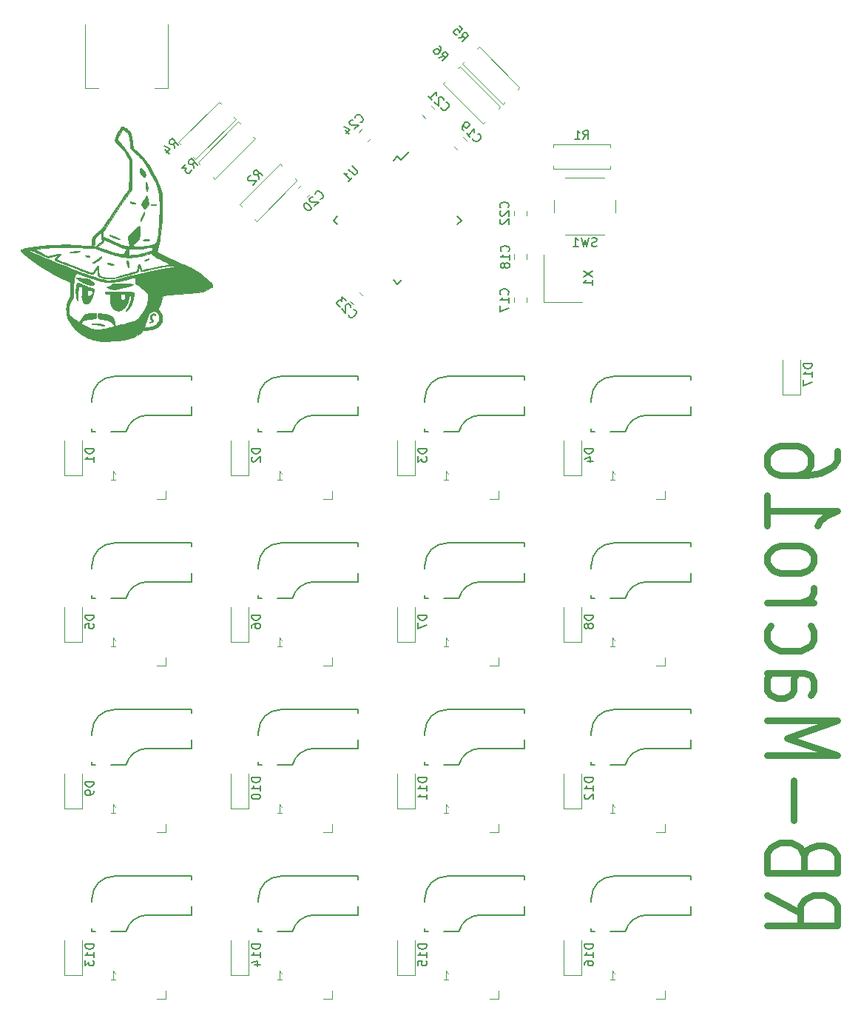
<source format=gbr>
%TF.GenerationSoftware,KiCad,Pcbnew,(7.0.0)*%
%TF.CreationDate,2023-03-09T16:04:36-06:00*%
%TF.ProjectId,RB-Macro16,52422d4d-6163-4726-9f31-362e6b696361,rev?*%
%TF.SameCoordinates,Original*%
%TF.FileFunction,Legend,Bot*%
%TF.FilePolarity,Positive*%
%FSLAX46Y46*%
G04 Gerber Fmt 4.6, Leading zero omitted, Abs format (unit mm)*
G04 Created by KiCad (PCBNEW (7.0.0)) date 2023-03-09 16:04:36*
%MOMM*%
%LPD*%
G01*
G04 APERTURE LIST*
%ADD10C,0.052916*%
%ADD11C,0.800000*%
%ADD12C,0.100000*%
%ADD13C,0.150000*%
%ADD14C,0.120000*%
G04 APERTURE END LIST*
D10*
G36*
X47795363Y-66760189D02*
G01*
X55045211Y-66760189D01*
X55167134Y-66673223D01*
X55410251Y-66673223D01*
X55724261Y-66814377D01*
X55849400Y-66866609D01*
X56003571Y-66924424D01*
X56379355Y-67051410D01*
X56812314Y-67184548D01*
X57263146Y-67313052D01*
X57692552Y-67426136D01*
X58061232Y-67513013D01*
X58329884Y-67562897D01*
X58414418Y-67570596D01*
X58459209Y-67565001D01*
X58461243Y-67563789D01*
X58463251Y-67562387D01*
X58465232Y-67560803D01*
X58467181Y-67559042D01*
X58469097Y-67557111D01*
X58470977Y-67555017D01*
X58472818Y-67552765D01*
X58474619Y-67550363D01*
X58476375Y-67547817D01*
X58478086Y-67545133D01*
X58481359Y-67539378D01*
X58484416Y-67533150D01*
X58487238Y-67526500D01*
X58489805Y-67519479D01*
X58492095Y-67512140D01*
X58494088Y-67504535D01*
X58495765Y-67496714D01*
X58497105Y-67488729D01*
X58498087Y-67480632D01*
X58498691Y-67472475D01*
X58498897Y-67464309D01*
X58498895Y-67464311D01*
X58499582Y-67455247D01*
X58501596Y-67444456D01*
X58504869Y-67432077D01*
X58509334Y-67418251D01*
X58514923Y-67403119D01*
X58521568Y-67386821D01*
X58529202Y-67369496D01*
X58537756Y-67351286D01*
X58547163Y-67332331D01*
X58557354Y-67312771D01*
X58568263Y-67292746D01*
X58579821Y-67272397D01*
X58591960Y-67251865D01*
X58604612Y-67231288D01*
X58617711Y-67210809D01*
X58631187Y-67190567D01*
X58657762Y-67150715D01*
X58682554Y-67112100D01*
X58705020Y-67075668D01*
X58724619Y-67042369D01*
X58740806Y-67013150D01*
X58753041Y-66988959D01*
X58757506Y-66979045D01*
X58760779Y-66970744D01*
X58762793Y-66964173D01*
X58763479Y-66959452D01*
X58763267Y-66957538D01*
X58762638Y-66955557D01*
X58761602Y-66953511D01*
X58760169Y-66951408D01*
X58758350Y-66949250D01*
X58756156Y-66947042D01*
X58753596Y-66944790D01*
X58750682Y-66942497D01*
X58747423Y-66940169D01*
X58743830Y-66937810D01*
X58735683Y-66933016D01*
X58726324Y-66928155D01*
X58715837Y-66923261D01*
X58704304Y-66918373D01*
X58694619Y-66914616D01*
X59028063Y-66914616D01*
X59028063Y-67662479D01*
X59544001Y-67643377D01*
X59688141Y-67636079D01*
X59825292Y-67624696D01*
X59959854Y-67608432D01*
X60096228Y-67586495D01*
X60238814Y-67558089D01*
X60392014Y-67522421D01*
X60560227Y-67478697D01*
X60747855Y-67426123D01*
X60747854Y-67426122D01*
X61567119Y-67189411D01*
X61583415Y-67183994D01*
X61599177Y-67177501D01*
X61614383Y-67169992D01*
X61629012Y-67161526D01*
X61643042Y-67152162D01*
X61656452Y-67141960D01*
X61669220Y-67130978D01*
X61681325Y-67119276D01*
X61692745Y-67106913D01*
X61703459Y-67093949D01*
X61713446Y-67080442D01*
X61722683Y-67066451D01*
X61731150Y-67052036D01*
X61738825Y-67037257D01*
X61745686Y-67022171D01*
X61751712Y-67006840D01*
X61756881Y-66991320D01*
X61761173Y-66975673D01*
X61764565Y-66959957D01*
X61767036Y-66944231D01*
X61768564Y-66928555D01*
X61769129Y-66912987D01*
X61768707Y-66897588D01*
X61767279Y-66882415D01*
X61764823Y-66867529D01*
X61761317Y-66852989D01*
X61756739Y-66838853D01*
X61751068Y-66825181D01*
X61744283Y-66812033D01*
X61736362Y-66799466D01*
X61727284Y-66787542D01*
X61717027Y-66776318D01*
X61703623Y-66763562D01*
X61696981Y-66757789D01*
X61690320Y-66752416D01*
X61683599Y-66747441D01*
X61676775Y-66742862D01*
X61669805Y-66738677D01*
X61662646Y-66734883D01*
X61655255Y-66731478D01*
X61647590Y-66728460D01*
X61639608Y-66725826D01*
X61631265Y-66723574D01*
X61622519Y-66721702D01*
X61613328Y-66720207D01*
X61603648Y-66719088D01*
X61593437Y-66718341D01*
X61582652Y-66717966D01*
X61571250Y-66717958D01*
X61559188Y-66718317D01*
X61546424Y-66719039D01*
X61532914Y-66720123D01*
X61518616Y-66721567D01*
X61487485Y-66725521D01*
X61452688Y-66730886D01*
X61413881Y-66737641D01*
X61370724Y-66745770D01*
X61322874Y-66755253D01*
X61258639Y-66768825D01*
X61195087Y-66783395D01*
X61133870Y-66798507D01*
X61076637Y-66813705D01*
X61025039Y-66828535D01*
X60980725Y-66842541D01*
X60945346Y-66855268D01*
X60931523Y-66861010D01*
X60920552Y-66866261D01*
X60906521Y-66871187D01*
X60883719Y-66875974D01*
X60852654Y-66880599D01*
X60813835Y-66885036D01*
X60714971Y-66893248D01*
X60591194Y-66900412D01*
X60446576Y-66906329D01*
X60285185Y-66910801D01*
X60111092Y-66913630D01*
X59928364Y-66914616D01*
X59028063Y-66914616D01*
X58694619Y-66914616D01*
X58691809Y-66913526D01*
X58678436Y-66908759D01*
X58664266Y-66904108D01*
X58649384Y-66899609D01*
X58633872Y-66895301D01*
X58617813Y-66891219D01*
X58601292Y-66887401D01*
X58554734Y-66875472D01*
X58495865Y-66857543D01*
X58344776Y-66805158D01*
X58155190Y-66733182D01*
X57934272Y-66644552D01*
X57689189Y-66542206D01*
X57427104Y-66429078D01*
X57155185Y-66308107D01*
X56880596Y-66182228D01*
X56655566Y-66078934D01*
X56478899Y-66002159D01*
X56406934Y-65973383D01*
X56344938Y-65950837D01*
X56292204Y-65934390D01*
X56248023Y-65923907D01*
X56211689Y-65919255D01*
X56182495Y-65920303D01*
X56170354Y-65922922D01*
X56159733Y-65926916D01*
X56150543Y-65932268D01*
X56142696Y-65938962D01*
X56136103Y-65946981D01*
X56130676Y-65956308D01*
X56122966Y-65978821D01*
X56118859Y-66006368D01*
X56117647Y-66038816D01*
X56117402Y-66048112D01*
X56116656Y-66057367D01*
X56115388Y-66066602D01*
X56113579Y-66075840D01*
X56111209Y-66085100D01*
X56108260Y-66094404D01*
X56104710Y-66103773D01*
X56100542Y-66113228D01*
X56095734Y-66122790D01*
X56090269Y-66132480D01*
X56084126Y-66142320D01*
X56077285Y-66152330D01*
X56069728Y-66162532D01*
X56061434Y-66172947D01*
X56052384Y-66183595D01*
X56042559Y-66194499D01*
X56020503Y-66217154D01*
X55995112Y-66241082D01*
X55966228Y-66266452D01*
X55933695Y-66293432D01*
X55897357Y-66322190D01*
X55857057Y-66352897D01*
X55812640Y-66385720D01*
X55763949Y-66420829D01*
X55410251Y-66673223D01*
X55167134Y-66673223D01*
X55496878Y-66438022D01*
X55948544Y-66115853D01*
X55919671Y-65681797D01*
X55904472Y-65462978D01*
X55896977Y-65375725D01*
X55888716Y-65302536D01*
X55879061Y-65242881D01*
X55873516Y-65217964D01*
X55867387Y-65196231D01*
X55864308Y-65187792D01*
X56007347Y-65187792D01*
X56011813Y-65272944D01*
X56012036Y-65312045D01*
X56012797Y-65347170D01*
X56014234Y-65378618D01*
X56016485Y-65406692D01*
X56019690Y-65431692D01*
X56023985Y-65453920D01*
X56029509Y-65473676D01*
X56032775Y-65482721D01*
X56036400Y-65491261D01*
X56040401Y-65499334D01*
X56044796Y-65506977D01*
X56049602Y-65514228D01*
X56054837Y-65521124D01*
X56060516Y-65527704D01*
X56066659Y-65534004D01*
X56080401Y-65545918D01*
X56096201Y-65557166D01*
X56114197Y-65568050D01*
X56134528Y-65578871D01*
X56157332Y-65589930D01*
X56535383Y-65764279D01*
X56912939Y-65933483D01*
X57278528Y-66092774D01*
X57620675Y-66237387D01*
X57927905Y-66362553D01*
X58188745Y-66463507D01*
X58391719Y-66535480D01*
X58525354Y-66573707D01*
X58689787Y-66606762D01*
X58758424Y-66619411D01*
X58818705Y-66629417D01*
X58871155Y-66636735D01*
X58916298Y-66641322D01*
X58954656Y-66643135D01*
X58986753Y-66642130D01*
X59013114Y-66638262D01*
X59034260Y-66631489D01*
X59043042Y-66627000D01*
X59050717Y-66621767D01*
X59057351Y-66615787D01*
X59063008Y-66609052D01*
X59071656Y-66593301D01*
X59077185Y-66574470D01*
X59080118Y-66552514D01*
X59080980Y-66527392D01*
X59080980Y-66527391D01*
X59080444Y-66512857D01*
X59078872Y-66494728D01*
X59072832Y-66448738D01*
X59063283Y-66391539D01*
X59050649Y-66325246D01*
X59035352Y-66251976D01*
X59017817Y-66173843D01*
X58998466Y-66092966D01*
X58977724Y-66011459D01*
X58937665Y-65857815D01*
X58923190Y-65794614D01*
X58917665Y-65765690D01*
X58913404Y-65738270D01*
X58910502Y-65712148D01*
X58909050Y-65687115D01*
X58909142Y-65662962D01*
X58910868Y-65639481D01*
X58914323Y-65616462D01*
X58919599Y-65593699D01*
X58926789Y-65570981D01*
X58935984Y-65548101D01*
X58947278Y-65524851D01*
X58960764Y-65501020D01*
X58976533Y-65476403D01*
X58994679Y-65450788D01*
X59015294Y-65423969D01*
X59038471Y-65395737D01*
X59092881Y-65334198D01*
X59158648Y-65264503D01*
X59236515Y-65184985D01*
X59431510Y-64989806D01*
X59610313Y-64813476D01*
X59764945Y-64666332D01*
X59896384Y-64547604D01*
X59953712Y-64498655D01*
X60005608Y-64456522D01*
X60052196Y-64421107D01*
X60093596Y-64392315D01*
X60129933Y-64370050D01*
X60161327Y-64354214D01*
X60187901Y-64344712D01*
X60209778Y-64341447D01*
X60218993Y-64342124D01*
X60227079Y-64344323D01*
X60234052Y-64348034D01*
X60239928Y-64353244D01*
X60242080Y-64356637D01*
X60244123Y-64361847D01*
X60247875Y-64377529D01*
X60251177Y-64399896D01*
X60254025Y-64428556D01*
X60256413Y-64463115D01*
X60258334Y-64503180D01*
X60260758Y-64598256D01*
X60261253Y-64710637D01*
X60259773Y-64837179D01*
X60256276Y-64974735D01*
X60250716Y-65120161D01*
X60218686Y-65839247D01*
X59835041Y-66169965D01*
X59757975Y-66237924D01*
X59686078Y-66304269D01*
X59620926Y-66367339D01*
X59564091Y-66425471D01*
X59517147Y-66477001D01*
X59497876Y-66499771D01*
X59481667Y-66520267D01*
X59468718Y-66538282D01*
X59459226Y-66553607D01*
X59453386Y-66566035D01*
X59451897Y-66571097D01*
X59451395Y-66575357D01*
X59455442Y-66586912D01*
X59467304Y-66597579D01*
X59486565Y-66607364D01*
X59512805Y-66616275D01*
X59584556Y-66631505D01*
X59679217Y-66643328D01*
X59793447Y-66651803D01*
X59923905Y-66656991D01*
X60067252Y-66658949D01*
X60220146Y-66657737D01*
X60379246Y-66653415D01*
X60541212Y-66646042D01*
X60702704Y-66635677D01*
X60860380Y-66622379D01*
X61010900Y-66606207D01*
X61150923Y-66587221D01*
X61277109Y-66565480D01*
X61386116Y-66541044D01*
X61626068Y-66476818D01*
X61725375Y-66447831D01*
X61812297Y-66419888D01*
X61887877Y-66392212D01*
X61953160Y-66364024D01*
X62009191Y-66334546D01*
X62034063Y-66319080D01*
X62057013Y-66303000D01*
X62078173Y-66286207D01*
X62097673Y-66268606D01*
X62115643Y-66250098D01*
X62132214Y-66230587D01*
X62147516Y-66209974D01*
X62161681Y-66188163D01*
X62187118Y-66140557D01*
X62209571Y-66086991D01*
X62230083Y-66026685D01*
X62249699Y-65958861D01*
X62269464Y-65882740D01*
X62303228Y-65737036D01*
X62334786Y-65578259D01*
X62364113Y-65406759D01*
X62391183Y-65222886D01*
X62438457Y-64819420D01*
X62476411Y-64370657D01*
X62504846Y-63879395D01*
X62523567Y-63348429D01*
X62532374Y-62780556D01*
X62531071Y-62178574D01*
X62515123Y-60643991D01*
X62303016Y-59988302D01*
X62216177Y-59729645D01*
X62127961Y-59489325D01*
X62033705Y-59257446D01*
X61982855Y-59141580D01*
X61928745Y-59024113D01*
X61808416Y-58779430D01*
X61668054Y-58513500D01*
X61502997Y-58216427D01*
X61308579Y-57878317D01*
X61162773Y-57625386D01*
X61043370Y-57413656D01*
X60962693Y-57265301D01*
X60940726Y-57221820D01*
X60933062Y-57202498D01*
X60930969Y-57196886D01*
X60924797Y-57187253D01*
X60900840Y-57156580D01*
X60810895Y-57054190D01*
X60673303Y-56905806D01*
X60498142Y-56721907D01*
X60295491Y-56512971D01*
X60075428Y-56289478D01*
X59848030Y-56061905D01*
X59623375Y-55840732D01*
X59480398Y-55700673D01*
X59422419Y-55642780D01*
X59372612Y-55591656D01*
X59330353Y-55546311D01*
X59295016Y-55505755D01*
X59265978Y-55468995D01*
X59242612Y-55435041D01*
X59224295Y-55402902D01*
X59216834Y-55387204D01*
X59210400Y-55371588D01*
X59204916Y-55355931D01*
X59200304Y-55340107D01*
X59193381Y-55307469D01*
X59189006Y-55272683D01*
X59186554Y-55234757D01*
X59184921Y-55145524D01*
X59182646Y-55080343D01*
X59176861Y-54998164D01*
X59167957Y-54902315D01*
X59156320Y-54796123D01*
X59142340Y-54682914D01*
X59126404Y-54566014D01*
X59108901Y-54448751D01*
X59090219Y-54334451D01*
X59061478Y-54172318D01*
X59035506Y-54041822D01*
X59022916Y-53986705D01*
X59010248Y-53937416D01*
X58997244Y-53893263D01*
X58983647Y-53853553D01*
X58969201Y-53817591D01*
X58953648Y-53784685D01*
X58936732Y-53754141D01*
X58918195Y-53725265D01*
X58897782Y-53697365D01*
X58875234Y-53669747D01*
X58850295Y-53641718D01*
X58822707Y-53612584D01*
X58788207Y-53578534D01*
X58750530Y-53544113D01*
X58710356Y-53509752D01*
X58668369Y-53475881D01*
X58625250Y-53442932D01*
X58581681Y-53411334D01*
X58538345Y-53381518D01*
X58495923Y-53353915D01*
X58455098Y-53328956D01*
X58416551Y-53307071D01*
X58380965Y-53288691D01*
X58349021Y-53274246D01*
X58321403Y-53264168D01*
X58298790Y-53258886D01*
X58289575Y-53258179D01*
X58281867Y-53258832D01*
X58275752Y-53260900D01*
X58271315Y-53264436D01*
X58252510Y-53291605D01*
X58225303Y-53337293D01*
X58150989Y-53473457D01*
X58058986Y-53651385D01*
X57959909Y-53849536D01*
X57864372Y-54046366D01*
X57782990Y-54220334D01*
X57726377Y-54349895D01*
X57710676Y-54391292D01*
X57705147Y-54413509D01*
X57705661Y-54418027D01*
X57707187Y-54423535D01*
X57713172Y-54437392D01*
X57722900Y-54454834D01*
X57736170Y-54475614D01*
X57752781Y-54499485D01*
X57772531Y-54526199D01*
X57795218Y-54555509D01*
X57820640Y-54587169D01*
X57848597Y-54620931D01*
X57878886Y-54656549D01*
X57911306Y-54693774D01*
X57945655Y-54732361D01*
X57981732Y-54772062D01*
X58019336Y-54812630D01*
X58058264Y-54853819D01*
X58098315Y-54895380D01*
X58144886Y-54944294D01*
X58192841Y-54996709D01*
X58292250Y-55111186D01*
X58395243Y-55237097D01*
X58500522Y-55372728D01*
X58606788Y-55516364D01*
X58712742Y-55666290D01*
X58817086Y-55820793D01*
X58918522Y-55978159D01*
X59345563Y-56656911D01*
X59345563Y-60125815D01*
X58033034Y-62051778D01*
X56777980Y-63893749D01*
X56415134Y-64432463D01*
X56187545Y-64781984D01*
X56064316Y-64991552D01*
X56032181Y-65059242D01*
X56014549Y-65110408D01*
X56007347Y-65187792D01*
X55864308Y-65187792D01*
X55860596Y-65177616D01*
X55853064Y-65162054D01*
X55844715Y-65149478D01*
X55835468Y-65139822D01*
X55825246Y-65133019D01*
X55813971Y-65129004D01*
X55801563Y-65127709D01*
X55787945Y-65129069D01*
X55773038Y-65133018D01*
X55756764Y-65139489D01*
X55739044Y-65148415D01*
X55719801Y-65159732D01*
X55676429Y-65189269D01*
X55626021Y-65227570D01*
X55501588Y-65328342D01*
X55439664Y-65379133D01*
X55385473Y-65424459D01*
X55338375Y-65465908D01*
X55317288Y-65485674D01*
X55297735Y-65505067D01*
X55279638Y-65524284D01*
X55262916Y-65543524D01*
X55247489Y-65562986D01*
X55233278Y-65582868D01*
X55220204Y-65603368D01*
X55208186Y-65624685D01*
X55197145Y-65647018D01*
X55187002Y-65670565D01*
X55177676Y-65695524D01*
X55169088Y-65722095D01*
X55161159Y-65750474D01*
X55153808Y-65780862D01*
X55146956Y-65813456D01*
X55140523Y-65848455D01*
X55128597Y-65926462D01*
X55117392Y-66016470D01*
X55106270Y-66120067D01*
X55081730Y-66374382D01*
X55045211Y-66760189D01*
X47795363Y-66760189D01*
X47985359Y-66732154D01*
X48197325Y-66703498D01*
X48419253Y-66676038D01*
X48649926Y-66650002D01*
X48888129Y-66625612D01*
X49132646Y-66603097D01*
X49861003Y-66542929D01*
X50495407Y-66498683D01*
X51063645Y-66470049D01*
X51593501Y-66456719D01*
X52112762Y-66458384D01*
X52649213Y-66474734D01*
X53230640Y-66505462D01*
X53884828Y-66550257D01*
X54184446Y-66569794D01*
X54440659Y-66581629D01*
X54543986Y-66584369D01*
X54626258Y-66584836D01*
X54684075Y-66582915D01*
X54702750Y-66581022D01*
X54714036Y-66578489D01*
X54718663Y-66576278D01*
X54723199Y-66573227D01*
X54727644Y-66569330D01*
X54732001Y-66564580D01*
X54736270Y-66558971D01*
X54740453Y-66552495D01*
X54744551Y-66545146D01*
X54748566Y-66536917D01*
X54752500Y-66527801D01*
X54756352Y-66517792D01*
X54763823Y-66495068D01*
X54770988Y-66468690D01*
X54777860Y-66438604D01*
X54784450Y-66404757D01*
X54790769Y-66367096D01*
X54796829Y-66325566D01*
X54802641Y-66280113D01*
X54808216Y-66230685D01*
X54813566Y-66177227D01*
X54818701Y-66119685D01*
X54823633Y-66058007D01*
X54860995Y-65565244D01*
X55211509Y-65232883D01*
X55284961Y-65164262D01*
X55359363Y-65096656D01*
X55432668Y-65031800D01*
X55502826Y-64971431D01*
X55567788Y-64917285D01*
X55625506Y-64871099D01*
X55673931Y-64834608D01*
X55711014Y-64809550D01*
X55742297Y-64788718D01*
X55775221Y-64763307D01*
X55810050Y-64732982D01*
X55847046Y-64697410D01*
X55886475Y-64656256D01*
X55928601Y-64609187D01*
X55973686Y-64555868D01*
X56021996Y-64495964D01*
X56073794Y-64429143D01*
X56129344Y-64355069D01*
X56188910Y-64273409D01*
X56252756Y-64183829D01*
X56321146Y-64085994D01*
X56394344Y-63979570D01*
X56556220Y-63739619D01*
X56859216Y-63289827D01*
X57165969Y-62840036D01*
X58055399Y-61543577D01*
X58522359Y-60864656D01*
X58830575Y-60421290D01*
X59025746Y-60145670D01*
X59061699Y-58456966D01*
X59097653Y-56768262D01*
X58964894Y-56536545D01*
X58639033Y-55968973D01*
X58614477Y-55928015D01*
X58586667Y-55884861D01*
X58555712Y-55839639D01*
X58521722Y-55792477D01*
X58484806Y-55743503D01*
X58445072Y-55692845D01*
X58402631Y-55640631D01*
X58357590Y-55586989D01*
X58260147Y-55475932D01*
X58153618Y-55360698D01*
X58038874Y-55242311D01*
X57916788Y-55121793D01*
X57793780Y-55001109D01*
X57686771Y-54892268D01*
X57595886Y-54795417D01*
X57521249Y-54710702D01*
X57490062Y-54672941D01*
X57462983Y-54638269D01*
X57440028Y-54606703D01*
X57421211Y-54578263D01*
X57406549Y-54552967D01*
X57396058Y-54530832D01*
X57389751Y-54511878D01*
X57387646Y-54496121D01*
X57389499Y-54480814D01*
X57394936Y-54458755D01*
X57403774Y-54430366D01*
X57415830Y-54396066D01*
X57448863Y-54311416D01*
X57492569Y-54208168D01*
X57545484Y-54089682D01*
X57606143Y-53959322D01*
X57673081Y-53820449D01*
X57744833Y-53676426D01*
X57894280Y-53386536D01*
X57957985Y-53270577D01*
X58016229Y-53173159D01*
X58043745Y-53131219D01*
X58070426Y-53093695D01*
X58096449Y-53060512D01*
X58121989Y-53031598D01*
X58147224Y-53006878D01*
X58172331Y-52986280D01*
X58197487Y-52969731D01*
X58222867Y-52957156D01*
X58248648Y-52948482D01*
X58275009Y-52943637D01*
X58302124Y-52942546D01*
X58330170Y-52945137D01*
X58359325Y-52951336D01*
X58389765Y-52961069D01*
X58421667Y-52974263D01*
X58455208Y-52990846D01*
X58527910Y-53033880D01*
X58609286Y-53089585D01*
X58700750Y-53157373D01*
X58803715Y-53236659D01*
X58882244Y-53298434D01*
X58951837Y-53355627D01*
X58983530Y-53383094D01*
X59013285Y-53410120D01*
X59041202Y-53436942D01*
X59067378Y-53463794D01*
X59091913Y-53490911D01*
X59114906Y-53518529D01*
X59136455Y-53546883D01*
X59156659Y-53576208D01*
X59175616Y-53606739D01*
X59193426Y-53638711D01*
X59210188Y-53672359D01*
X59225999Y-53707919D01*
X59240960Y-53745625D01*
X59255168Y-53785713D01*
X59268722Y-53828419D01*
X59281721Y-53873976D01*
X59294265Y-53922620D01*
X59306450Y-53974587D01*
X59330145Y-54089429D01*
X59353595Y-54220382D01*
X59377592Y-54369327D01*
X59402924Y-54538146D01*
X59430382Y-54728720D01*
X59522454Y-55375111D01*
X60346820Y-56214528D01*
X60514575Y-56387385D01*
X60675245Y-56556833D01*
X60825015Y-56718578D01*
X60960072Y-56868327D01*
X61076600Y-57001784D01*
X61170785Y-57114657D01*
X61238811Y-57202650D01*
X61261823Y-57235975D01*
X61276865Y-57261470D01*
X61354519Y-57406768D01*
X61487830Y-57648971D01*
X61658104Y-57954357D01*
X61846644Y-58289203D01*
X61973727Y-58517157D01*
X62083677Y-58722414D01*
X62179407Y-58911417D01*
X62263830Y-59090612D01*
X62339857Y-59266442D01*
X62410402Y-59445353D01*
X62478376Y-59633788D01*
X62546693Y-59838191D01*
X62782643Y-60566971D01*
X62818183Y-62007774D01*
X62828697Y-62483238D01*
X62833600Y-62878172D01*
X62831713Y-63217577D01*
X62821857Y-63526453D01*
X62802855Y-63829803D01*
X62773527Y-64152627D01*
X62732695Y-64519927D01*
X62679181Y-64956703D01*
X62570242Y-65829828D01*
X62555765Y-65933922D01*
X62537225Y-66047322D01*
X62515389Y-66166380D01*
X62491021Y-66287450D01*
X62464888Y-66406885D01*
X62437756Y-66521038D01*
X62410390Y-66626263D01*
X62383556Y-66718913D01*
X62357949Y-66803678D01*
X62334100Y-66886302D01*
X62312529Y-66964723D01*
X62293754Y-67036879D01*
X62278295Y-67100709D01*
X62266671Y-67154151D01*
X62259400Y-67195142D01*
X62257560Y-67210325D01*
X62257003Y-67221621D01*
X62257473Y-67227291D01*
X62258757Y-67233187D01*
X62260852Y-67239310D01*
X62263757Y-67245658D01*
X62267469Y-67252230D01*
X62271988Y-67259025D01*
X62277312Y-67266041D01*
X62283439Y-67273277D01*
X62290367Y-67280733D01*
X62298095Y-67288407D01*
X62306622Y-67296298D01*
X62315944Y-67304404D01*
X62326062Y-67312726D01*
X62336972Y-67321260D01*
X62361166Y-67338965D01*
X62388513Y-67357509D01*
X62419000Y-67376884D01*
X62452612Y-67397080D01*
X62489338Y-67418088D01*
X62529164Y-67439899D01*
X62572076Y-67462502D01*
X62618061Y-67485889D01*
X62667107Y-67510051D01*
X62890664Y-67620521D01*
X63196955Y-67774524D01*
X63896395Y-68131561D01*
X64069798Y-68219181D01*
X64248270Y-68306063D01*
X64426711Y-68389938D01*
X64600020Y-68468537D01*
X64763098Y-68539590D01*
X64910843Y-68600829D01*
X65038156Y-68649983D01*
X65139935Y-68684785D01*
X65220414Y-68711440D01*
X65312740Y-68745286D01*
X65524728Y-68830651D01*
X65759498Y-68933073D01*
X66000646Y-69044745D01*
X66231771Y-69157860D01*
X66436469Y-69264610D01*
X66598338Y-69357189D01*
X66658086Y-69395725D01*
X66700976Y-69427791D01*
X66709885Y-69435036D01*
X66720161Y-69442905D01*
X66744322Y-69460211D01*
X66772483Y-69479102D01*
X66803668Y-69498969D01*
X66836898Y-69519205D01*
X66871199Y-69539200D01*
X66905592Y-69558348D01*
X66939102Y-69576040D01*
X66973192Y-69594345D01*
X67009249Y-69615254D01*
X67046180Y-69638034D01*
X67082892Y-69661954D01*
X67118291Y-69686282D01*
X67151284Y-69710287D01*
X67180776Y-69733236D01*
X67193869Y-69744087D01*
X67205676Y-69754399D01*
X67231075Y-69776560D01*
X67261999Y-69802369D01*
X67297254Y-69830894D01*
X67335647Y-69861203D01*
X67375983Y-69892365D01*
X67417070Y-69923447D01*
X67457712Y-69953516D01*
X67496718Y-69981642D01*
X67584348Y-70045741D01*
X67674496Y-70115443D01*
X67768231Y-70191676D01*
X67866624Y-70275370D01*
X67970744Y-70367451D01*
X68081660Y-70468850D01*
X68200444Y-70580494D01*
X68328163Y-70703312D01*
X68378684Y-70753910D01*
X68424266Y-70802775D01*
X68464902Y-70849889D01*
X68500586Y-70895232D01*
X68531309Y-70938782D01*
X68557065Y-70980520D01*
X68577846Y-71020426D01*
X68586369Y-71039686D01*
X68593645Y-71058480D01*
X68599675Y-71076806D01*
X68604456Y-71094661D01*
X68607988Y-71112044D01*
X68610270Y-71128950D01*
X68611301Y-71145379D01*
X68611081Y-71161326D01*
X68609608Y-71176791D01*
X68606881Y-71191770D01*
X68602900Y-71206260D01*
X68597663Y-71220260D01*
X68591170Y-71233767D01*
X68583420Y-71246777D01*
X68574412Y-71259290D01*
X68564145Y-71271302D01*
X68552618Y-71282810D01*
X68539831Y-71293813D01*
X68530675Y-71300499D01*
X68517033Y-71309526D01*
X68477380Y-71333985D01*
X68423056Y-71365954D01*
X68356241Y-71404197D01*
X68279118Y-71447478D01*
X68193871Y-71494560D01*
X68102681Y-71544207D01*
X68007731Y-71595184D01*
X67541778Y-71843568D01*
X65943981Y-71972420D01*
X64607141Y-72082729D01*
X63636749Y-72167006D01*
X62927315Y-72232743D01*
X62802663Y-72708996D01*
X62774395Y-72810890D01*
X62741787Y-72917983D01*
X62705997Y-73027072D01*
X62668184Y-73134952D01*
X62629510Y-73238418D01*
X62591133Y-73334266D01*
X62554213Y-73419291D01*
X62519910Y-73490289D01*
X62459420Y-73606793D01*
X62415598Y-73693253D01*
X62399583Y-73727088D01*
X62387309Y-73755658D01*
X62378633Y-73779711D01*
X62373416Y-73799995D01*
X62372059Y-73808959D01*
X62371513Y-73817260D01*
X62371760Y-73824994D01*
X62372784Y-73832254D01*
X62374565Y-73839133D01*
X62377086Y-73845724D01*
X62384277Y-73858420D01*
X62394216Y-73871091D01*
X62406761Y-73884484D01*
X62439100Y-73916432D01*
X62447835Y-73925767D01*
X62458015Y-73937707D01*
X62469516Y-73952067D01*
X62482212Y-73968665D01*
X62510695Y-74007837D01*
X62542464Y-74053748D01*
X62576521Y-74104928D01*
X62611869Y-74159903D01*
X62647509Y-74217202D01*
X62682443Y-74275353D01*
X62709263Y-74321326D01*
X62732991Y-74363319D01*
X62753784Y-74402039D01*
X62771803Y-74438194D01*
X62787206Y-74472490D01*
X62800152Y-74505636D01*
X62810801Y-74538339D01*
X62819311Y-74571306D01*
X62825842Y-74605245D01*
X62830552Y-74640862D01*
X62833601Y-74678867D01*
X62835148Y-74719965D01*
X62835351Y-74764864D01*
X62834369Y-74814273D01*
X62829490Y-74929445D01*
X62822727Y-75035876D01*
X62818502Y-75083058D01*
X62813549Y-75126783D01*
X62807744Y-75167475D01*
X62800965Y-75205556D01*
X62793086Y-75241453D01*
X62783984Y-75275587D01*
X62773536Y-75308384D01*
X62761617Y-75340266D01*
X62748104Y-75371659D01*
X62732873Y-75402985D01*
X62715800Y-75434668D01*
X62696761Y-75467133D01*
X62675632Y-75500804D01*
X62652291Y-75536103D01*
X62625013Y-75575029D01*
X62596639Y-75612672D01*
X62567191Y-75649016D01*
X62536693Y-75684039D01*
X62505168Y-75717724D01*
X62472638Y-75750051D01*
X62439128Y-75781000D01*
X62404661Y-75810554D01*
X62369258Y-75838691D01*
X62332945Y-75865395D01*
X62295743Y-75890645D01*
X62257677Y-75914421D01*
X62218768Y-75936706D01*
X62179042Y-75957480D01*
X62138519Y-75976724D01*
X62097225Y-75994418D01*
X61963158Y-76046942D01*
X61901019Y-76069616D01*
X61841273Y-76090084D01*
X61783270Y-76108488D01*
X61726358Y-76124967D01*
X61669884Y-76139661D01*
X61613198Y-76152712D01*
X61555648Y-76164259D01*
X61496582Y-76174443D01*
X61435349Y-76183404D01*
X61371297Y-76191282D01*
X61303774Y-76198218D01*
X61232129Y-76204352D01*
X61073865Y-76214774D01*
X60932907Y-76223522D01*
X60817389Y-76232836D01*
X60724901Y-76243215D01*
X60686541Y-76248960D01*
X60653035Y-76255157D01*
X60624081Y-76261870D01*
X60599379Y-76269160D01*
X60578628Y-76277089D01*
X60561526Y-76285721D01*
X60547771Y-76295117D01*
X60537064Y-76305339D01*
X60529102Y-76316451D01*
X60523584Y-76328513D01*
X60520004Y-76337759D01*
X60515423Y-76347970D01*
X60509912Y-76359039D01*
X60503540Y-76370863D01*
X60496379Y-76383336D01*
X60488500Y-76396353D01*
X60479972Y-76409809D01*
X60470868Y-76423598D01*
X60461257Y-76437617D01*
X60451210Y-76451760D01*
X60440797Y-76465922D01*
X60430091Y-76479997D01*
X60419160Y-76493882D01*
X60408076Y-76507470D01*
X60396910Y-76520658D01*
X60385732Y-76533339D01*
X60353624Y-76562748D01*
X60305396Y-76598483D01*
X60243306Y-76639407D01*
X60169613Y-76684387D01*
X59996456Y-76781976D01*
X59803996Y-76882175D01*
X59610307Y-76975906D01*
X59433459Y-77054093D01*
X59356999Y-77084522D01*
X59291526Y-77107662D01*
X59239300Y-77122377D01*
X59202580Y-77127535D01*
X59192088Y-77127782D01*
X59181378Y-77128509D01*
X59170528Y-77129691D01*
X59159615Y-77131303D01*
X59148716Y-77133321D01*
X59137909Y-77135720D01*
X59127270Y-77138476D01*
X59116878Y-77141564D01*
X59106809Y-77144959D01*
X59097141Y-77148639D01*
X59087950Y-77152576D01*
X59079315Y-77156749D01*
X59071312Y-77161131D01*
X59064019Y-77165698D01*
X59057512Y-77170426D01*
X59051871Y-77175291D01*
X59036112Y-77187531D01*
X59014632Y-77199865D01*
X58955366Y-77224703D01*
X58875799Y-77249578D01*
X58777656Y-77274264D01*
X58662663Y-77298534D01*
X58532545Y-77322162D01*
X58389027Y-77344922D01*
X58233836Y-77366588D01*
X57895333Y-77405731D01*
X57530841Y-77437781D01*
X57154162Y-77460927D01*
X56965566Y-77468595D01*
X56779100Y-77473359D01*
X56378277Y-77478377D01*
X56030164Y-77479028D01*
X55772092Y-77475488D01*
X55688487Y-77472203D01*
X55641392Y-77467937D01*
X55641395Y-77467934D01*
X55364455Y-77416236D01*
X55113489Y-77361723D01*
X54885092Y-77303267D01*
X54778293Y-77272208D01*
X54675860Y-77239742D01*
X54577368Y-77205727D01*
X54482389Y-77170023D01*
X54390500Y-77132488D01*
X54301275Y-77092982D01*
X54214288Y-77051364D01*
X54129113Y-77007493D01*
X54045325Y-76961228D01*
X53962499Y-76912429D01*
X53826710Y-76831495D01*
X53765332Y-76796036D01*
X53710360Y-76765060D01*
X53663341Y-76739426D01*
X53625822Y-76719992D01*
X53599348Y-76707616D01*
X53590736Y-76704344D01*
X53585466Y-76703158D01*
X53583263Y-76702742D01*
X53580205Y-76701615D01*
X53571619Y-76697297D01*
X53559902Y-76690345D01*
X53545245Y-76680902D01*
X53507882Y-76655115D01*
X53461071Y-76621074D01*
X53406350Y-76579921D01*
X53345260Y-76532796D01*
X53279340Y-76480838D01*
X53210129Y-76425188D01*
X53142144Y-76368445D01*
X53074399Y-76308883D01*
X53007162Y-76246814D01*
X52940700Y-76182553D01*
X52875280Y-76116414D01*
X52811169Y-76048712D01*
X52748634Y-75979760D01*
X52687942Y-75909873D01*
X52629359Y-75839366D01*
X52573153Y-75768551D01*
X52519590Y-75697745D01*
X52468938Y-75627260D01*
X52421464Y-75557411D01*
X52377434Y-75488513D01*
X52337116Y-75420879D01*
X52300776Y-75354824D01*
X52277146Y-75310684D01*
X52252640Y-75266374D01*
X52227971Y-75223087D01*
X52203850Y-75182018D01*
X52180990Y-75144359D01*
X52160104Y-75111304D01*
X52141903Y-75084048D01*
X52127101Y-75063783D01*
X52097469Y-75022238D01*
X52069255Y-74974955D01*
X52042523Y-74922223D01*
X52017340Y-74864334D01*
X51993769Y-74801578D01*
X51971877Y-74734245D01*
X51951728Y-74662627D01*
X51933389Y-74587013D01*
X51916924Y-74507696D01*
X51902398Y-74424964D01*
X51889878Y-74339109D01*
X51879428Y-74250421D01*
X51871113Y-74159192D01*
X51864999Y-74065711D01*
X51861151Y-73970269D01*
X51859634Y-73873158D01*
X51859628Y-73698702D01*
X51859830Y-73684214D01*
X52151714Y-73684214D01*
X52152047Y-73745856D01*
X52153428Y-73814039D01*
X52158878Y-73973378D01*
X52166115Y-74146032D01*
X52173834Y-74277851D01*
X52178613Y-74330911D01*
X52184399Y-74376719D01*
X52191489Y-74416261D01*
X52200178Y-74450523D01*
X52210762Y-74480489D01*
X52223535Y-74507145D01*
X52238795Y-74531477D01*
X52256837Y-74554470D01*
X52277957Y-74577111D01*
X52302450Y-74600384D01*
X52362739Y-74652770D01*
X52467898Y-74737042D01*
X52606311Y-74840669D01*
X52763681Y-74953844D01*
X52925717Y-75066757D01*
X53078124Y-75169603D01*
X53206608Y-75252572D01*
X53296876Y-75305858D01*
X53323212Y-75318304D01*
X53330899Y-75320442D01*
X53334633Y-75319652D01*
X53339793Y-75311767D01*
X53349544Y-75296060D01*
X53380558Y-75244942D01*
X53423142Y-75173825D01*
X53472763Y-75090239D01*
X53514014Y-75022255D01*
X53556026Y-74956462D01*
X53598620Y-74893058D01*
X53641615Y-74832242D01*
X53684829Y-74774212D01*
X53728082Y-74719166D01*
X53771194Y-74667302D01*
X53813984Y-74618820D01*
X53856271Y-74573916D01*
X53897874Y-74532790D01*
X53938614Y-74495640D01*
X53978308Y-74462665D01*
X54016778Y-74434061D01*
X54053841Y-74410028D01*
X54089317Y-74390765D01*
X54123026Y-74376469D01*
X54142743Y-74370140D01*
X54166815Y-74363680D01*
X54226693Y-74350556D01*
X54299987Y-74337468D01*
X54384028Y-74324789D01*
X54476144Y-74312892D01*
X54573664Y-74302149D01*
X54673917Y-74292933D01*
X54774233Y-74285616D01*
X55256446Y-74255349D01*
X55291538Y-74442407D01*
X55294909Y-74462625D01*
X55297575Y-74483451D01*
X55299547Y-74504746D01*
X55300835Y-74526369D01*
X55301451Y-74548181D01*
X55301406Y-74570041D01*
X55300709Y-74591809D01*
X55299372Y-74613345D01*
X55297407Y-74634508D01*
X55294823Y-74655160D01*
X55291631Y-74675160D01*
X55287843Y-74694367D01*
X55283469Y-74712642D01*
X55278520Y-74729844D01*
X55273006Y-74745834D01*
X55266940Y-74760471D01*
X55261894Y-74771226D01*
X55256771Y-74781430D01*
X55251502Y-74791108D01*
X55246017Y-74800282D01*
X55240246Y-74808979D01*
X55234120Y-74817222D01*
X55227571Y-74825037D01*
X55220528Y-74832447D01*
X55212922Y-74839477D01*
X55204685Y-74846152D01*
X55195746Y-74852496D01*
X55186036Y-74858534D01*
X55175486Y-74864290D01*
X55164026Y-74869789D01*
X55151588Y-74875055D01*
X55138101Y-74880113D01*
X55123497Y-74884987D01*
X55107707Y-74889703D01*
X55090659Y-74894283D01*
X55072287Y-74898754D01*
X55052519Y-74903138D01*
X55031287Y-74907462D01*
X55008521Y-74911749D01*
X54984153Y-74916024D01*
X54930329Y-74924637D01*
X54869262Y-74933496D01*
X54800395Y-74942796D01*
X54723175Y-74952736D01*
X54463450Y-74986056D01*
X54263987Y-75013852D01*
X54183348Y-75026683D01*
X54113567Y-75039339D01*
X54053242Y-75052221D01*
X54000971Y-75065731D01*
X53955350Y-75080271D01*
X53914978Y-75096243D01*
X53878451Y-75114050D01*
X53844369Y-75134091D01*
X53811327Y-75156771D01*
X53777924Y-75182490D01*
X53704425Y-75244654D01*
X53663553Y-75281070D01*
X53626466Y-75315942D01*
X53593903Y-75348443D01*
X53579548Y-75363545D01*
X53566600Y-75377744D01*
X53555151Y-75390937D01*
X53545294Y-75403019D01*
X53537120Y-75413888D01*
X53530721Y-75423439D01*
X53526191Y-75431570D01*
X53523621Y-75438178D01*
X53523099Y-75440877D01*
X53523102Y-75443158D01*
X53523641Y-75445005D01*
X53524728Y-75446407D01*
X53547399Y-75463122D01*
X53583446Y-75486099D01*
X53689487Y-75547638D01*
X53830495Y-75624625D01*
X53994110Y-75710661D01*
X54167974Y-75799348D01*
X54339729Y-75884288D01*
X54497017Y-75959083D01*
X54627478Y-76017334D01*
X54719311Y-76054003D01*
X54810556Y-76085681D01*
X54902133Y-76112357D01*
X54994959Y-76134026D01*
X55089953Y-76150677D01*
X55188031Y-76162304D01*
X55290114Y-76168899D01*
X55397117Y-76170452D01*
X55509960Y-76166956D01*
X55629560Y-76158403D01*
X55756836Y-76144784D01*
X55892706Y-76126093D01*
X56038087Y-76102319D01*
X56193898Y-76073456D01*
X56361056Y-76039495D01*
X56540481Y-76000429D01*
X56540482Y-76000431D01*
X56840371Y-75931191D01*
X56961260Y-75900658D01*
X57063666Y-75871888D01*
X57141628Y-75846333D01*
X60803103Y-75846333D01*
X60803721Y-75858498D01*
X60806257Y-75866407D01*
X60814052Y-75875748D01*
X60825100Y-75884002D01*
X60839235Y-75891190D01*
X60856290Y-75897335D01*
X60876099Y-75902458D01*
X60898495Y-75906580D01*
X60950383Y-75911906D01*
X61010622Y-75913486D01*
X61077882Y-75911492D01*
X61150830Y-75906095D01*
X61228135Y-75897467D01*
X61308466Y-75885779D01*
X61390490Y-75871203D01*
X61472876Y-75853910D01*
X61554293Y-75834073D01*
X61633408Y-75811862D01*
X61708891Y-75787449D01*
X61779410Y-75761007D01*
X61843633Y-75732706D01*
X61843633Y-75732708D01*
X61916326Y-75695634D01*
X61985120Y-75656269D01*
X62049961Y-75614679D01*
X62110797Y-75570931D01*
X62167573Y-75525091D01*
X62220236Y-75477227D01*
X62268732Y-75427405D01*
X62313009Y-75375692D01*
X62353013Y-75322155D01*
X62388691Y-75266859D01*
X62419988Y-75209873D01*
X62446852Y-75151262D01*
X62469229Y-75091094D01*
X62487067Y-75029435D01*
X62500310Y-74966351D01*
X62508906Y-74901910D01*
X62512425Y-74861799D01*
X62514862Y-74824808D01*
X62516092Y-74790486D01*
X62515993Y-74758385D01*
X62514438Y-74728051D01*
X62511306Y-74699036D01*
X62506471Y-74670888D01*
X62499810Y-74643156D01*
X62491199Y-74615390D01*
X62480513Y-74587140D01*
X62467629Y-74557954D01*
X62452422Y-74527382D01*
X62434769Y-74494973D01*
X62414546Y-74460276D01*
X62391627Y-74422842D01*
X62365891Y-74382218D01*
X62323512Y-74318797D01*
X62302708Y-74289745D01*
X62282095Y-74262446D01*
X62261625Y-74236887D01*
X62241249Y-74213051D01*
X62220916Y-74190926D01*
X62200578Y-74170495D01*
X62180185Y-74151746D01*
X62159690Y-74134662D01*
X62139041Y-74119230D01*
X62118191Y-74105436D01*
X62097090Y-74093263D01*
X62075688Y-74082699D01*
X62053938Y-74073729D01*
X62031789Y-74066337D01*
X62009192Y-74060510D01*
X61986098Y-74056233D01*
X61962459Y-74053492D01*
X61938224Y-74052271D01*
X61913345Y-74052557D01*
X61887772Y-74054335D01*
X61861457Y-74057590D01*
X61834350Y-74062308D01*
X61806402Y-74068474D01*
X61777564Y-74076074D01*
X61747787Y-74085093D01*
X61717021Y-74095517D01*
X61685218Y-74107331D01*
X61652327Y-74120521D01*
X61583090Y-74150970D01*
X61539547Y-74171296D01*
X61501035Y-74189959D01*
X61467071Y-74207607D01*
X61437172Y-74224890D01*
X61423597Y-74233599D01*
X61410858Y-74242459D01*
X61398894Y-74251554D01*
X61387645Y-74260964D01*
X61377052Y-74270770D01*
X61367053Y-74281054D01*
X61357589Y-74291897D01*
X61348599Y-74303380D01*
X61340023Y-74315584D01*
X61331801Y-74328591D01*
X61323872Y-74342481D01*
X61316177Y-74357337D01*
X61308655Y-74373239D01*
X61301245Y-74390268D01*
X61286524Y-74428034D01*
X61271531Y-74471286D01*
X61255784Y-74520672D01*
X61220103Y-74640450D01*
X61199328Y-74707891D01*
X61172787Y-74788161D01*
X61141570Y-74878263D01*
X61106772Y-74975199D01*
X61069485Y-75075971D01*
X61030803Y-75177582D01*
X60991818Y-75277033D01*
X60953622Y-75371327D01*
X60917858Y-75460808D01*
X60885841Y-75546467D01*
X60858174Y-75626271D01*
X60835462Y-75698190D01*
X60818310Y-75760194D01*
X60807323Y-75810251D01*
X60804329Y-75830166D01*
X60803103Y-75846333D01*
X57141628Y-75846333D01*
X57148254Y-75844161D01*
X57215690Y-75816755D01*
X57243184Y-75802947D01*
X57266639Y-75788949D01*
X57286139Y-75774671D01*
X57301767Y-75760023D01*
X57313606Y-75744915D01*
X57321739Y-75729256D01*
X57326250Y-75712956D01*
X57327221Y-75695926D01*
X57324736Y-75678075D01*
X57318877Y-75659313D01*
X57309729Y-75639550D01*
X57297375Y-75618696D01*
X57263378Y-75573354D01*
X57217552Y-75522566D01*
X57160564Y-75465611D01*
X57093078Y-75401768D01*
X57043692Y-75357107D01*
X56995144Y-75316211D01*
X56946544Y-75278742D01*
X56897006Y-75244361D01*
X56845640Y-75212729D01*
X56791558Y-75183508D01*
X56733873Y-75156360D01*
X56671696Y-75130947D01*
X56604139Y-75106929D01*
X56530313Y-75083968D01*
X56449330Y-75061727D01*
X56360303Y-75039866D01*
X56262343Y-75018047D01*
X56154561Y-74995932D01*
X56036069Y-74973182D01*
X55905980Y-74949458D01*
X55509105Y-74878576D01*
X55492826Y-74592542D01*
X55490458Y-74531019D01*
X55490499Y-74473859D01*
X55491387Y-74447182D01*
X55492836Y-74421916D01*
X55494831Y-74398167D01*
X55497358Y-74376043D01*
X55500404Y-74355650D01*
X55503954Y-74337096D01*
X55507993Y-74320486D01*
X55512509Y-74305928D01*
X55517488Y-74293528D01*
X55522914Y-74283394D01*
X55528775Y-74275631D01*
X55535055Y-74270348D01*
X55548017Y-74265859D01*
X55568120Y-74263722D01*
X55627834Y-74266002D01*
X55710360Y-74276197D01*
X55811860Y-74293317D01*
X56056439Y-74344362D01*
X56330871Y-74411208D01*
X56604462Y-74485926D01*
X56846514Y-74560586D01*
X56946120Y-74595416D01*
X57026330Y-74627259D01*
X57083306Y-74655121D01*
X57101883Y-74667251D01*
X57113213Y-74678014D01*
X57145380Y-74722806D01*
X57176916Y-74770613D01*
X57207622Y-74820944D01*
X57237298Y-74873311D01*
X57265745Y-74927223D01*
X57292764Y-74982191D01*
X57318156Y-75037725D01*
X57341721Y-75093336D01*
X57363260Y-75148533D01*
X57382573Y-75202829D01*
X57399462Y-75255732D01*
X57413728Y-75306754D01*
X57425170Y-75355405D01*
X57433589Y-75401195D01*
X57438787Y-75443634D01*
X57440564Y-75482233D01*
X57441374Y-75524930D01*
X57443696Y-75565633D01*
X57447366Y-75603390D01*
X57452222Y-75637248D01*
X57455044Y-75652417D01*
X57458102Y-75666253D01*
X57461374Y-75678638D01*
X57464842Y-75689452D01*
X57468483Y-75698577D01*
X57472279Y-75705893D01*
X57476208Y-75711281D01*
X57480251Y-75714622D01*
X57513607Y-75717355D01*
X57581911Y-75710332D01*
X57804818Y-75671438D01*
X58111892Y-75606780D01*
X58466053Y-75525197D01*
X58830221Y-75435531D01*
X59167316Y-75346620D01*
X59440256Y-75267304D01*
X59541081Y-75234007D01*
X59611963Y-75206424D01*
X59690137Y-75168003D01*
X59768633Y-75122683D01*
X59847363Y-75070563D01*
X59926242Y-75011739D01*
X60005182Y-74946306D01*
X60084099Y-74874363D01*
X60162904Y-74796005D01*
X60241513Y-74711329D01*
X60319838Y-74620432D01*
X60397793Y-74523410D01*
X60475292Y-74420360D01*
X60552248Y-74311378D01*
X60628576Y-74196562D01*
X60704188Y-74076007D01*
X60778999Y-73949811D01*
X60852921Y-73818070D01*
X61169652Y-73238155D01*
X61189393Y-72672524D01*
X61209135Y-72106892D01*
X60872661Y-71772929D01*
X60797511Y-71700443D01*
X60712787Y-71622381D01*
X60621389Y-71541198D01*
X60526217Y-71459349D01*
X60430170Y-71379290D01*
X60336147Y-71303474D01*
X60247048Y-71234358D01*
X60165771Y-71174395D01*
X59795354Y-70909824D01*
X59779330Y-70565867D01*
X59775354Y-70496012D01*
X59770181Y-70429374D01*
X59764028Y-70367516D01*
X59757113Y-70312001D01*
X59749654Y-70264393D01*
X59741870Y-70226257D01*
X59737924Y-70211228D01*
X59733978Y-70199154D01*
X59730060Y-70190229D01*
X59726197Y-70184649D01*
X59723291Y-70183015D01*
X59718437Y-70181947D01*
X59703086Y-70181465D01*
X59680556Y-70183114D01*
X59651260Y-70186806D01*
X59615611Y-70192452D01*
X59574019Y-70199962D01*
X59474659Y-70220222D01*
X59356481Y-70246874D01*
X59222781Y-70279206D01*
X59076858Y-70316508D01*
X58922011Y-70358068D01*
X58571978Y-70449231D01*
X58185962Y-70541708D01*
X57810837Y-70624693D01*
X57642007Y-70659249D01*
X57493478Y-70687380D01*
X57290485Y-70722962D01*
X57124943Y-70749372D01*
X56987686Y-70767057D01*
X56926799Y-70772765D01*
X56869547Y-70776459D01*
X56814782Y-70778192D01*
X56761359Y-70778022D01*
X56708132Y-70776004D01*
X56653956Y-70772192D01*
X56538170Y-70759412D01*
X56404836Y-70740126D01*
X56289402Y-70717180D01*
X56124448Y-70677006D01*
X55917679Y-70621824D01*
X55676801Y-70553857D01*
X55409519Y-70475324D01*
X55123537Y-70388447D01*
X54826560Y-70295449D01*
X54526294Y-70198549D01*
X53074937Y-69722864D01*
X52933499Y-69866552D01*
X52912089Y-69889115D01*
X52892610Y-69911559D01*
X52874904Y-69934373D01*
X52866668Y-69946071D01*
X52858817Y-69958044D01*
X52851331Y-69970354D01*
X52844192Y-69983061D01*
X52837379Y-69996226D01*
X52830873Y-70009910D01*
X52824654Y-70024174D01*
X52818704Y-70039080D01*
X52813002Y-70054687D01*
X52807530Y-70071057D01*
X52797194Y-70106331D01*
X52787540Y-70145388D01*
X52778412Y-70188716D01*
X52769655Y-70236803D01*
X52761112Y-70290136D01*
X52752628Y-70349204D01*
X52744046Y-70414493D01*
X52735210Y-70486491D01*
X52723787Y-70597300D01*
X52713124Y-70729941D01*
X52703456Y-70879420D01*
X52695016Y-71040740D01*
X52688038Y-71208906D01*
X52682755Y-71378922D01*
X52679401Y-71545792D01*
X52678211Y-71704520D01*
X52677657Y-71941215D01*
X52675175Y-72124635D01*
X52669357Y-72264452D01*
X52664758Y-72321032D01*
X52658797Y-72370339D01*
X52651299Y-72413580D01*
X52642088Y-72451966D01*
X52630987Y-72486706D01*
X52617821Y-72519008D01*
X52602414Y-72550082D01*
X52584590Y-72581136D01*
X52540987Y-72648022D01*
X52510738Y-72694668D01*
X52477274Y-72750022D01*
X52441701Y-72812028D01*
X52405129Y-72878626D01*
X52368663Y-72947759D01*
X52333411Y-73017368D01*
X52300481Y-73085395D01*
X52270980Y-73149783D01*
X52249841Y-73198274D01*
X52231119Y-73243254D01*
X52214699Y-73285560D01*
X52200467Y-73326029D01*
X52188310Y-73365501D01*
X52178113Y-73404812D01*
X52169763Y-73444799D01*
X52163144Y-73486302D01*
X52158144Y-73530157D01*
X52154649Y-73577202D01*
X52152543Y-73628275D01*
X52151714Y-73684214D01*
X51859830Y-73684214D01*
X51860641Y-73625888D01*
X51862799Y-73560718D01*
X51866453Y-73501717D01*
X51871951Y-73447410D01*
X51879646Y-73396322D01*
X51889886Y-73346979D01*
X51903023Y-73297907D01*
X51919406Y-73247629D01*
X51939387Y-73194672D01*
X51963315Y-73137562D01*
X51991541Y-73074823D01*
X52024415Y-73004981D01*
X52105508Y-72838088D01*
X52353161Y-72332183D01*
X52364810Y-71583087D01*
X52367598Y-71316043D01*
X52365194Y-71108544D01*
X52361364Y-71024530D01*
X52355420Y-70952291D01*
X52347089Y-70890790D01*
X52336099Y-70838988D01*
X52322178Y-70795849D01*
X52305054Y-70760336D01*
X52284455Y-70731411D01*
X52260109Y-70708038D01*
X52231742Y-70689178D01*
X52199084Y-70673795D01*
X52161863Y-70660852D01*
X52119805Y-70649311D01*
X52077085Y-70634731D01*
X52007228Y-70606156D01*
X51799772Y-70513660D01*
X51524782Y-70385097D01*
X51209601Y-70233742D01*
X50568046Y-69915747D01*
X50296360Y-69775655D01*
X50093861Y-69665864D01*
X49502735Y-69313250D01*
X48898482Y-68923395D01*
X48310775Y-68518791D01*
X47769287Y-68121935D01*
X47303689Y-67755320D01*
X47108622Y-67590383D01*
X46943654Y-67441441D01*
X46812495Y-67311307D01*
X46718853Y-67202792D01*
X46693490Y-67162105D01*
X47619528Y-67162105D01*
X47619951Y-67164643D01*
X47620922Y-67167256D01*
X47622445Y-67169942D01*
X47627166Y-67175528D01*
X47662185Y-67199669D01*
X47730443Y-67237631D01*
X47948718Y-67346947D01*
X48246071Y-67487331D01*
X48586581Y-67642636D01*
X48934330Y-67796714D01*
X49253398Y-67933421D01*
X49507865Y-68036609D01*
X49599648Y-68070588D01*
X49661811Y-68090132D01*
X49716496Y-68105392D01*
X49780755Y-68125626D01*
X49852235Y-68149964D01*
X49928583Y-68177533D01*
X50007445Y-68207461D01*
X50086467Y-68238876D01*
X50163298Y-68270907D01*
X50235582Y-68302682D01*
X50315596Y-68337918D01*
X50414580Y-68379869D01*
X50653832Y-68477644D01*
X50922084Y-68583469D01*
X51188082Y-68684806D01*
X51515974Y-68809863D01*
X51952750Y-68980270D01*
X52441419Y-69173628D01*
X52924988Y-69367533D01*
X53359588Y-69541323D01*
X53755089Y-69695304D01*
X54120771Y-69832730D01*
X54465910Y-69956857D01*
X54799785Y-70070939D01*
X55131674Y-70178230D01*
X55470854Y-70281987D01*
X55826603Y-70385463D01*
X56020501Y-70439651D01*
X56179998Y-70481271D01*
X56249610Y-70497752D01*
X56313939Y-70511551D01*
X56374088Y-70522822D01*
X56431164Y-70531719D01*
X56486272Y-70538394D01*
X56540517Y-70543001D01*
X56595005Y-70545694D01*
X56650841Y-70546626D01*
X56709130Y-70545950D01*
X56770978Y-70543820D01*
X56909771Y-70535811D01*
X57011173Y-70526672D01*
X57127757Y-70512231D01*
X57255402Y-70493226D01*
X57389983Y-70470398D01*
X57527376Y-70444484D01*
X57663457Y-70416225D01*
X57794102Y-70386359D01*
X57915188Y-70355625D01*
X57915188Y-70355623D01*
X58113929Y-70303395D01*
X58348465Y-70244717D01*
X58646146Y-70173274D01*
X59034323Y-70082753D01*
X60191562Y-69819219D01*
X62038979Y-69403605D01*
X62465385Y-69312408D01*
X62906657Y-69225649D01*
X63310736Y-69153138D01*
X63482559Y-69125290D01*
X63625561Y-69104681D01*
X63865257Y-69071774D01*
X64064774Y-69041598D01*
X64203296Y-69017496D01*
X64243178Y-69008767D01*
X64254635Y-69005416D01*
X64260004Y-69002811D01*
X64260918Y-69001638D01*
X64261450Y-69000340D01*
X64261608Y-68998921D01*
X64261399Y-68997385D01*
X64260832Y-68995738D01*
X64259914Y-68993984D01*
X64258653Y-68992129D01*
X64257056Y-68990177D01*
X64255132Y-68988133D01*
X64252889Y-68986002D01*
X64250333Y-68983788D01*
X64247473Y-68981498D01*
X64244317Y-68979135D01*
X64240873Y-68976704D01*
X64233149Y-68971659D01*
X64224364Y-68966402D01*
X64214582Y-68960972D01*
X64203863Y-68955407D01*
X64192271Y-68949747D01*
X64179867Y-68944031D01*
X64166715Y-68938296D01*
X64152876Y-68932583D01*
X64138412Y-68926931D01*
X64093684Y-68912139D01*
X64044050Y-68899845D01*
X63989737Y-68890037D01*
X63930972Y-68882705D01*
X63867984Y-68877837D01*
X63800998Y-68875423D01*
X63730243Y-68875452D01*
X63655945Y-68877913D01*
X63578331Y-68882794D01*
X63497630Y-68890085D01*
X63414068Y-68899775D01*
X63327873Y-68911852D01*
X63239271Y-68926306D01*
X63148491Y-68943126D01*
X63055758Y-68962301D01*
X62961302Y-68983819D01*
X62163622Y-69163434D01*
X61372437Y-69325453D01*
X61030000Y-69390000D01*
X60750048Y-69438314D01*
X60552871Y-69466448D01*
X60491663Y-69471715D01*
X60458756Y-69470458D01*
X60452462Y-69468625D01*
X60446310Y-69466455D01*
X60440298Y-69463947D01*
X60434427Y-69461099D01*
X60428695Y-69457909D01*
X60423101Y-69454377D01*
X60417645Y-69450500D01*
X60412326Y-69446279D01*
X60407142Y-69441710D01*
X60402094Y-69436793D01*
X60397181Y-69431527D01*
X60392401Y-69425910D01*
X60387754Y-69419940D01*
X60383239Y-69413617D01*
X60378855Y-69406939D01*
X60374602Y-69399904D01*
X60370478Y-69392512D01*
X60366483Y-69384760D01*
X60362617Y-69376648D01*
X60358877Y-69368175D01*
X60355264Y-69359338D01*
X60351777Y-69350136D01*
X60348415Y-69340568D01*
X60345177Y-69330634D01*
X60339069Y-69309656D01*
X60333449Y-69287193D01*
X60328309Y-69263233D01*
X60323643Y-69237766D01*
X60318644Y-69210357D01*
X60313261Y-69184919D01*
X60307521Y-69161445D01*
X60301451Y-69139927D01*
X60295078Y-69120357D01*
X60288429Y-69102727D01*
X60281531Y-69087031D01*
X60274412Y-69073259D01*
X60267097Y-69061404D01*
X60259615Y-69051459D01*
X60251992Y-69043415D01*
X60244256Y-69037265D01*
X60236433Y-69033000D01*
X60228550Y-69030614D01*
X60220635Y-69030099D01*
X60212714Y-69031446D01*
X60204815Y-69034648D01*
X60196965Y-69039697D01*
X60189190Y-69046586D01*
X60181518Y-69055306D01*
X60173976Y-69065850D01*
X60166591Y-69078209D01*
X60159389Y-69092377D01*
X60152399Y-69108346D01*
X60145646Y-69126107D01*
X60139159Y-69145653D01*
X60132963Y-69166976D01*
X60127087Y-69190069D01*
X60121557Y-69214923D01*
X60116400Y-69241530D01*
X60111643Y-69269884D01*
X60107313Y-69299976D01*
X60094760Y-69405870D01*
X60091351Y-69427997D01*
X60087163Y-69448694D01*
X60081859Y-69468115D01*
X60075104Y-69486415D01*
X60066562Y-69503746D01*
X60055897Y-69520264D01*
X60042774Y-69536122D01*
X60026857Y-69551475D01*
X60007811Y-69566477D01*
X59985298Y-69581281D01*
X59958985Y-69596042D01*
X59928534Y-69610914D01*
X59893611Y-69626052D01*
X59853879Y-69641609D01*
X59809003Y-69657739D01*
X59758647Y-69674596D01*
X59702475Y-69692335D01*
X59640152Y-69711110D01*
X59495708Y-69752384D01*
X59322630Y-69799650D01*
X59118231Y-69854141D01*
X58604728Y-69989732D01*
X58099581Y-70119485D01*
X57674226Y-70218843D01*
X57487380Y-70257547D01*
X57315573Y-70289160D01*
X57157170Y-70313852D01*
X57010534Y-70331791D01*
X56874030Y-70343148D01*
X56746020Y-70348090D01*
X56624869Y-70346788D01*
X56508940Y-70339411D01*
X56396598Y-70326128D01*
X56286206Y-70307109D01*
X56176128Y-70282522D01*
X56064728Y-70252538D01*
X55849776Y-70190094D01*
X55763561Y-70163682D01*
X55690107Y-70138976D01*
X55628357Y-70114851D01*
X55601538Y-70102654D01*
X55577248Y-70090179D01*
X55555354Y-70077287D01*
X55535724Y-70063836D01*
X55518224Y-70049686D01*
X55502723Y-70034696D01*
X55489088Y-70018725D01*
X55477186Y-70001633D01*
X55466886Y-69983279D01*
X55458055Y-69963521D01*
X55450560Y-69942220D01*
X55444269Y-69919234D01*
X55434770Y-69867647D01*
X55428497Y-69807634D01*
X55424391Y-69738069D01*
X55418444Y-69565779D01*
X55403270Y-69110659D01*
X55289053Y-69322325D01*
X55276584Y-69344680D01*
X55262828Y-69367961D01*
X55232020Y-69416561D01*
X55197756Y-69466629D01*
X55161165Y-69516672D01*
X55123373Y-69565194D01*
X55085510Y-69610702D01*
X55066904Y-69631858D01*
X55048702Y-69651700D01*
X55031047Y-69670041D01*
X55014078Y-69686695D01*
X54978042Y-69720417D01*
X54961104Y-69735455D01*
X54944562Y-69749216D01*
X54928171Y-69761654D01*
X54911690Y-69772722D01*
X54894874Y-69782374D01*
X54877479Y-69790564D01*
X54868489Y-69794097D01*
X54859263Y-69797246D01*
X54849770Y-69800007D01*
X54839981Y-69802373D01*
X54829865Y-69804339D01*
X54819391Y-69805900D01*
X54808529Y-69807048D01*
X54797249Y-69807779D01*
X54785520Y-69808087D01*
X54773311Y-69807965D01*
X54747335Y-69806412D01*
X54719075Y-69803072D01*
X54688290Y-69797901D01*
X54654736Y-69790852D01*
X54618168Y-69781878D01*
X54578345Y-69770933D01*
X54535022Y-69757971D01*
X54487955Y-69742946D01*
X54436902Y-69725811D01*
X54381619Y-69706521D01*
X54321862Y-69685029D01*
X54187953Y-69635254D01*
X54033229Y-69576116D01*
X53855742Y-69507245D01*
X53653543Y-69428271D01*
X52717554Y-69065104D01*
X51725562Y-68684001D01*
X50925949Y-68378211D01*
X50800336Y-68327119D01*
X50700454Y-68283292D01*
X50624309Y-68245294D01*
X50569909Y-68211685D01*
X50535261Y-68181027D01*
X50524721Y-68166355D01*
X50518372Y-68151882D01*
X50515965Y-68137427D01*
X50517251Y-68122812D01*
X50529903Y-68092378D01*
X50554336Y-68059143D01*
X50588558Y-68021669D01*
X50678396Y-67928247D01*
X50700623Y-67903754D01*
X50721700Y-67879772D01*
X50741540Y-67856434D01*
X50760058Y-67833870D01*
X50777167Y-67812212D01*
X50792778Y-67791593D01*
X50806807Y-67772143D01*
X50819166Y-67753994D01*
X50829769Y-67737278D01*
X50838528Y-67722128D01*
X50845358Y-67708673D01*
X50850171Y-67697046D01*
X50852880Y-67687379D01*
X50853419Y-67683321D01*
X50853400Y-67679803D01*
X50852811Y-67676841D01*
X50851643Y-67674450D01*
X50849883Y-67672649D01*
X50847522Y-67671452D01*
X50844292Y-67670743D01*
X50839952Y-67670386D01*
X50828074Y-67670703D01*
X50812143Y-67672344D01*
X50792412Y-67675249D01*
X50769135Y-67679358D01*
X50742567Y-67684614D01*
X50680575Y-67698324D01*
X50608467Y-67715905D01*
X50528277Y-67736883D01*
X50442039Y-67760782D01*
X50351785Y-67787129D01*
X50259970Y-67813827D01*
X50169257Y-67838734D01*
X50081993Y-67861305D01*
X50000525Y-67880994D01*
X49927199Y-67897257D01*
X49864363Y-67909549D01*
X49814365Y-67917323D01*
X49794913Y-67919346D01*
X49779550Y-67920036D01*
X49762264Y-67917977D01*
X49737166Y-67911936D01*
X49704742Y-67902116D01*
X49665473Y-67888720D01*
X49568340Y-67852017D01*
X49449633Y-67803454D01*
X49313223Y-67744659D01*
X49162976Y-67677260D01*
X49002761Y-67602884D01*
X48836446Y-67523161D01*
X48621004Y-67419514D01*
X48436876Y-67333910D01*
X48280660Y-67265047D01*
X48148955Y-67211622D01*
X48038360Y-67172336D01*
X47989915Y-67157587D01*
X47945472Y-67145885D01*
X47904606Y-67137067D01*
X47866891Y-67130969D01*
X47831903Y-67127430D01*
X47799216Y-67126286D01*
X47774217Y-67126504D01*
X47750954Y-67127150D01*
X47729462Y-67128213D01*
X47709775Y-67129685D01*
X47691930Y-67131556D01*
X47675960Y-67133814D01*
X47661901Y-67136450D01*
X47649789Y-67139454D01*
X47639658Y-67142816D01*
X47631543Y-67146526D01*
X47625480Y-67150574D01*
X47623229Y-67152721D01*
X47621504Y-67154949D01*
X47620309Y-67157257D01*
X47619649Y-67159642D01*
X47619528Y-67162105D01*
X46693490Y-67162105D01*
X46666438Y-67118708D01*
X46656850Y-67086707D01*
X46658959Y-67061868D01*
X46667034Y-67048573D01*
X46681095Y-67034930D01*
X46700990Y-67020965D01*
X46726568Y-67006708D01*
X46752020Y-66995683D01*
X48260371Y-66995683D01*
X48955053Y-67378483D01*
X49096198Y-67455380D01*
X49230963Y-67527117D01*
X49356179Y-67592126D01*
X49468673Y-67648836D01*
X49565276Y-67695676D01*
X49642818Y-67731078D01*
X49698128Y-67753470D01*
X49716456Y-67759298D01*
X49728036Y-67761284D01*
X49739053Y-67760597D01*
X49755726Y-67758583D01*
X49804681Y-67750845D01*
X49872176Y-67738611D01*
X49955486Y-67722423D01*
X50051886Y-67702824D01*
X50158652Y-67680358D01*
X50273058Y-67655566D01*
X50392380Y-67628991D01*
X50628530Y-67577625D01*
X50838289Y-67535560D01*
X50998850Y-67507138D01*
X51053555Y-67499400D01*
X51087409Y-67496700D01*
X51103334Y-67497102D01*
X51117924Y-67498301D01*
X51131186Y-67500285D01*
X51143123Y-67503040D01*
X51153740Y-67506555D01*
X51163041Y-67510817D01*
X51171032Y-67515815D01*
X51177717Y-67521535D01*
X51180571Y-67524662D01*
X51183100Y-67527965D01*
X51185305Y-67531442D01*
X51187187Y-67535093D01*
X51188745Y-67538914D01*
X51189981Y-67542906D01*
X51191487Y-67551393D01*
X51191710Y-67560541D01*
X51190655Y-67570337D01*
X51188326Y-67580769D01*
X51184727Y-67591825D01*
X51179864Y-67603493D01*
X51173740Y-67615760D01*
X51166361Y-67628613D01*
X51157731Y-67642041D01*
X51147854Y-67656031D01*
X51136736Y-67670571D01*
X51124381Y-67685648D01*
X51110793Y-67701250D01*
X51095977Y-67717365D01*
X51079937Y-67733981D01*
X51062679Y-67751084D01*
X51044207Y-67768663D01*
X51024525Y-67786705D01*
X51003638Y-67805199D01*
X50981551Y-67824131D01*
X50958268Y-67843489D01*
X50910433Y-67883432D01*
X50865808Y-67922139D01*
X50825369Y-67958660D01*
X50790092Y-67992044D01*
X50760954Y-68021340D01*
X50748993Y-68034159D01*
X50738932Y-68045599D01*
X50730895Y-68055542D01*
X50725003Y-68063870D01*
X50721378Y-68070462D01*
X50720143Y-68075202D01*
X50722697Y-68080624D01*
X50730235Y-68087867D01*
X50759524Y-68107508D01*
X50806530Y-68133498D01*
X50869770Y-68165213D01*
X51039031Y-68243321D01*
X51255458Y-68336835D01*
X51507202Y-68440758D01*
X51782414Y-68550093D01*
X52069244Y-68659843D01*
X52355846Y-68765011D01*
X52662418Y-68877761D01*
X53056851Y-69027033D01*
X53488285Y-69193387D01*
X53905860Y-69357388D01*
X54169363Y-69461135D01*
X54383135Y-69543032D01*
X54552218Y-69604616D01*
X54681657Y-69647424D01*
X54776495Y-69672994D01*
X54812514Y-69679796D01*
X54841775Y-69682864D01*
X54864907Y-69682392D01*
X54882541Y-69678572D01*
X54895307Y-69671596D01*
X54903836Y-69661655D01*
X55008776Y-69484888D01*
X55106963Y-69325975D01*
X55197144Y-69186678D01*
X55278064Y-69068758D01*
X55348471Y-68973976D01*
X55379341Y-68935812D01*
X55407112Y-68904094D01*
X55431629Y-68879041D01*
X55452734Y-68860873D01*
X55470271Y-68849811D01*
X55484083Y-68846075D01*
X55489840Y-68846401D01*
X55495341Y-68847407D01*
X55500594Y-68849137D01*
X55505606Y-68851632D01*
X55510385Y-68854936D01*
X55514937Y-68859091D01*
X55519269Y-68864140D01*
X55523389Y-68870126D01*
X55527304Y-68877092D01*
X55531020Y-68885080D01*
X55534545Y-68894132D01*
X55537886Y-68904292D01*
X55541049Y-68915603D01*
X55544043Y-68928107D01*
X55546874Y-68941846D01*
X55549549Y-68956864D01*
X55552075Y-68973204D01*
X55554460Y-68990907D01*
X55556710Y-69010017D01*
X55558833Y-69030576D01*
X55560836Y-69052628D01*
X55562725Y-69076214D01*
X55566192Y-69128162D01*
X55569290Y-69186763D01*
X55572078Y-69252357D01*
X55574611Y-69325287D01*
X55576945Y-69405895D01*
X55591873Y-69965715D01*
X55867988Y-70078241D01*
X55923650Y-70100339D01*
X55977173Y-70120225D01*
X56029496Y-70138029D01*
X56081557Y-70153884D01*
X56134295Y-70167917D01*
X56188647Y-70180261D01*
X56245553Y-70191046D01*
X56305950Y-70200402D01*
X56370778Y-70208460D01*
X56440974Y-70215349D01*
X56517476Y-70221202D01*
X56601224Y-70226147D01*
X56693155Y-70230316D01*
X56794207Y-70233840D01*
X57027431Y-70239471D01*
X57157661Y-70240962D01*
X57266559Y-70239577D01*
X57314118Y-70237634D01*
X57357676Y-70234767D01*
X57397676Y-70230906D01*
X57434563Y-70225983D01*
X57468779Y-70219930D01*
X57500770Y-70212679D01*
X57530979Y-70204160D01*
X57559850Y-70194305D01*
X57587827Y-70183045D01*
X57615353Y-70170313D01*
X57642873Y-70156039D01*
X57670831Y-70140155D01*
X57670832Y-70140155D01*
X57694792Y-70127809D01*
X57728437Y-70113214D01*
X57822317Y-70078019D01*
X57947547Y-70036060D01*
X58099202Y-69988828D01*
X58272356Y-69937811D01*
X58462086Y-69884499D01*
X58663465Y-69830383D01*
X58871570Y-69776952D01*
X59083809Y-69722526D01*
X59280040Y-69669791D01*
X59456831Y-69619813D01*
X59610747Y-69573659D01*
X59738356Y-69532394D01*
X59836223Y-69497086D01*
X59900915Y-69468799D01*
X59919747Y-69457622D01*
X59928998Y-69448600D01*
X59933417Y-69439480D01*
X59938369Y-69427384D01*
X59943800Y-69412512D01*
X59949657Y-69395064D01*
X59962433Y-69353243D01*
X59976269Y-69303525D01*
X59990734Y-69247513D01*
X60005401Y-69186809D01*
X60019839Y-69123018D01*
X60033619Y-69057741D01*
X60060431Y-68931513D01*
X60085735Y-68822528D01*
X60096931Y-68778140D01*
X60106681Y-68742430D01*
X60114631Y-68716853D01*
X60120423Y-68702865D01*
X60125507Y-68695242D01*
X60130938Y-68688817D01*
X60136693Y-68683569D01*
X60142751Y-68679473D01*
X60149090Y-68676508D01*
X60155689Y-68674651D01*
X60162526Y-68673880D01*
X60169580Y-68674171D01*
X60176829Y-68675503D01*
X60184252Y-68677853D01*
X60191828Y-68681199D01*
X60199534Y-68685517D01*
X60207349Y-68690785D01*
X60215252Y-68696981D01*
X60223222Y-68704082D01*
X60231236Y-68712066D01*
X60239273Y-68720910D01*
X60247312Y-68730591D01*
X60255332Y-68741087D01*
X60263310Y-68752376D01*
X60271225Y-68764435D01*
X60279056Y-68777241D01*
X60286782Y-68790771D01*
X60294380Y-68805004D01*
X60301829Y-68819917D01*
X60309108Y-68835487D01*
X60316195Y-68851691D01*
X60323068Y-68868508D01*
X60329707Y-68885914D01*
X60336090Y-68903887D01*
X60342194Y-68922405D01*
X60348000Y-68941444D01*
X60362565Y-68988417D01*
X60379053Y-69036786D01*
X60396896Y-69085166D01*
X60415526Y-69132173D01*
X60434375Y-69176425D01*
X60452873Y-69216537D01*
X60470454Y-69251125D01*
X60478723Y-69265916D01*
X60486549Y-69278807D01*
X60560063Y-69394038D01*
X61130208Y-69244542D01*
X61332149Y-69194500D01*
X61576578Y-69138740D01*
X62155153Y-69017612D01*
X62790431Y-68896241D01*
X63105741Y-68840177D01*
X63406914Y-68789709D01*
X63434759Y-68784704D01*
X63460072Y-68779104D01*
X63482854Y-68772911D01*
X63503106Y-68766128D01*
X63520830Y-68758755D01*
X63536028Y-68750796D01*
X63548702Y-68742251D01*
X63558853Y-68733124D01*
X63566482Y-68723415D01*
X63569351Y-68718344D01*
X63571591Y-68713128D01*
X63573201Y-68707768D01*
X63574182Y-68702264D01*
X63574534Y-68696616D01*
X63574257Y-68690825D01*
X63571816Y-68678813D01*
X63566862Y-68666229D01*
X63559397Y-68653077D01*
X63549421Y-68639359D01*
X63536936Y-68625075D01*
X63521945Y-68610228D01*
X63504448Y-68594820D01*
X63484447Y-68578853D01*
X63461944Y-68562330D01*
X63436941Y-68545251D01*
X63409438Y-68527619D01*
X63379439Y-68509437D01*
X63346943Y-68490705D01*
X63311953Y-68471426D01*
X63274471Y-68451603D01*
X63234498Y-68431236D01*
X63147085Y-68388883D01*
X63049727Y-68344381D01*
X62825821Y-68241443D01*
X62614109Y-68137755D01*
X62417466Y-68034993D01*
X62238770Y-67934832D01*
X62080898Y-67838949D01*
X61946727Y-67749019D01*
X61889429Y-67706811D01*
X61839135Y-67666719D01*
X61796205Y-67628953D01*
X61760998Y-67593724D01*
X61609979Y-67429804D01*
X60914331Y-67629458D01*
X60750816Y-67674246D01*
X60585433Y-67715372D01*
X60418845Y-67752771D01*
X60251719Y-67786378D01*
X60084717Y-67816128D01*
X59918504Y-67841956D01*
X59753746Y-67863799D01*
X59591106Y-67881589D01*
X59431248Y-67895264D01*
X59274838Y-67904758D01*
X59122539Y-67910006D01*
X58975017Y-67910944D01*
X58832935Y-67907506D01*
X58696958Y-67899628D01*
X58567751Y-67887245D01*
X58445977Y-67870292D01*
X58184387Y-67823093D01*
X57906460Y-67764820D01*
X57618992Y-67697305D01*
X57484096Y-67662479D01*
X57328779Y-67622380D01*
X57042617Y-67541878D01*
X56767301Y-67457632D01*
X56509628Y-67371474D01*
X56276393Y-67285237D01*
X55903108Y-67140861D01*
X55607511Y-67031319D01*
X55477529Y-66985550D01*
X55353387Y-66943615D01*
X55104518Y-66864753D01*
X55071935Y-66857789D01*
X55020595Y-66850990D01*
X54862925Y-66837930D01*
X54634070Y-66825659D01*
X54336588Y-66814260D01*
X53973040Y-66803820D01*
X53545986Y-66794421D01*
X52511601Y-66779090D01*
X51151438Y-66766824D01*
X50687130Y-66767303D01*
X50322092Y-66773461D01*
X50022892Y-66786253D01*
X49756097Y-66806633D01*
X49488273Y-66835553D01*
X49185986Y-66873968D01*
X48260371Y-66995683D01*
X46752020Y-66995683D01*
X46794162Y-66977428D01*
X46882661Y-66947316D01*
X46990849Y-66916596D01*
X47117510Y-66885494D01*
X47261429Y-66854237D01*
X47421389Y-66823048D01*
X47596175Y-66792155D01*
X47784570Y-66761781D01*
X47795363Y-66760189D01*
G37*
X47795363Y-66760189D02*
X55045211Y-66760189D01*
X55167134Y-66673223D01*
X55410251Y-66673223D01*
X55724261Y-66814377D01*
X55849400Y-66866609D01*
X56003571Y-66924424D01*
X56379355Y-67051410D01*
X56812314Y-67184548D01*
X57263146Y-67313052D01*
X57692552Y-67426136D01*
X58061232Y-67513013D01*
X58329884Y-67562897D01*
X58414418Y-67570596D01*
X58459209Y-67565001D01*
X58461243Y-67563789D01*
X58463251Y-67562387D01*
X58465232Y-67560803D01*
X58467181Y-67559042D01*
X58469097Y-67557111D01*
X58470977Y-67555017D01*
X58472818Y-67552765D01*
X58474619Y-67550363D01*
X58476375Y-67547817D01*
X58478086Y-67545133D01*
X58481359Y-67539378D01*
X58484416Y-67533150D01*
X58487238Y-67526500D01*
X58489805Y-67519479D01*
X58492095Y-67512140D01*
X58494088Y-67504535D01*
X58495765Y-67496714D01*
X58497105Y-67488729D01*
X58498087Y-67480632D01*
X58498691Y-67472475D01*
X58498897Y-67464309D01*
X58498895Y-67464311D01*
X58499582Y-67455247D01*
X58501596Y-67444456D01*
X58504869Y-67432077D01*
X58509334Y-67418251D01*
X58514923Y-67403119D01*
X58521568Y-67386821D01*
X58529202Y-67369496D01*
X58537756Y-67351286D01*
X58547163Y-67332331D01*
X58557354Y-67312771D01*
X58568263Y-67292746D01*
X58579821Y-67272397D01*
X58591960Y-67251865D01*
X58604612Y-67231288D01*
X58617711Y-67210809D01*
X58631187Y-67190567D01*
X58657762Y-67150715D01*
X58682554Y-67112100D01*
X58705020Y-67075668D01*
X58724619Y-67042369D01*
X58740806Y-67013150D01*
X58753041Y-66988959D01*
X58757506Y-66979045D01*
X58760779Y-66970744D01*
X58762793Y-66964173D01*
X58763479Y-66959452D01*
X58763267Y-66957538D01*
X58762638Y-66955557D01*
X58761602Y-66953511D01*
X58760169Y-66951408D01*
X58758350Y-66949250D01*
X58756156Y-66947042D01*
X58753596Y-66944790D01*
X58750682Y-66942497D01*
X58747423Y-66940169D01*
X58743830Y-66937810D01*
X58735683Y-66933016D01*
X58726324Y-66928155D01*
X58715837Y-66923261D01*
X58704304Y-66918373D01*
X58694619Y-66914616D01*
X59028063Y-66914616D01*
X59028063Y-67662479D01*
X59544001Y-67643377D01*
X59688141Y-67636079D01*
X59825292Y-67624696D01*
X59959854Y-67608432D01*
X60096228Y-67586495D01*
X60238814Y-67558089D01*
X60392014Y-67522421D01*
X60560227Y-67478697D01*
X60747855Y-67426123D01*
X60747854Y-67426122D01*
X61567119Y-67189411D01*
X61583415Y-67183994D01*
X61599177Y-67177501D01*
X61614383Y-67169992D01*
X61629012Y-67161526D01*
X61643042Y-67152162D01*
X61656452Y-67141960D01*
X61669220Y-67130978D01*
X61681325Y-67119276D01*
X61692745Y-67106913D01*
X61703459Y-67093949D01*
X61713446Y-67080442D01*
X61722683Y-67066451D01*
X61731150Y-67052036D01*
X61738825Y-67037257D01*
X61745686Y-67022171D01*
X61751712Y-67006840D01*
X61756881Y-66991320D01*
X61761173Y-66975673D01*
X61764565Y-66959957D01*
X61767036Y-66944231D01*
X61768564Y-66928555D01*
X61769129Y-66912987D01*
X61768707Y-66897588D01*
X61767279Y-66882415D01*
X61764823Y-66867529D01*
X61761317Y-66852989D01*
X61756739Y-66838853D01*
X61751068Y-66825181D01*
X61744283Y-66812033D01*
X61736362Y-66799466D01*
X61727284Y-66787542D01*
X61717027Y-66776318D01*
X61703623Y-66763562D01*
X61696981Y-66757789D01*
X61690320Y-66752416D01*
X61683599Y-66747441D01*
X61676775Y-66742862D01*
X61669805Y-66738677D01*
X61662646Y-66734883D01*
X61655255Y-66731478D01*
X61647590Y-66728460D01*
X61639608Y-66725826D01*
X61631265Y-66723574D01*
X61622519Y-66721702D01*
X61613328Y-66720207D01*
X61603648Y-66719088D01*
X61593437Y-66718341D01*
X61582652Y-66717966D01*
X61571250Y-66717958D01*
X61559188Y-66718317D01*
X61546424Y-66719039D01*
X61532914Y-66720123D01*
X61518616Y-66721567D01*
X61487485Y-66725521D01*
X61452688Y-66730886D01*
X61413881Y-66737641D01*
X61370724Y-66745770D01*
X61322874Y-66755253D01*
X61258639Y-66768825D01*
X61195087Y-66783395D01*
X61133870Y-66798507D01*
X61076637Y-66813705D01*
X61025039Y-66828535D01*
X60980725Y-66842541D01*
X60945346Y-66855268D01*
X60931523Y-66861010D01*
X60920552Y-66866261D01*
X60906521Y-66871187D01*
X60883719Y-66875974D01*
X60852654Y-66880599D01*
X60813835Y-66885036D01*
X60714971Y-66893248D01*
X60591194Y-66900412D01*
X60446576Y-66906329D01*
X60285185Y-66910801D01*
X60111092Y-66913630D01*
X59928364Y-66914616D01*
X59028063Y-66914616D01*
X58694619Y-66914616D01*
X58691809Y-66913526D01*
X58678436Y-66908759D01*
X58664266Y-66904108D01*
X58649384Y-66899609D01*
X58633872Y-66895301D01*
X58617813Y-66891219D01*
X58601292Y-66887401D01*
X58554734Y-66875472D01*
X58495865Y-66857543D01*
X58344776Y-66805158D01*
X58155190Y-66733182D01*
X57934272Y-66644552D01*
X57689189Y-66542206D01*
X57427104Y-66429078D01*
X57155185Y-66308107D01*
X56880596Y-66182228D01*
X56655566Y-66078934D01*
X56478899Y-66002159D01*
X56406934Y-65973383D01*
X56344938Y-65950837D01*
X56292204Y-65934390D01*
X56248023Y-65923907D01*
X56211689Y-65919255D01*
X56182495Y-65920303D01*
X56170354Y-65922922D01*
X56159733Y-65926916D01*
X56150543Y-65932268D01*
X56142696Y-65938962D01*
X56136103Y-65946981D01*
X56130676Y-65956308D01*
X56122966Y-65978821D01*
X56118859Y-66006368D01*
X56117647Y-66038816D01*
X56117402Y-66048112D01*
X56116656Y-66057367D01*
X56115388Y-66066602D01*
X56113579Y-66075840D01*
X56111209Y-66085100D01*
X56108260Y-66094404D01*
X56104710Y-66103773D01*
X56100542Y-66113228D01*
X56095734Y-66122790D01*
X56090269Y-66132480D01*
X56084126Y-66142320D01*
X56077285Y-66152330D01*
X56069728Y-66162532D01*
X56061434Y-66172947D01*
X56052384Y-66183595D01*
X56042559Y-66194499D01*
X56020503Y-66217154D01*
X55995112Y-66241082D01*
X55966228Y-66266452D01*
X55933695Y-66293432D01*
X55897357Y-66322190D01*
X55857057Y-66352897D01*
X55812640Y-66385720D01*
X55763949Y-66420829D01*
X55410251Y-66673223D01*
X55167134Y-66673223D01*
X55496878Y-66438022D01*
X55948544Y-66115853D01*
X55919671Y-65681797D01*
X55904472Y-65462978D01*
X55896977Y-65375725D01*
X55888716Y-65302536D01*
X55879061Y-65242881D01*
X55873516Y-65217964D01*
X55867387Y-65196231D01*
X55864308Y-65187792D01*
X56007347Y-65187792D01*
X56011813Y-65272944D01*
X56012036Y-65312045D01*
X56012797Y-65347170D01*
X56014234Y-65378618D01*
X56016485Y-65406692D01*
X56019690Y-65431692D01*
X56023985Y-65453920D01*
X56029509Y-65473676D01*
X56032775Y-65482721D01*
X56036400Y-65491261D01*
X56040401Y-65499334D01*
X56044796Y-65506977D01*
X56049602Y-65514228D01*
X56054837Y-65521124D01*
X56060516Y-65527704D01*
X56066659Y-65534004D01*
X56080401Y-65545918D01*
X56096201Y-65557166D01*
X56114197Y-65568050D01*
X56134528Y-65578871D01*
X56157332Y-65589930D01*
X56535383Y-65764279D01*
X56912939Y-65933483D01*
X57278528Y-66092774D01*
X57620675Y-66237387D01*
X57927905Y-66362553D01*
X58188745Y-66463507D01*
X58391719Y-66535480D01*
X58525354Y-66573707D01*
X58689787Y-66606762D01*
X58758424Y-66619411D01*
X58818705Y-66629417D01*
X58871155Y-66636735D01*
X58916298Y-66641322D01*
X58954656Y-66643135D01*
X58986753Y-66642130D01*
X59013114Y-66638262D01*
X59034260Y-66631489D01*
X59043042Y-66627000D01*
X59050717Y-66621767D01*
X59057351Y-66615787D01*
X59063008Y-66609052D01*
X59071656Y-66593301D01*
X59077185Y-66574470D01*
X59080118Y-66552514D01*
X59080980Y-66527392D01*
X59080980Y-66527391D01*
X59080444Y-66512857D01*
X59078872Y-66494728D01*
X59072832Y-66448738D01*
X59063283Y-66391539D01*
X59050649Y-66325246D01*
X59035352Y-66251976D01*
X59017817Y-66173843D01*
X58998466Y-66092966D01*
X58977724Y-66011459D01*
X58937665Y-65857815D01*
X58923190Y-65794614D01*
X58917665Y-65765690D01*
X58913404Y-65738270D01*
X58910502Y-65712148D01*
X58909050Y-65687115D01*
X58909142Y-65662962D01*
X58910868Y-65639481D01*
X58914323Y-65616462D01*
X58919599Y-65593699D01*
X58926789Y-65570981D01*
X58935984Y-65548101D01*
X58947278Y-65524851D01*
X58960764Y-65501020D01*
X58976533Y-65476403D01*
X58994679Y-65450788D01*
X59015294Y-65423969D01*
X59038471Y-65395737D01*
X59092881Y-65334198D01*
X59158648Y-65264503D01*
X59236515Y-65184985D01*
X59431510Y-64989806D01*
X59610313Y-64813476D01*
X59764945Y-64666332D01*
X59896384Y-64547604D01*
X59953712Y-64498655D01*
X60005608Y-64456522D01*
X60052196Y-64421107D01*
X60093596Y-64392315D01*
X60129933Y-64370050D01*
X60161327Y-64354214D01*
X60187901Y-64344712D01*
X60209778Y-64341447D01*
X60218993Y-64342124D01*
X60227079Y-64344323D01*
X60234052Y-64348034D01*
X60239928Y-64353244D01*
X60242080Y-64356637D01*
X60244123Y-64361847D01*
X60247875Y-64377529D01*
X60251177Y-64399896D01*
X60254025Y-64428556D01*
X60256413Y-64463115D01*
X60258334Y-64503180D01*
X60260758Y-64598256D01*
X60261253Y-64710637D01*
X60259773Y-64837179D01*
X60256276Y-64974735D01*
X60250716Y-65120161D01*
X60218686Y-65839247D01*
X59835041Y-66169965D01*
X59757975Y-66237924D01*
X59686078Y-66304269D01*
X59620926Y-66367339D01*
X59564091Y-66425471D01*
X59517147Y-66477001D01*
X59497876Y-66499771D01*
X59481667Y-66520267D01*
X59468718Y-66538282D01*
X59459226Y-66553607D01*
X59453386Y-66566035D01*
X59451897Y-66571097D01*
X59451395Y-66575357D01*
X59455442Y-66586912D01*
X59467304Y-66597579D01*
X59486565Y-66607364D01*
X59512805Y-66616275D01*
X59584556Y-66631505D01*
X59679217Y-66643328D01*
X59793447Y-66651803D01*
X59923905Y-66656991D01*
X60067252Y-66658949D01*
X60220146Y-66657737D01*
X60379246Y-66653415D01*
X60541212Y-66646042D01*
X60702704Y-66635677D01*
X60860380Y-66622379D01*
X61010900Y-66606207D01*
X61150923Y-66587221D01*
X61277109Y-66565480D01*
X61386116Y-66541044D01*
X61626068Y-66476818D01*
X61725375Y-66447831D01*
X61812297Y-66419888D01*
X61887877Y-66392212D01*
X61953160Y-66364024D01*
X62009191Y-66334546D01*
X62034063Y-66319080D01*
X62057013Y-66303000D01*
X62078173Y-66286207D01*
X62097673Y-66268606D01*
X62115643Y-66250098D01*
X62132214Y-66230587D01*
X62147516Y-66209974D01*
X62161681Y-66188163D01*
X62187118Y-66140557D01*
X62209571Y-66086991D01*
X62230083Y-66026685D01*
X62249699Y-65958861D01*
X62269464Y-65882740D01*
X62303228Y-65737036D01*
X62334786Y-65578259D01*
X62364113Y-65406759D01*
X62391183Y-65222886D01*
X62438457Y-64819420D01*
X62476411Y-64370657D01*
X62504846Y-63879395D01*
X62523567Y-63348429D01*
X62532374Y-62780556D01*
X62531071Y-62178574D01*
X62515123Y-60643991D01*
X62303016Y-59988302D01*
X62216177Y-59729645D01*
X62127961Y-59489325D01*
X62033705Y-59257446D01*
X61982855Y-59141580D01*
X61928745Y-59024113D01*
X61808416Y-58779430D01*
X61668054Y-58513500D01*
X61502997Y-58216427D01*
X61308579Y-57878317D01*
X61162773Y-57625386D01*
X61043370Y-57413656D01*
X60962693Y-57265301D01*
X60940726Y-57221820D01*
X60933062Y-57202498D01*
X60930969Y-57196886D01*
X60924797Y-57187253D01*
X60900840Y-57156580D01*
X60810895Y-57054190D01*
X60673303Y-56905806D01*
X60498142Y-56721907D01*
X60295491Y-56512971D01*
X60075428Y-56289478D01*
X59848030Y-56061905D01*
X59623375Y-55840732D01*
X59480398Y-55700673D01*
X59422419Y-55642780D01*
X59372612Y-55591656D01*
X59330353Y-55546311D01*
X59295016Y-55505755D01*
X59265978Y-55468995D01*
X59242612Y-55435041D01*
X59224295Y-55402902D01*
X59216834Y-55387204D01*
X59210400Y-55371588D01*
X59204916Y-55355931D01*
X59200304Y-55340107D01*
X59193381Y-55307469D01*
X59189006Y-55272683D01*
X59186554Y-55234757D01*
X59184921Y-55145524D01*
X59182646Y-55080343D01*
X59176861Y-54998164D01*
X59167957Y-54902315D01*
X59156320Y-54796123D01*
X59142340Y-54682914D01*
X59126404Y-54566014D01*
X59108901Y-54448751D01*
X59090219Y-54334451D01*
X59061478Y-54172318D01*
X59035506Y-54041822D01*
X59022916Y-53986705D01*
X59010248Y-53937416D01*
X58997244Y-53893263D01*
X58983647Y-53853553D01*
X58969201Y-53817591D01*
X58953648Y-53784685D01*
X58936732Y-53754141D01*
X58918195Y-53725265D01*
X58897782Y-53697365D01*
X58875234Y-53669747D01*
X58850295Y-53641718D01*
X58822707Y-53612584D01*
X58788207Y-53578534D01*
X58750530Y-53544113D01*
X58710356Y-53509752D01*
X58668369Y-53475881D01*
X58625250Y-53442932D01*
X58581681Y-53411334D01*
X58538345Y-53381518D01*
X58495923Y-53353915D01*
X58455098Y-53328956D01*
X58416551Y-53307071D01*
X58380965Y-53288691D01*
X58349021Y-53274246D01*
X58321403Y-53264168D01*
X58298790Y-53258886D01*
X58289575Y-53258179D01*
X58281867Y-53258832D01*
X58275752Y-53260900D01*
X58271315Y-53264436D01*
X58252510Y-53291605D01*
X58225303Y-53337293D01*
X58150989Y-53473457D01*
X58058986Y-53651385D01*
X57959909Y-53849536D01*
X57864372Y-54046366D01*
X57782990Y-54220334D01*
X57726377Y-54349895D01*
X57710676Y-54391292D01*
X57705147Y-54413509D01*
X57705661Y-54418027D01*
X57707187Y-54423535D01*
X57713172Y-54437392D01*
X57722900Y-54454834D01*
X57736170Y-54475614D01*
X57752781Y-54499485D01*
X57772531Y-54526199D01*
X57795218Y-54555509D01*
X57820640Y-54587169D01*
X57848597Y-54620931D01*
X57878886Y-54656549D01*
X57911306Y-54693774D01*
X57945655Y-54732361D01*
X57981732Y-54772062D01*
X58019336Y-54812630D01*
X58058264Y-54853819D01*
X58098315Y-54895380D01*
X58144886Y-54944294D01*
X58192841Y-54996709D01*
X58292250Y-55111186D01*
X58395243Y-55237097D01*
X58500522Y-55372728D01*
X58606788Y-55516364D01*
X58712742Y-55666290D01*
X58817086Y-55820793D01*
X58918522Y-55978159D01*
X59345563Y-56656911D01*
X59345563Y-60125815D01*
X58033034Y-62051778D01*
X56777980Y-63893749D01*
X56415134Y-64432463D01*
X56187545Y-64781984D01*
X56064316Y-64991552D01*
X56032181Y-65059242D01*
X56014549Y-65110408D01*
X56007347Y-65187792D01*
X55864308Y-65187792D01*
X55860596Y-65177616D01*
X55853064Y-65162054D01*
X55844715Y-65149478D01*
X55835468Y-65139822D01*
X55825246Y-65133019D01*
X55813971Y-65129004D01*
X55801563Y-65127709D01*
X55787945Y-65129069D01*
X55773038Y-65133018D01*
X55756764Y-65139489D01*
X55739044Y-65148415D01*
X55719801Y-65159732D01*
X55676429Y-65189269D01*
X55626021Y-65227570D01*
X55501588Y-65328342D01*
X55439664Y-65379133D01*
X55385473Y-65424459D01*
X55338375Y-65465908D01*
X55317288Y-65485674D01*
X55297735Y-65505067D01*
X55279638Y-65524284D01*
X55262916Y-65543524D01*
X55247489Y-65562986D01*
X55233278Y-65582868D01*
X55220204Y-65603368D01*
X55208186Y-65624685D01*
X55197145Y-65647018D01*
X55187002Y-65670565D01*
X55177676Y-65695524D01*
X55169088Y-65722095D01*
X55161159Y-65750474D01*
X55153808Y-65780862D01*
X55146956Y-65813456D01*
X55140523Y-65848455D01*
X55128597Y-65926462D01*
X55117392Y-66016470D01*
X55106270Y-66120067D01*
X55081730Y-66374382D01*
X55045211Y-66760189D01*
X47795363Y-66760189D01*
X47985359Y-66732154D01*
X48197325Y-66703498D01*
X48419253Y-66676038D01*
X48649926Y-66650002D01*
X48888129Y-66625612D01*
X49132646Y-66603097D01*
X49861003Y-66542929D01*
X50495407Y-66498683D01*
X51063645Y-66470049D01*
X51593501Y-66456719D01*
X52112762Y-66458384D01*
X52649213Y-66474734D01*
X53230640Y-66505462D01*
X53884828Y-66550257D01*
X54184446Y-66569794D01*
X54440659Y-66581629D01*
X54543986Y-66584369D01*
X54626258Y-66584836D01*
X54684075Y-66582915D01*
X54702750Y-66581022D01*
X54714036Y-66578489D01*
X54718663Y-66576278D01*
X54723199Y-66573227D01*
X54727644Y-66569330D01*
X54732001Y-66564580D01*
X54736270Y-66558971D01*
X54740453Y-66552495D01*
X54744551Y-66545146D01*
X54748566Y-66536917D01*
X54752500Y-66527801D01*
X54756352Y-66517792D01*
X54763823Y-66495068D01*
X54770988Y-66468690D01*
X54777860Y-66438604D01*
X54784450Y-66404757D01*
X54790769Y-66367096D01*
X54796829Y-66325566D01*
X54802641Y-66280113D01*
X54808216Y-66230685D01*
X54813566Y-66177227D01*
X54818701Y-66119685D01*
X54823633Y-66058007D01*
X54860995Y-65565244D01*
X55211509Y-65232883D01*
X55284961Y-65164262D01*
X55359363Y-65096656D01*
X55432668Y-65031800D01*
X55502826Y-64971431D01*
X55567788Y-64917285D01*
X55625506Y-64871099D01*
X55673931Y-64834608D01*
X55711014Y-64809550D01*
X55742297Y-64788718D01*
X55775221Y-64763307D01*
X55810050Y-64732982D01*
X55847046Y-64697410D01*
X55886475Y-64656256D01*
X55928601Y-64609187D01*
X55973686Y-64555868D01*
X56021996Y-64495964D01*
X56073794Y-64429143D01*
X56129344Y-64355069D01*
X56188910Y-64273409D01*
X56252756Y-64183829D01*
X56321146Y-64085994D01*
X56394344Y-63979570D01*
X56556220Y-63739619D01*
X56859216Y-63289827D01*
X57165969Y-62840036D01*
X58055399Y-61543577D01*
X58522359Y-60864656D01*
X58830575Y-60421290D01*
X59025746Y-60145670D01*
X59061699Y-58456966D01*
X59097653Y-56768262D01*
X58964894Y-56536545D01*
X58639033Y-55968973D01*
X58614477Y-55928015D01*
X58586667Y-55884861D01*
X58555712Y-55839639D01*
X58521722Y-55792477D01*
X58484806Y-55743503D01*
X58445072Y-55692845D01*
X58402631Y-55640631D01*
X58357590Y-55586989D01*
X58260147Y-55475932D01*
X58153618Y-55360698D01*
X58038874Y-55242311D01*
X57916788Y-55121793D01*
X57793780Y-55001109D01*
X57686771Y-54892268D01*
X57595886Y-54795417D01*
X57521249Y-54710702D01*
X57490062Y-54672941D01*
X57462983Y-54638269D01*
X57440028Y-54606703D01*
X57421211Y-54578263D01*
X57406549Y-54552967D01*
X57396058Y-54530832D01*
X57389751Y-54511878D01*
X57387646Y-54496121D01*
X57389499Y-54480814D01*
X57394936Y-54458755D01*
X57403774Y-54430366D01*
X57415830Y-54396066D01*
X57448863Y-54311416D01*
X57492569Y-54208168D01*
X57545484Y-54089682D01*
X57606143Y-53959322D01*
X57673081Y-53820449D01*
X57744833Y-53676426D01*
X57894280Y-53386536D01*
X57957985Y-53270577D01*
X58016229Y-53173159D01*
X58043745Y-53131219D01*
X58070426Y-53093695D01*
X58096449Y-53060512D01*
X58121989Y-53031598D01*
X58147224Y-53006878D01*
X58172331Y-52986280D01*
X58197487Y-52969731D01*
X58222867Y-52957156D01*
X58248648Y-52948482D01*
X58275009Y-52943637D01*
X58302124Y-52942546D01*
X58330170Y-52945137D01*
X58359325Y-52951336D01*
X58389765Y-52961069D01*
X58421667Y-52974263D01*
X58455208Y-52990846D01*
X58527910Y-53033880D01*
X58609286Y-53089585D01*
X58700750Y-53157373D01*
X58803715Y-53236659D01*
X58882244Y-53298434D01*
X58951837Y-53355627D01*
X58983530Y-53383094D01*
X59013285Y-53410120D01*
X59041202Y-53436942D01*
X59067378Y-53463794D01*
X59091913Y-53490911D01*
X59114906Y-53518529D01*
X59136455Y-53546883D01*
X59156659Y-53576208D01*
X59175616Y-53606739D01*
X59193426Y-53638711D01*
X59210188Y-53672359D01*
X59225999Y-53707919D01*
X59240960Y-53745625D01*
X59255168Y-53785713D01*
X59268722Y-53828419D01*
X59281721Y-53873976D01*
X59294265Y-53922620D01*
X59306450Y-53974587D01*
X59330145Y-54089429D01*
X59353595Y-54220382D01*
X59377592Y-54369327D01*
X59402924Y-54538146D01*
X59430382Y-54728720D01*
X59522454Y-55375111D01*
X60346820Y-56214528D01*
X60514575Y-56387385D01*
X60675245Y-56556833D01*
X60825015Y-56718578D01*
X60960072Y-56868327D01*
X61076600Y-57001784D01*
X61170785Y-57114657D01*
X61238811Y-57202650D01*
X61261823Y-57235975D01*
X61276865Y-57261470D01*
X61354519Y-57406768D01*
X61487830Y-57648971D01*
X61658104Y-57954357D01*
X61846644Y-58289203D01*
X61973727Y-58517157D01*
X62083677Y-58722414D01*
X62179407Y-58911417D01*
X62263830Y-59090612D01*
X62339857Y-59266442D01*
X62410402Y-59445353D01*
X62478376Y-59633788D01*
X62546693Y-59838191D01*
X62782643Y-60566971D01*
X62818183Y-62007774D01*
X62828697Y-62483238D01*
X62833600Y-62878172D01*
X62831713Y-63217577D01*
X62821857Y-63526453D01*
X62802855Y-63829803D01*
X62773527Y-64152627D01*
X62732695Y-64519927D01*
X62679181Y-64956703D01*
X62570242Y-65829828D01*
X62555765Y-65933922D01*
X62537225Y-66047322D01*
X62515389Y-66166380D01*
X62491021Y-66287450D01*
X62464888Y-66406885D01*
X62437756Y-66521038D01*
X62410390Y-66626263D01*
X62383556Y-66718913D01*
X62357949Y-66803678D01*
X62334100Y-66886302D01*
X62312529Y-66964723D01*
X62293754Y-67036879D01*
X62278295Y-67100709D01*
X62266671Y-67154151D01*
X62259400Y-67195142D01*
X62257560Y-67210325D01*
X62257003Y-67221621D01*
X62257473Y-67227291D01*
X62258757Y-67233187D01*
X62260852Y-67239310D01*
X62263757Y-67245658D01*
X62267469Y-67252230D01*
X62271988Y-67259025D01*
X62277312Y-67266041D01*
X62283439Y-67273277D01*
X62290367Y-67280733D01*
X62298095Y-67288407D01*
X62306622Y-67296298D01*
X62315944Y-67304404D01*
X62326062Y-67312726D01*
X62336972Y-67321260D01*
X62361166Y-67338965D01*
X62388513Y-67357509D01*
X62419000Y-67376884D01*
X62452612Y-67397080D01*
X62489338Y-67418088D01*
X62529164Y-67439899D01*
X62572076Y-67462502D01*
X62618061Y-67485889D01*
X62667107Y-67510051D01*
X62890664Y-67620521D01*
X63196955Y-67774524D01*
X63896395Y-68131561D01*
X64069798Y-68219181D01*
X64248270Y-68306063D01*
X64426711Y-68389938D01*
X64600020Y-68468537D01*
X64763098Y-68539590D01*
X64910843Y-68600829D01*
X65038156Y-68649983D01*
X65139935Y-68684785D01*
X65220414Y-68711440D01*
X65312740Y-68745286D01*
X65524728Y-68830651D01*
X65759498Y-68933073D01*
X66000646Y-69044745D01*
X66231771Y-69157860D01*
X66436469Y-69264610D01*
X66598338Y-69357189D01*
X66658086Y-69395725D01*
X66700976Y-69427791D01*
X66709885Y-69435036D01*
X66720161Y-69442905D01*
X66744322Y-69460211D01*
X66772483Y-69479102D01*
X66803668Y-69498969D01*
X66836898Y-69519205D01*
X66871199Y-69539200D01*
X66905592Y-69558348D01*
X66939102Y-69576040D01*
X66973192Y-69594345D01*
X67009249Y-69615254D01*
X67046180Y-69638034D01*
X67082892Y-69661954D01*
X67118291Y-69686282D01*
X67151284Y-69710287D01*
X67180776Y-69733236D01*
X67193869Y-69744087D01*
X67205676Y-69754399D01*
X67231075Y-69776560D01*
X67261999Y-69802369D01*
X67297254Y-69830894D01*
X67335647Y-69861203D01*
X67375983Y-69892365D01*
X67417070Y-69923447D01*
X67457712Y-69953516D01*
X67496718Y-69981642D01*
X67584348Y-70045741D01*
X67674496Y-70115443D01*
X67768231Y-70191676D01*
X67866624Y-70275370D01*
X67970744Y-70367451D01*
X68081660Y-70468850D01*
X68200444Y-70580494D01*
X68328163Y-70703312D01*
X68378684Y-70753910D01*
X68424266Y-70802775D01*
X68464902Y-70849889D01*
X68500586Y-70895232D01*
X68531309Y-70938782D01*
X68557065Y-70980520D01*
X68577846Y-71020426D01*
X68586369Y-71039686D01*
X68593645Y-71058480D01*
X68599675Y-71076806D01*
X68604456Y-71094661D01*
X68607988Y-71112044D01*
X68610270Y-71128950D01*
X68611301Y-71145379D01*
X68611081Y-71161326D01*
X68609608Y-71176791D01*
X68606881Y-71191770D01*
X68602900Y-71206260D01*
X68597663Y-71220260D01*
X68591170Y-71233767D01*
X68583420Y-71246777D01*
X68574412Y-71259290D01*
X68564145Y-71271302D01*
X68552618Y-71282810D01*
X68539831Y-71293813D01*
X68530675Y-71300499D01*
X68517033Y-71309526D01*
X68477380Y-71333985D01*
X68423056Y-71365954D01*
X68356241Y-71404197D01*
X68279118Y-71447478D01*
X68193871Y-71494560D01*
X68102681Y-71544207D01*
X68007731Y-71595184D01*
X67541778Y-71843568D01*
X65943981Y-71972420D01*
X64607141Y-72082729D01*
X63636749Y-72167006D01*
X62927315Y-72232743D01*
X62802663Y-72708996D01*
X62774395Y-72810890D01*
X62741787Y-72917983D01*
X62705997Y-73027072D01*
X62668184Y-73134952D01*
X62629510Y-73238418D01*
X62591133Y-73334266D01*
X62554213Y-73419291D01*
X62519910Y-73490289D01*
X62459420Y-73606793D01*
X62415598Y-73693253D01*
X62399583Y-73727088D01*
X62387309Y-73755658D01*
X62378633Y-73779711D01*
X62373416Y-73799995D01*
X62372059Y-73808959D01*
X62371513Y-73817260D01*
X62371760Y-73824994D01*
X62372784Y-73832254D01*
X62374565Y-73839133D01*
X62377086Y-73845724D01*
X62384277Y-73858420D01*
X62394216Y-73871091D01*
X62406761Y-73884484D01*
X62439100Y-73916432D01*
X62447835Y-73925767D01*
X62458015Y-73937707D01*
X62469516Y-73952067D01*
X62482212Y-73968665D01*
X62510695Y-74007837D01*
X62542464Y-74053748D01*
X62576521Y-74104928D01*
X62611869Y-74159903D01*
X62647509Y-74217202D01*
X62682443Y-74275353D01*
X62709263Y-74321326D01*
X62732991Y-74363319D01*
X62753784Y-74402039D01*
X62771803Y-74438194D01*
X62787206Y-74472490D01*
X62800152Y-74505636D01*
X62810801Y-74538339D01*
X62819311Y-74571306D01*
X62825842Y-74605245D01*
X62830552Y-74640862D01*
X62833601Y-74678867D01*
X62835148Y-74719965D01*
X62835351Y-74764864D01*
X62834369Y-74814273D01*
X62829490Y-74929445D01*
X62822727Y-75035876D01*
X62818502Y-75083058D01*
X62813549Y-75126783D01*
X62807744Y-75167475D01*
X62800965Y-75205556D01*
X62793086Y-75241453D01*
X62783984Y-75275587D01*
X62773536Y-75308384D01*
X62761617Y-75340266D01*
X62748104Y-75371659D01*
X62732873Y-75402985D01*
X62715800Y-75434668D01*
X62696761Y-75467133D01*
X62675632Y-75500804D01*
X62652291Y-75536103D01*
X62625013Y-75575029D01*
X62596639Y-75612672D01*
X62567191Y-75649016D01*
X62536693Y-75684039D01*
X62505168Y-75717724D01*
X62472638Y-75750051D01*
X62439128Y-75781000D01*
X62404661Y-75810554D01*
X62369258Y-75838691D01*
X62332945Y-75865395D01*
X62295743Y-75890645D01*
X62257677Y-75914421D01*
X62218768Y-75936706D01*
X62179042Y-75957480D01*
X62138519Y-75976724D01*
X62097225Y-75994418D01*
X61963158Y-76046942D01*
X61901019Y-76069616D01*
X61841273Y-76090084D01*
X61783270Y-76108488D01*
X61726358Y-76124967D01*
X61669884Y-76139661D01*
X61613198Y-76152712D01*
X61555648Y-76164259D01*
X61496582Y-76174443D01*
X61435349Y-76183404D01*
X61371297Y-76191282D01*
X61303774Y-76198218D01*
X61232129Y-76204352D01*
X61073865Y-76214774D01*
X60932907Y-76223522D01*
X60817389Y-76232836D01*
X60724901Y-76243215D01*
X60686541Y-76248960D01*
X60653035Y-76255157D01*
X60624081Y-76261870D01*
X60599379Y-76269160D01*
X60578628Y-76277089D01*
X60561526Y-76285721D01*
X60547771Y-76295117D01*
X60537064Y-76305339D01*
X60529102Y-76316451D01*
X60523584Y-76328513D01*
X60520004Y-76337759D01*
X60515423Y-76347970D01*
X60509912Y-76359039D01*
X60503540Y-76370863D01*
X60496379Y-76383336D01*
X60488500Y-76396353D01*
X60479972Y-76409809D01*
X60470868Y-76423598D01*
X60461257Y-76437617D01*
X60451210Y-76451760D01*
X60440797Y-76465922D01*
X60430091Y-76479997D01*
X60419160Y-76493882D01*
X60408076Y-76507470D01*
X60396910Y-76520658D01*
X60385732Y-76533339D01*
X60353624Y-76562748D01*
X60305396Y-76598483D01*
X60243306Y-76639407D01*
X60169613Y-76684387D01*
X59996456Y-76781976D01*
X59803996Y-76882175D01*
X59610307Y-76975906D01*
X59433459Y-77054093D01*
X59356999Y-77084522D01*
X59291526Y-77107662D01*
X59239300Y-77122377D01*
X59202580Y-77127535D01*
X59192088Y-77127782D01*
X59181378Y-77128509D01*
X59170528Y-77129691D01*
X59159615Y-77131303D01*
X59148716Y-77133321D01*
X59137909Y-77135720D01*
X59127270Y-77138476D01*
X59116878Y-77141564D01*
X59106809Y-77144959D01*
X59097141Y-77148639D01*
X59087950Y-77152576D01*
X59079315Y-77156749D01*
X59071312Y-77161131D01*
X59064019Y-77165698D01*
X59057512Y-77170426D01*
X59051871Y-77175291D01*
X59036112Y-77187531D01*
X59014632Y-77199865D01*
X58955366Y-77224703D01*
X58875799Y-77249578D01*
X58777656Y-77274264D01*
X58662663Y-77298534D01*
X58532545Y-77322162D01*
X58389027Y-77344922D01*
X58233836Y-77366588D01*
X57895333Y-77405731D01*
X57530841Y-77437781D01*
X57154162Y-77460927D01*
X56965566Y-77468595D01*
X56779100Y-77473359D01*
X56378277Y-77478377D01*
X56030164Y-77479028D01*
X55772092Y-77475488D01*
X55688487Y-77472203D01*
X55641392Y-77467937D01*
X55641395Y-77467934D01*
X55364455Y-77416236D01*
X55113489Y-77361723D01*
X54885092Y-77303267D01*
X54778293Y-77272208D01*
X54675860Y-77239742D01*
X54577368Y-77205727D01*
X54482389Y-77170023D01*
X54390500Y-77132488D01*
X54301275Y-77092982D01*
X54214288Y-77051364D01*
X54129113Y-77007493D01*
X54045325Y-76961228D01*
X53962499Y-76912429D01*
X53826710Y-76831495D01*
X53765332Y-76796036D01*
X53710360Y-76765060D01*
X53663341Y-76739426D01*
X53625822Y-76719992D01*
X53599348Y-76707616D01*
X53590736Y-76704344D01*
X53585466Y-76703158D01*
X53583263Y-76702742D01*
X53580205Y-76701615D01*
X53571619Y-76697297D01*
X53559902Y-76690345D01*
X53545245Y-76680902D01*
X53507882Y-76655115D01*
X53461071Y-76621074D01*
X53406350Y-76579921D01*
X53345260Y-76532796D01*
X53279340Y-76480838D01*
X53210129Y-76425188D01*
X53142144Y-76368445D01*
X53074399Y-76308883D01*
X53007162Y-76246814D01*
X52940700Y-76182553D01*
X52875280Y-76116414D01*
X52811169Y-76048712D01*
X52748634Y-75979760D01*
X52687942Y-75909873D01*
X52629359Y-75839366D01*
X52573153Y-75768551D01*
X52519590Y-75697745D01*
X52468938Y-75627260D01*
X52421464Y-75557411D01*
X52377434Y-75488513D01*
X52337116Y-75420879D01*
X52300776Y-75354824D01*
X52277146Y-75310684D01*
X52252640Y-75266374D01*
X52227971Y-75223087D01*
X52203850Y-75182018D01*
X52180990Y-75144359D01*
X52160104Y-75111304D01*
X52141903Y-75084048D01*
X52127101Y-75063783D01*
X52097469Y-75022238D01*
X52069255Y-74974955D01*
X52042523Y-74922223D01*
X52017340Y-74864334D01*
X51993769Y-74801578D01*
X51971877Y-74734245D01*
X51951728Y-74662627D01*
X51933389Y-74587013D01*
X51916924Y-74507696D01*
X51902398Y-74424964D01*
X51889878Y-74339109D01*
X51879428Y-74250421D01*
X51871113Y-74159192D01*
X51864999Y-74065711D01*
X51861151Y-73970269D01*
X51859634Y-73873158D01*
X51859628Y-73698702D01*
X51859830Y-73684214D01*
X52151714Y-73684214D01*
X52152047Y-73745856D01*
X52153428Y-73814039D01*
X52158878Y-73973378D01*
X52166115Y-74146032D01*
X52173834Y-74277851D01*
X52178613Y-74330911D01*
X52184399Y-74376719D01*
X52191489Y-74416261D01*
X52200178Y-74450523D01*
X52210762Y-74480489D01*
X52223535Y-74507145D01*
X52238795Y-74531477D01*
X52256837Y-74554470D01*
X52277957Y-74577111D01*
X52302450Y-74600384D01*
X52362739Y-74652770D01*
X52467898Y-74737042D01*
X52606311Y-74840669D01*
X52763681Y-74953844D01*
X52925717Y-75066757D01*
X53078124Y-75169603D01*
X53206608Y-75252572D01*
X53296876Y-75305858D01*
X53323212Y-75318304D01*
X53330899Y-75320442D01*
X53334633Y-75319652D01*
X53339793Y-75311767D01*
X53349544Y-75296060D01*
X53380558Y-75244942D01*
X53423142Y-75173825D01*
X53472763Y-75090239D01*
X53514014Y-75022255D01*
X53556026Y-74956462D01*
X53598620Y-74893058D01*
X53641615Y-74832242D01*
X53684829Y-74774212D01*
X53728082Y-74719166D01*
X53771194Y-74667302D01*
X53813984Y-74618820D01*
X53856271Y-74573916D01*
X53897874Y-74532790D01*
X53938614Y-74495640D01*
X53978308Y-74462665D01*
X54016778Y-74434061D01*
X54053841Y-74410028D01*
X54089317Y-74390765D01*
X54123026Y-74376469D01*
X54142743Y-74370140D01*
X54166815Y-74363680D01*
X54226693Y-74350556D01*
X54299987Y-74337468D01*
X54384028Y-74324789D01*
X54476144Y-74312892D01*
X54573664Y-74302149D01*
X54673917Y-74292933D01*
X54774233Y-74285616D01*
X55256446Y-74255349D01*
X55291538Y-74442407D01*
X55294909Y-74462625D01*
X55297575Y-74483451D01*
X55299547Y-74504746D01*
X55300835Y-74526369D01*
X55301451Y-74548181D01*
X55301406Y-74570041D01*
X55300709Y-74591809D01*
X55299372Y-74613345D01*
X55297407Y-74634508D01*
X55294823Y-74655160D01*
X55291631Y-74675160D01*
X55287843Y-74694367D01*
X55283469Y-74712642D01*
X55278520Y-74729844D01*
X55273006Y-74745834D01*
X55266940Y-74760471D01*
X55261894Y-74771226D01*
X55256771Y-74781430D01*
X55251502Y-74791108D01*
X55246017Y-74800282D01*
X55240246Y-74808979D01*
X55234120Y-74817222D01*
X55227571Y-74825037D01*
X55220528Y-74832447D01*
X55212922Y-74839477D01*
X55204685Y-74846152D01*
X55195746Y-74852496D01*
X55186036Y-74858534D01*
X55175486Y-74864290D01*
X55164026Y-74869789D01*
X55151588Y-74875055D01*
X55138101Y-74880113D01*
X55123497Y-74884987D01*
X55107707Y-74889703D01*
X55090659Y-74894283D01*
X55072287Y-74898754D01*
X55052519Y-74903138D01*
X55031287Y-74907462D01*
X55008521Y-74911749D01*
X54984153Y-74916024D01*
X54930329Y-74924637D01*
X54869262Y-74933496D01*
X54800395Y-74942796D01*
X54723175Y-74952736D01*
X54463450Y-74986056D01*
X54263987Y-75013852D01*
X54183348Y-75026683D01*
X54113567Y-75039339D01*
X54053242Y-75052221D01*
X54000971Y-75065731D01*
X53955350Y-75080271D01*
X53914978Y-75096243D01*
X53878451Y-75114050D01*
X53844369Y-75134091D01*
X53811327Y-75156771D01*
X53777924Y-75182490D01*
X53704425Y-75244654D01*
X53663553Y-75281070D01*
X53626466Y-75315942D01*
X53593903Y-75348443D01*
X53579548Y-75363545D01*
X53566600Y-75377744D01*
X53555151Y-75390937D01*
X53545294Y-75403019D01*
X53537120Y-75413888D01*
X53530721Y-75423439D01*
X53526191Y-75431570D01*
X53523621Y-75438178D01*
X53523099Y-75440877D01*
X53523102Y-75443158D01*
X53523641Y-75445005D01*
X53524728Y-75446407D01*
X53547399Y-75463122D01*
X53583446Y-75486099D01*
X53689487Y-75547638D01*
X53830495Y-75624625D01*
X53994110Y-75710661D01*
X54167974Y-75799348D01*
X54339729Y-75884288D01*
X54497017Y-75959083D01*
X54627478Y-76017334D01*
X54719311Y-76054003D01*
X54810556Y-76085681D01*
X54902133Y-76112357D01*
X54994959Y-76134026D01*
X55089953Y-76150677D01*
X55188031Y-76162304D01*
X55290114Y-76168899D01*
X55397117Y-76170452D01*
X55509960Y-76166956D01*
X55629560Y-76158403D01*
X55756836Y-76144784D01*
X55892706Y-76126093D01*
X56038087Y-76102319D01*
X56193898Y-76073456D01*
X56361056Y-76039495D01*
X56540481Y-76000429D01*
X56540482Y-76000431D01*
X56840371Y-75931191D01*
X56961260Y-75900658D01*
X57063666Y-75871888D01*
X57141628Y-75846333D01*
X60803103Y-75846333D01*
X60803721Y-75858498D01*
X60806257Y-75866407D01*
X60814052Y-75875748D01*
X60825100Y-75884002D01*
X60839235Y-75891190D01*
X60856290Y-75897335D01*
X60876099Y-75902458D01*
X60898495Y-75906580D01*
X60950383Y-75911906D01*
X61010622Y-75913486D01*
X61077882Y-75911492D01*
X61150830Y-75906095D01*
X61228135Y-75897467D01*
X61308466Y-75885779D01*
X61390490Y-75871203D01*
X61472876Y-75853910D01*
X61554293Y-75834073D01*
X61633408Y-75811862D01*
X61708891Y-75787449D01*
X61779410Y-75761007D01*
X61843633Y-75732706D01*
X61843633Y-75732708D01*
X61916326Y-75695634D01*
X61985120Y-75656269D01*
X62049961Y-75614679D01*
X62110797Y-75570931D01*
X62167573Y-75525091D01*
X62220236Y-75477227D01*
X62268732Y-75427405D01*
X62313009Y-75375692D01*
X62353013Y-75322155D01*
X62388691Y-75266859D01*
X62419988Y-75209873D01*
X62446852Y-75151262D01*
X62469229Y-75091094D01*
X62487067Y-75029435D01*
X62500310Y-74966351D01*
X62508906Y-74901910D01*
X62512425Y-74861799D01*
X62514862Y-74824808D01*
X62516092Y-74790486D01*
X62515993Y-74758385D01*
X62514438Y-74728051D01*
X62511306Y-74699036D01*
X62506471Y-74670888D01*
X62499810Y-74643156D01*
X62491199Y-74615390D01*
X62480513Y-74587140D01*
X62467629Y-74557954D01*
X62452422Y-74527382D01*
X62434769Y-74494973D01*
X62414546Y-74460276D01*
X62391627Y-74422842D01*
X62365891Y-74382218D01*
X62323512Y-74318797D01*
X62302708Y-74289745D01*
X62282095Y-74262446D01*
X62261625Y-74236887D01*
X62241249Y-74213051D01*
X62220916Y-74190926D01*
X62200578Y-74170495D01*
X62180185Y-74151746D01*
X62159690Y-74134662D01*
X62139041Y-74119230D01*
X62118191Y-74105436D01*
X62097090Y-74093263D01*
X62075688Y-74082699D01*
X62053938Y-74073729D01*
X62031789Y-74066337D01*
X62009192Y-74060510D01*
X61986098Y-74056233D01*
X61962459Y-74053492D01*
X61938224Y-74052271D01*
X61913345Y-74052557D01*
X61887772Y-74054335D01*
X61861457Y-74057590D01*
X61834350Y-74062308D01*
X61806402Y-74068474D01*
X61777564Y-74076074D01*
X61747787Y-74085093D01*
X61717021Y-74095517D01*
X61685218Y-74107331D01*
X61652327Y-74120521D01*
X61583090Y-74150970D01*
X61539547Y-74171296D01*
X61501035Y-74189959D01*
X61467071Y-74207607D01*
X61437172Y-74224890D01*
X61423597Y-74233599D01*
X61410858Y-74242459D01*
X61398894Y-74251554D01*
X61387645Y-74260964D01*
X61377052Y-74270770D01*
X61367053Y-74281054D01*
X61357589Y-74291897D01*
X61348599Y-74303380D01*
X61340023Y-74315584D01*
X61331801Y-74328591D01*
X61323872Y-74342481D01*
X61316177Y-74357337D01*
X61308655Y-74373239D01*
X61301245Y-74390268D01*
X61286524Y-74428034D01*
X61271531Y-74471286D01*
X61255784Y-74520672D01*
X61220103Y-74640450D01*
X61199328Y-74707891D01*
X61172787Y-74788161D01*
X61141570Y-74878263D01*
X61106772Y-74975199D01*
X61069485Y-75075971D01*
X61030803Y-75177582D01*
X60991818Y-75277033D01*
X60953622Y-75371327D01*
X60917858Y-75460808D01*
X60885841Y-75546467D01*
X60858174Y-75626271D01*
X60835462Y-75698190D01*
X60818310Y-75760194D01*
X60807323Y-75810251D01*
X60804329Y-75830166D01*
X60803103Y-75846333D01*
X57141628Y-75846333D01*
X57148254Y-75844161D01*
X57215690Y-75816755D01*
X57243184Y-75802947D01*
X57266639Y-75788949D01*
X57286139Y-75774671D01*
X57301767Y-75760023D01*
X57313606Y-75744915D01*
X57321739Y-75729256D01*
X57326250Y-75712956D01*
X57327221Y-75695926D01*
X57324736Y-75678075D01*
X57318877Y-75659313D01*
X57309729Y-75639550D01*
X57297375Y-75618696D01*
X57263378Y-75573354D01*
X57217552Y-75522566D01*
X57160564Y-75465611D01*
X57093078Y-75401768D01*
X57043692Y-75357107D01*
X56995144Y-75316211D01*
X56946544Y-75278742D01*
X56897006Y-75244361D01*
X56845640Y-75212729D01*
X56791558Y-75183508D01*
X56733873Y-75156360D01*
X56671696Y-75130947D01*
X56604139Y-75106929D01*
X56530313Y-75083968D01*
X56449330Y-75061727D01*
X56360303Y-75039866D01*
X56262343Y-75018047D01*
X56154561Y-74995932D01*
X56036069Y-74973182D01*
X55905980Y-74949458D01*
X55509105Y-74878576D01*
X55492826Y-74592542D01*
X55490458Y-74531019D01*
X55490499Y-74473859D01*
X55491387Y-74447182D01*
X55492836Y-74421916D01*
X55494831Y-74398167D01*
X55497358Y-74376043D01*
X55500404Y-74355650D01*
X55503954Y-74337096D01*
X55507993Y-74320486D01*
X55512509Y-74305928D01*
X55517488Y-74293528D01*
X55522914Y-74283394D01*
X55528775Y-74275631D01*
X55535055Y-74270348D01*
X55548017Y-74265859D01*
X55568120Y-74263722D01*
X55627834Y-74266002D01*
X55710360Y-74276197D01*
X55811860Y-74293317D01*
X56056439Y-74344362D01*
X56330871Y-74411208D01*
X56604462Y-74485926D01*
X56846514Y-74560586D01*
X56946120Y-74595416D01*
X57026330Y-74627259D01*
X57083306Y-74655121D01*
X57101883Y-74667251D01*
X57113213Y-74678014D01*
X57145380Y-74722806D01*
X57176916Y-74770613D01*
X57207622Y-74820944D01*
X57237298Y-74873311D01*
X57265745Y-74927223D01*
X57292764Y-74982191D01*
X57318156Y-75037725D01*
X57341721Y-75093336D01*
X57363260Y-75148533D01*
X57382573Y-75202829D01*
X57399462Y-75255732D01*
X57413728Y-75306754D01*
X57425170Y-75355405D01*
X57433589Y-75401195D01*
X57438787Y-75443634D01*
X57440564Y-75482233D01*
X57441374Y-75524930D01*
X57443696Y-75565633D01*
X57447366Y-75603390D01*
X57452222Y-75637248D01*
X57455044Y-75652417D01*
X57458102Y-75666253D01*
X57461374Y-75678638D01*
X57464842Y-75689452D01*
X57468483Y-75698577D01*
X57472279Y-75705893D01*
X57476208Y-75711281D01*
X57480251Y-75714622D01*
X57513607Y-75717355D01*
X57581911Y-75710332D01*
X57804818Y-75671438D01*
X58111892Y-75606780D01*
X58466053Y-75525197D01*
X58830221Y-75435531D01*
X59167316Y-75346620D01*
X59440256Y-75267304D01*
X59541081Y-75234007D01*
X59611963Y-75206424D01*
X59690137Y-75168003D01*
X59768633Y-75122683D01*
X59847363Y-75070563D01*
X59926242Y-75011739D01*
X60005182Y-74946306D01*
X60084099Y-74874363D01*
X60162904Y-74796005D01*
X60241513Y-74711329D01*
X60319838Y-74620432D01*
X60397793Y-74523410D01*
X60475292Y-74420360D01*
X60552248Y-74311378D01*
X60628576Y-74196562D01*
X60704188Y-74076007D01*
X60778999Y-73949811D01*
X60852921Y-73818070D01*
X61169652Y-73238155D01*
X61189393Y-72672524D01*
X61209135Y-72106892D01*
X60872661Y-71772929D01*
X60797511Y-71700443D01*
X60712787Y-71622381D01*
X60621389Y-71541198D01*
X60526217Y-71459349D01*
X60430170Y-71379290D01*
X60336147Y-71303474D01*
X60247048Y-71234358D01*
X60165771Y-71174395D01*
X59795354Y-70909824D01*
X59779330Y-70565867D01*
X59775354Y-70496012D01*
X59770181Y-70429374D01*
X59764028Y-70367516D01*
X59757113Y-70312001D01*
X59749654Y-70264393D01*
X59741870Y-70226257D01*
X59737924Y-70211228D01*
X59733978Y-70199154D01*
X59730060Y-70190229D01*
X59726197Y-70184649D01*
X59723291Y-70183015D01*
X59718437Y-70181947D01*
X59703086Y-70181465D01*
X59680556Y-70183114D01*
X59651260Y-70186806D01*
X59615611Y-70192452D01*
X59574019Y-70199962D01*
X59474659Y-70220222D01*
X59356481Y-70246874D01*
X59222781Y-70279206D01*
X59076858Y-70316508D01*
X58922011Y-70358068D01*
X58571978Y-70449231D01*
X58185962Y-70541708D01*
X57810837Y-70624693D01*
X57642007Y-70659249D01*
X57493478Y-70687380D01*
X57290485Y-70722962D01*
X57124943Y-70749372D01*
X56987686Y-70767057D01*
X56926799Y-70772765D01*
X56869547Y-70776459D01*
X56814782Y-70778192D01*
X56761359Y-70778022D01*
X56708132Y-70776004D01*
X56653956Y-70772192D01*
X56538170Y-70759412D01*
X56404836Y-70740126D01*
X56289402Y-70717180D01*
X56124448Y-70677006D01*
X55917679Y-70621824D01*
X55676801Y-70553857D01*
X55409519Y-70475324D01*
X55123537Y-70388447D01*
X54826560Y-70295449D01*
X54526294Y-70198549D01*
X53074937Y-69722864D01*
X52933499Y-69866552D01*
X52912089Y-69889115D01*
X52892610Y-69911559D01*
X52874904Y-69934373D01*
X52866668Y-69946071D01*
X52858817Y-69958044D01*
X52851331Y-69970354D01*
X52844192Y-69983061D01*
X52837379Y-69996226D01*
X52830873Y-70009910D01*
X52824654Y-70024174D01*
X52818704Y-70039080D01*
X52813002Y-70054687D01*
X52807530Y-70071057D01*
X52797194Y-70106331D01*
X52787540Y-70145388D01*
X52778412Y-70188716D01*
X52769655Y-70236803D01*
X52761112Y-70290136D01*
X52752628Y-70349204D01*
X52744046Y-70414493D01*
X52735210Y-70486491D01*
X52723787Y-70597300D01*
X52713124Y-70729941D01*
X52703456Y-70879420D01*
X52695016Y-71040740D01*
X52688038Y-71208906D01*
X52682755Y-71378922D01*
X52679401Y-71545792D01*
X52678211Y-71704520D01*
X52677657Y-71941215D01*
X52675175Y-72124635D01*
X52669357Y-72264452D01*
X52664758Y-72321032D01*
X52658797Y-72370339D01*
X52651299Y-72413580D01*
X52642088Y-72451966D01*
X52630987Y-72486706D01*
X52617821Y-72519008D01*
X52602414Y-72550082D01*
X52584590Y-72581136D01*
X52540987Y-72648022D01*
X52510738Y-72694668D01*
X52477274Y-72750022D01*
X52441701Y-72812028D01*
X52405129Y-72878626D01*
X52368663Y-72947759D01*
X52333411Y-73017368D01*
X52300481Y-73085395D01*
X52270980Y-73149783D01*
X52249841Y-73198274D01*
X52231119Y-73243254D01*
X52214699Y-73285560D01*
X52200467Y-73326029D01*
X52188310Y-73365501D01*
X52178113Y-73404812D01*
X52169763Y-73444799D01*
X52163144Y-73486302D01*
X52158144Y-73530157D01*
X52154649Y-73577202D01*
X52152543Y-73628275D01*
X52151714Y-73684214D01*
X51859830Y-73684214D01*
X51860641Y-73625888D01*
X51862799Y-73560718D01*
X51866453Y-73501717D01*
X51871951Y-73447410D01*
X51879646Y-73396322D01*
X51889886Y-73346979D01*
X51903023Y-73297907D01*
X51919406Y-73247629D01*
X51939387Y-73194672D01*
X51963315Y-73137562D01*
X51991541Y-73074823D01*
X52024415Y-73004981D01*
X52105508Y-72838088D01*
X52353161Y-72332183D01*
X52364810Y-71583087D01*
X52367598Y-71316043D01*
X52365194Y-71108544D01*
X52361364Y-71024530D01*
X52355420Y-70952291D01*
X52347089Y-70890790D01*
X52336099Y-70838988D01*
X52322178Y-70795849D01*
X52305054Y-70760336D01*
X52284455Y-70731411D01*
X52260109Y-70708038D01*
X52231742Y-70689178D01*
X52199084Y-70673795D01*
X52161863Y-70660852D01*
X52119805Y-70649311D01*
X52077085Y-70634731D01*
X52007228Y-70606156D01*
X51799772Y-70513660D01*
X51524782Y-70385097D01*
X51209601Y-70233742D01*
X50568046Y-69915747D01*
X50296360Y-69775655D01*
X50093861Y-69665864D01*
X49502735Y-69313250D01*
X48898482Y-68923395D01*
X48310775Y-68518791D01*
X47769287Y-68121935D01*
X47303689Y-67755320D01*
X47108622Y-67590383D01*
X46943654Y-67441441D01*
X46812495Y-67311307D01*
X46718853Y-67202792D01*
X46693490Y-67162105D01*
X47619528Y-67162105D01*
X47619951Y-67164643D01*
X47620922Y-67167256D01*
X47622445Y-67169942D01*
X47627166Y-67175528D01*
X47662185Y-67199669D01*
X47730443Y-67237631D01*
X47948718Y-67346947D01*
X48246071Y-67487331D01*
X48586581Y-67642636D01*
X48934330Y-67796714D01*
X49253398Y-67933421D01*
X49507865Y-68036609D01*
X49599648Y-68070588D01*
X49661811Y-68090132D01*
X49716496Y-68105392D01*
X49780755Y-68125626D01*
X49852235Y-68149964D01*
X49928583Y-68177533D01*
X50007445Y-68207461D01*
X50086467Y-68238876D01*
X50163298Y-68270907D01*
X50235582Y-68302682D01*
X50315596Y-68337918D01*
X50414580Y-68379869D01*
X50653832Y-68477644D01*
X50922084Y-68583469D01*
X51188082Y-68684806D01*
X51515974Y-68809863D01*
X51952750Y-68980270D01*
X52441419Y-69173628D01*
X52924988Y-69367533D01*
X53359588Y-69541323D01*
X53755089Y-69695304D01*
X54120771Y-69832730D01*
X54465910Y-69956857D01*
X54799785Y-70070939D01*
X55131674Y-70178230D01*
X55470854Y-70281987D01*
X55826603Y-70385463D01*
X56020501Y-70439651D01*
X56179998Y-70481271D01*
X56249610Y-70497752D01*
X56313939Y-70511551D01*
X56374088Y-70522822D01*
X56431164Y-70531719D01*
X56486272Y-70538394D01*
X56540517Y-70543001D01*
X56595005Y-70545694D01*
X56650841Y-70546626D01*
X56709130Y-70545950D01*
X56770978Y-70543820D01*
X56909771Y-70535811D01*
X57011173Y-70526672D01*
X57127757Y-70512231D01*
X57255402Y-70493226D01*
X57389983Y-70470398D01*
X57527376Y-70444484D01*
X57663457Y-70416225D01*
X57794102Y-70386359D01*
X57915188Y-70355625D01*
X57915188Y-70355623D01*
X58113929Y-70303395D01*
X58348465Y-70244717D01*
X58646146Y-70173274D01*
X59034323Y-70082753D01*
X60191562Y-69819219D01*
X62038979Y-69403605D01*
X62465385Y-69312408D01*
X62906657Y-69225649D01*
X63310736Y-69153138D01*
X63482559Y-69125290D01*
X63625561Y-69104681D01*
X63865257Y-69071774D01*
X64064774Y-69041598D01*
X64203296Y-69017496D01*
X64243178Y-69008767D01*
X64254635Y-69005416D01*
X64260004Y-69002811D01*
X64260918Y-69001638D01*
X64261450Y-69000340D01*
X64261608Y-68998921D01*
X64261399Y-68997385D01*
X64260832Y-68995738D01*
X64259914Y-68993984D01*
X64258653Y-68992129D01*
X64257056Y-68990177D01*
X64255132Y-68988133D01*
X64252889Y-68986002D01*
X64250333Y-68983788D01*
X64247473Y-68981498D01*
X64244317Y-68979135D01*
X64240873Y-68976704D01*
X64233149Y-68971659D01*
X64224364Y-68966402D01*
X64214582Y-68960972D01*
X64203863Y-68955407D01*
X64192271Y-68949747D01*
X64179867Y-68944031D01*
X64166715Y-68938296D01*
X64152876Y-68932583D01*
X64138412Y-68926931D01*
X64093684Y-68912139D01*
X64044050Y-68899845D01*
X63989737Y-68890037D01*
X63930972Y-68882705D01*
X63867984Y-68877837D01*
X63800998Y-68875423D01*
X63730243Y-68875452D01*
X63655945Y-68877913D01*
X63578331Y-68882794D01*
X63497630Y-68890085D01*
X63414068Y-68899775D01*
X63327873Y-68911852D01*
X63239271Y-68926306D01*
X63148491Y-68943126D01*
X63055758Y-68962301D01*
X62961302Y-68983819D01*
X62163622Y-69163434D01*
X61372437Y-69325453D01*
X61030000Y-69390000D01*
X60750048Y-69438314D01*
X60552871Y-69466448D01*
X60491663Y-69471715D01*
X60458756Y-69470458D01*
X60452462Y-69468625D01*
X60446310Y-69466455D01*
X60440298Y-69463947D01*
X60434427Y-69461099D01*
X60428695Y-69457909D01*
X60423101Y-69454377D01*
X60417645Y-69450500D01*
X60412326Y-69446279D01*
X60407142Y-69441710D01*
X60402094Y-69436793D01*
X60397181Y-69431527D01*
X60392401Y-69425910D01*
X60387754Y-69419940D01*
X60383239Y-69413617D01*
X60378855Y-69406939D01*
X60374602Y-69399904D01*
X60370478Y-69392512D01*
X60366483Y-69384760D01*
X60362617Y-69376648D01*
X60358877Y-69368175D01*
X60355264Y-69359338D01*
X60351777Y-69350136D01*
X60348415Y-69340568D01*
X60345177Y-69330634D01*
X60339069Y-69309656D01*
X60333449Y-69287193D01*
X60328309Y-69263233D01*
X60323643Y-69237766D01*
X60318644Y-69210357D01*
X60313261Y-69184919D01*
X60307521Y-69161445D01*
X60301451Y-69139927D01*
X60295078Y-69120357D01*
X60288429Y-69102727D01*
X60281531Y-69087031D01*
X60274412Y-69073259D01*
X60267097Y-69061404D01*
X60259615Y-69051459D01*
X60251992Y-69043415D01*
X60244256Y-69037265D01*
X60236433Y-69033000D01*
X60228550Y-69030614D01*
X60220635Y-69030099D01*
X60212714Y-69031446D01*
X60204815Y-69034648D01*
X60196965Y-69039697D01*
X60189190Y-69046586D01*
X60181518Y-69055306D01*
X60173976Y-69065850D01*
X60166591Y-69078209D01*
X60159389Y-69092377D01*
X60152399Y-69108346D01*
X60145646Y-69126107D01*
X60139159Y-69145653D01*
X60132963Y-69166976D01*
X60127087Y-69190069D01*
X60121557Y-69214923D01*
X60116400Y-69241530D01*
X60111643Y-69269884D01*
X60107313Y-69299976D01*
X60094760Y-69405870D01*
X60091351Y-69427997D01*
X60087163Y-69448694D01*
X60081859Y-69468115D01*
X60075104Y-69486415D01*
X60066562Y-69503746D01*
X60055897Y-69520264D01*
X60042774Y-69536122D01*
X60026857Y-69551475D01*
X60007811Y-69566477D01*
X59985298Y-69581281D01*
X59958985Y-69596042D01*
X59928534Y-69610914D01*
X59893611Y-69626052D01*
X59853879Y-69641609D01*
X59809003Y-69657739D01*
X59758647Y-69674596D01*
X59702475Y-69692335D01*
X59640152Y-69711110D01*
X59495708Y-69752384D01*
X59322630Y-69799650D01*
X59118231Y-69854141D01*
X58604728Y-69989732D01*
X58099581Y-70119485D01*
X57674226Y-70218843D01*
X57487380Y-70257547D01*
X57315573Y-70289160D01*
X57157170Y-70313852D01*
X57010534Y-70331791D01*
X56874030Y-70343148D01*
X56746020Y-70348090D01*
X56624869Y-70346788D01*
X56508940Y-70339411D01*
X56396598Y-70326128D01*
X56286206Y-70307109D01*
X56176128Y-70282522D01*
X56064728Y-70252538D01*
X55849776Y-70190094D01*
X55763561Y-70163682D01*
X55690107Y-70138976D01*
X55628357Y-70114851D01*
X55601538Y-70102654D01*
X55577248Y-70090179D01*
X55555354Y-70077287D01*
X55535724Y-70063836D01*
X55518224Y-70049686D01*
X55502723Y-70034696D01*
X55489088Y-70018725D01*
X55477186Y-70001633D01*
X55466886Y-69983279D01*
X55458055Y-69963521D01*
X55450560Y-69942220D01*
X55444269Y-69919234D01*
X55434770Y-69867647D01*
X55428497Y-69807634D01*
X55424391Y-69738069D01*
X55418444Y-69565779D01*
X55403270Y-69110659D01*
X55289053Y-69322325D01*
X55276584Y-69344680D01*
X55262828Y-69367961D01*
X55232020Y-69416561D01*
X55197756Y-69466629D01*
X55161165Y-69516672D01*
X55123373Y-69565194D01*
X55085510Y-69610702D01*
X55066904Y-69631858D01*
X55048702Y-69651700D01*
X55031047Y-69670041D01*
X55014078Y-69686695D01*
X54978042Y-69720417D01*
X54961104Y-69735455D01*
X54944562Y-69749216D01*
X54928171Y-69761654D01*
X54911690Y-69772722D01*
X54894874Y-69782374D01*
X54877479Y-69790564D01*
X54868489Y-69794097D01*
X54859263Y-69797246D01*
X54849770Y-69800007D01*
X54839981Y-69802373D01*
X54829865Y-69804339D01*
X54819391Y-69805900D01*
X54808529Y-69807048D01*
X54797249Y-69807779D01*
X54785520Y-69808087D01*
X54773311Y-69807965D01*
X54747335Y-69806412D01*
X54719075Y-69803072D01*
X54688290Y-69797901D01*
X54654736Y-69790852D01*
X54618168Y-69781878D01*
X54578345Y-69770933D01*
X54535022Y-69757971D01*
X54487955Y-69742946D01*
X54436902Y-69725811D01*
X54381619Y-69706521D01*
X54321862Y-69685029D01*
X54187953Y-69635254D01*
X54033229Y-69576116D01*
X53855742Y-69507245D01*
X53653543Y-69428271D01*
X52717554Y-69065104D01*
X51725562Y-68684001D01*
X50925949Y-68378211D01*
X50800336Y-68327119D01*
X50700454Y-68283292D01*
X50624309Y-68245294D01*
X50569909Y-68211685D01*
X50535261Y-68181027D01*
X50524721Y-68166355D01*
X50518372Y-68151882D01*
X50515965Y-68137427D01*
X50517251Y-68122812D01*
X50529903Y-68092378D01*
X50554336Y-68059143D01*
X50588558Y-68021669D01*
X50678396Y-67928247D01*
X50700623Y-67903754D01*
X50721700Y-67879772D01*
X50741540Y-67856434D01*
X50760058Y-67833870D01*
X50777167Y-67812212D01*
X50792778Y-67791593D01*
X50806807Y-67772143D01*
X50819166Y-67753994D01*
X50829769Y-67737278D01*
X50838528Y-67722128D01*
X50845358Y-67708673D01*
X50850171Y-67697046D01*
X50852880Y-67687379D01*
X50853419Y-67683321D01*
X50853400Y-67679803D01*
X50852811Y-67676841D01*
X50851643Y-67674450D01*
X50849883Y-67672649D01*
X50847522Y-67671452D01*
X50844292Y-67670743D01*
X50839952Y-67670386D01*
X50828074Y-67670703D01*
X50812143Y-67672344D01*
X50792412Y-67675249D01*
X50769135Y-67679358D01*
X50742567Y-67684614D01*
X50680575Y-67698324D01*
X50608467Y-67715905D01*
X50528277Y-67736883D01*
X50442039Y-67760782D01*
X50351785Y-67787129D01*
X50259970Y-67813827D01*
X50169257Y-67838734D01*
X50081993Y-67861305D01*
X50000525Y-67880994D01*
X49927199Y-67897257D01*
X49864363Y-67909549D01*
X49814365Y-67917323D01*
X49794913Y-67919346D01*
X49779550Y-67920036D01*
X49762264Y-67917977D01*
X49737166Y-67911936D01*
X49704742Y-67902116D01*
X49665473Y-67888720D01*
X49568340Y-67852017D01*
X49449633Y-67803454D01*
X49313223Y-67744659D01*
X49162976Y-67677260D01*
X49002761Y-67602884D01*
X48836446Y-67523161D01*
X48621004Y-67419514D01*
X48436876Y-67333910D01*
X48280660Y-67265047D01*
X48148955Y-67211622D01*
X48038360Y-67172336D01*
X47989915Y-67157587D01*
X47945472Y-67145885D01*
X47904606Y-67137067D01*
X47866891Y-67130969D01*
X47831903Y-67127430D01*
X47799216Y-67126286D01*
X47774217Y-67126504D01*
X47750954Y-67127150D01*
X47729462Y-67128213D01*
X47709775Y-67129685D01*
X47691930Y-67131556D01*
X47675960Y-67133814D01*
X47661901Y-67136450D01*
X47649789Y-67139454D01*
X47639658Y-67142816D01*
X47631543Y-67146526D01*
X47625480Y-67150574D01*
X47623229Y-67152721D01*
X47621504Y-67154949D01*
X47620309Y-67157257D01*
X47619649Y-67159642D01*
X47619528Y-67162105D01*
X46693490Y-67162105D01*
X46666438Y-67118708D01*
X46656850Y-67086707D01*
X46658959Y-67061868D01*
X46667034Y-67048573D01*
X46681095Y-67034930D01*
X46700990Y-67020965D01*
X46726568Y-67006708D01*
X46752020Y-66995683D01*
X48260371Y-66995683D01*
X48955053Y-67378483D01*
X49096198Y-67455380D01*
X49230963Y-67527117D01*
X49356179Y-67592126D01*
X49468673Y-67648836D01*
X49565276Y-67695676D01*
X49642818Y-67731078D01*
X49698128Y-67753470D01*
X49716456Y-67759298D01*
X49728036Y-67761284D01*
X49739053Y-67760597D01*
X49755726Y-67758583D01*
X49804681Y-67750845D01*
X49872176Y-67738611D01*
X49955486Y-67722423D01*
X50051886Y-67702824D01*
X50158652Y-67680358D01*
X50273058Y-67655566D01*
X50392380Y-67628991D01*
X50628530Y-67577625D01*
X50838289Y-67535560D01*
X50998850Y-67507138D01*
X51053555Y-67499400D01*
X51087409Y-67496700D01*
X51103334Y-67497102D01*
X51117924Y-67498301D01*
X51131186Y-67500285D01*
X51143123Y-67503040D01*
X51153740Y-67506555D01*
X51163041Y-67510817D01*
X51171032Y-67515815D01*
X51177717Y-67521535D01*
X51180571Y-67524662D01*
X51183100Y-67527965D01*
X51185305Y-67531442D01*
X51187187Y-67535093D01*
X51188745Y-67538914D01*
X51189981Y-67542906D01*
X51191487Y-67551393D01*
X51191710Y-67560541D01*
X51190655Y-67570337D01*
X51188326Y-67580769D01*
X51184727Y-67591825D01*
X51179864Y-67603493D01*
X51173740Y-67615760D01*
X51166361Y-67628613D01*
X51157731Y-67642041D01*
X51147854Y-67656031D01*
X51136736Y-67670571D01*
X51124381Y-67685648D01*
X51110793Y-67701250D01*
X51095977Y-67717365D01*
X51079937Y-67733981D01*
X51062679Y-67751084D01*
X51044207Y-67768663D01*
X51024525Y-67786705D01*
X51003638Y-67805199D01*
X50981551Y-67824131D01*
X50958268Y-67843489D01*
X50910433Y-67883432D01*
X50865808Y-67922139D01*
X50825369Y-67958660D01*
X50790092Y-67992044D01*
X50760954Y-68021340D01*
X50748993Y-68034159D01*
X50738932Y-68045599D01*
X50730895Y-68055542D01*
X50725003Y-68063870D01*
X50721378Y-68070462D01*
X50720143Y-68075202D01*
X50722697Y-68080624D01*
X50730235Y-68087867D01*
X50759524Y-68107508D01*
X50806530Y-68133498D01*
X50869770Y-68165213D01*
X51039031Y-68243321D01*
X51255458Y-68336835D01*
X51507202Y-68440758D01*
X51782414Y-68550093D01*
X52069244Y-68659843D01*
X52355846Y-68765011D01*
X52662418Y-68877761D01*
X53056851Y-69027033D01*
X53488285Y-69193387D01*
X53905860Y-69357388D01*
X54169363Y-69461135D01*
X54383135Y-69543032D01*
X54552218Y-69604616D01*
X54681657Y-69647424D01*
X54776495Y-69672994D01*
X54812514Y-69679796D01*
X54841775Y-69682864D01*
X54864907Y-69682392D01*
X54882541Y-69678572D01*
X54895307Y-69671596D01*
X54903836Y-69661655D01*
X55008776Y-69484888D01*
X55106963Y-69325975D01*
X55197144Y-69186678D01*
X55278064Y-69068758D01*
X55348471Y-68973976D01*
X55379341Y-68935812D01*
X55407112Y-68904094D01*
X55431629Y-68879041D01*
X55452734Y-68860873D01*
X55470271Y-68849811D01*
X55484083Y-68846075D01*
X55489840Y-68846401D01*
X55495341Y-68847407D01*
X55500594Y-68849137D01*
X55505606Y-68851632D01*
X55510385Y-68854936D01*
X55514937Y-68859091D01*
X55519269Y-68864140D01*
X55523389Y-68870126D01*
X55527304Y-68877092D01*
X55531020Y-68885080D01*
X55534545Y-68894132D01*
X55537886Y-68904292D01*
X55541049Y-68915603D01*
X55544043Y-68928107D01*
X55546874Y-68941846D01*
X55549549Y-68956864D01*
X55552075Y-68973204D01*
X55554460Y-68990907D01*
X55556710Y-69010017D01*
X55558833Y-69030576D01*
X55560836Y-69052628D01*
X55562725Y-69076214D01*
X55566192Y-69128162D01*
X55569290Y-69186763D01*
X55572078Y-69252357D01*
X55574611Y-69325287D01*
X55576945Y-69405895D01*
X55591873Y-69965715D01*
X55867988Y-70078241D01*
X55923650Y-70100339D01*
X55977173Y-70120225D01*
X56029496Y-70138029D01*
X56081557Y-70153884D01*
X56134295Y-70167917D01*
X56188647Y-70180261D01*
X56245553Y-70191046D01*
X56305950Y-70200402D01*
X56370778Y-70208460D01*
X56440974Y-70215349D01*
X56517476Y-70221202D01*
X56601224Y-70226147D01*
X56693155Y-70230316D01*
X56794207Y-70233840D01*
X57027431Y-70239471D01*
X57157661Y-70240962D01*
X57266559Y-70239577D01*
X57314118Y-70237634D01*
X57357676Y-70234767D01*
X57397676Y-70230906D01*
X57434563Y-70225983D01*
X57468779Y-70219930D01*
X57500770Y-70212679D01*
X57530979Y-70204160D01*
X57559850Y-70194305D01*
X57587827Y-70183045D01*
X57615353Y-70170313D01*
X57642873Y-70156039D01*
X57670831Y-70140155D01*
X57670832Y-70140155D01*
X57694792Y-70127809D01*
X57728437Y-70113214D01*
X57822317Y-70078019D01*
X57947547Y-70036060D01*
X58099202Y-69988828D01*
X58272356Y-69937811D01*
X58462086Y-69884499D01*
X58663465Y-69830383D01*
X58871570Y-69776952D01*
X59083809Y-69722526D01*
X59280040Y-69669791D01*
X59456831Y-69619813D01*
X59610747Y-69573659D01*
X59738356Y-69532394D01*
X59836223Y-69497086D01*
X59900915Y-69468799D01*
X59919747Y-69457622D01*
X59928998Y-69448600D01*
X59933417Y-69439480D01*
X59938369Y-69427384D01*
X59943800Y-69412512D01*
X59949657Y-69395064D01*
X59962433Y-69353243D01*
X59976269Y-69303525D01*
X59990734Y-69247513D01*
X60005401Y-69186809D01*
X60019839Y-69123018D01*
X60033619Y-69057741D01*
X60060431Y-68931513D01*
X60085735Y-68822528D01*
X60096931Y-68778140D01*
X60106681Y-68742430D01*
X60114631Y-68716853D01*
X60120423Y-68702865D01*
X60125507Y-68695242D01*
X60130938Y-68688817D01*
X60136693Y-68683569D01*
X60142751Y-68679473D01*
X60149090Y-68676508D01*
X60155689Y-68674651D01*
X60162526Y-68673880D01*
X60169580Y-68674171D01*
X60176829Y-68675503D01*
X60184252Y-68677853D01*
X60191828Y-68681199D01*
X60199534Y-68685517D01*
X60207349Y-68690785D01*
X60215252Y-68696981D01*
X60223222Y-68704082D01*
X60231236Y-68712066D01*
X60239273Y-68720910D01*
X60247312Y-68730591D01*
X60255332Y-68741087D01*
X60263310Y-68752376D01*
X60271225Y-68764435D01*
X60279056Y-68777241D01*
X60286782Y-68790771D01*
X60294380Y-68805004D01*
X60301829Y-68819917D01*
X60309108Y-68835487D01*
X60316195Y-68851691D01*
X60323068Y-68868508D01*
X60329707Y-68885914D01*
X60336090Y-68903887D01*
X60342194Y-68922405D01*
X60348000Y-68941444D01*
X60362565Y-68988417D01*
X60379053Y-69036786D01*
X60396896Y-69085166D01*
X60415526Y-69132173D01*
X60434375Y-69176425D01*
X60452873Y-69216537D01*
X60470454Y-69251125D01*
X60478723Y-69265916D01*
X60486549Y-69278807D01*
X60560063Y-69394038D01*
X61130208Y-69244542D01*
X61332149Y-69194500D01*
X61576578Y-69138740D01*
X62155153Y-69017612D01*
X62790431Y-68896241D01*
X63105741Y-68840177D01*
X63406914Y-68789709D01*
X63434759Y-68784704D01*
X63460072Y-68779104D01*
X63482854Y-68772911D01*
X63503106Y-68766128D01*
X63520830Y-68758755D01*
X63536028Y-68750796D01*
X63548702Y-68742251D01*
X63558853Y-68733124D01*
X63566482Y-68723415D01*
X63569351Y-68718344D01*
X63571591Y-68713128D01*
X63573201Y-68707768D01*
X63574182Y-68702264D01*
X63574534Y-68696616D01*
X63574257Y-68690825D01*
X63571816Y-68678813D01*
X63566862Y-68666229D01*
X63559397Y-68653077D01*
X63549421Y-68639359D01*
X63536936Y-68625075D01*
X63521945Y-68610228D01*
X63504448Y-68594820D01*
X63484447Y-68578853D01*
X63461944Y-68562330D01*
X63436941Y-68545251D01*
X63409438Y-68527619D01*
X63379439Y-68509437D01*
X63346943Y-68490705D01*
X63311953Y-68471426D01*
X63274471Y-68451603D01*
X63234498Y-68431236D01*
X63147085Y-68388883D01*
X63049727Y-68344381D01*
X62825821Y-68241443D01*
X62614109Y-68137755D01*
X62417466Y-68034993D01*
X62238770Y-67934832D01*
X62080898Y-67838949D01*
X61946727Y-67749019D01*
X61889429Y-67706811D01*
X61839135Y-67666719D01*
X61796205Y-67628953D01*
X61760998Y-67593724D01*
X61609979Y-67429804D01*
X60914331Y-67629458D01*
X60750816Y-67674246D01*
X60585433Y-67715372D01*
X60418845Y-67752771D01*
X60251719Y-67786378D01*
X60084717Y-67816128D01*
X59918504Y-67841956D01*
X59753746Y-67863799D01*
X59591106Y-67881589D01*
X59431248Y-67895264D01*
X59274838Y-67904758D01*
X59122539Y-67910006D01*
X58975017Y-67910944D01*
X58832935Y-67907506D01*
X58696958Y-67899628D01*
X58567751Y-67887245D01*
X58445977Y-67870292D01*
X58184387Y-67823093D01*
X57906460Y-67764820D01*
X57618992Y-67697305D01*
X57484096Y-67662479D01*
X57328779Y-67622380D01*
X57042617Y-67541878D01*
X56767301Y-67457632D01*
X56509628Y-67371474D01*
X56276393Y-67285237D01*
X55903108Y-67140861D01*
X55607511Y-67031319D01*
X55477529Y-66985550D01*
X55353387Y-66943615D01*
X55104518Y-66864753D01*
X55071935Y-66857789D01*
X55020595Y-66850990D01*
X54862925Y-66837930D01*
X54634070Y-66825659D01*
X54336588Y-66814260D01*
X53973040Y-66803820D01*
X53545986Y-66794421D01*
X52511601Y-66779090D01*
X51151438Y-66766824D01*
X50687130Y-66767303D01*
X50322092Y-66773461D01*
X50022892Y-66786253D01*
X49756097Y-66806633D01*
X49488273Y-66835553D01*
X49185986Y-66873968D01*
X48260371Y-66995683D01*
X46752020Y-66995683D01*
X46794162Y-66977428D01*
X46882661Y-66947316D01*
X46990849Y-66916596D01*
X47117510Y-66885494D01*
X47261429Y-66854237D01*
X47421389Y-66823048D01*
X47596175Y-66792155D01*
X47784570Y-66761781D01*
X47795363Y-66760189D01*
G36*
X60394316Y-57706621D02*
G01*
X60406617Y-57709812D01*
X60419868Y-57714874D01*
X60434101Y-57721796D01*
X60449348Y-57730564D01*
X60465641Y-57741167D01*
X60501492Y-57767832D01*
X60541908Y-57801695D01*
X60587144Y-57842660D01*
X60637454Y-57890633D01*
X60684188Y-57937706D01*
X60726770Y-57984104D01*
X60765245Y-58029947D01*
X60799657Y-58075355D01*
X60830052Y-58120449D01*
X60856474Y-58165350D01*
X60878968Y-58210178D01*
X60897579Y-58255055D01*
X60912352Y-58300100D01*
X60923331Y-58345435D01*
X60930562Y-58391180D01*
X60934089Y-58437457D01*
X60933956Y-58484384D01*
X60930210Y-58532085D01*
X60922894Y-58580678D01*
X60912054Y-58630285D01*
X60907210Y-58648256D01*
X60902029Y-58664867D01*
X60896497Y-58680112D01*
X60890599Y-58693986D01*
X60884318Y-58706484D01*
X60877639Y-58717603D01*
X60870549Y-58727337D01*
X60863030Y-58735681D01*
X60855069Y-58742630D01*
X60846649Y-58748181D01*
X60837756Y-58752328D01*
X60828374Y-58755066D01*
X60818489Y-58756392D01*
X60808084Y-58756299D01*
X60797145Y-58754783D01*
X60785656Y-58751840D01*
X60773602Y-58747465D01*
X60760968Y-58741653D01*
X60747739Y-58734399D01*
X60733899Y-58725698D01*
X60719434Y-58715547D01*
X60704328Y-58703940D01*
X60688565Y-58690872D01*
X60672131Y-58676339D01*
X60655010Y-58660335D01*
X60637187Y-58642857D01*
X60618647Y-58623899D01*
X60599375Y-58603457D01*
X60579355Y-58581526D01*
X60558572Y-58558101D01*
X60514657Y-58506752D01*
X60482326Y-58467667D01*
X60453265Y-58431431D01*
X60427311Y-58397676D01*
X60404302Y-58366034D01*
X60384075Y-58336138D01*
X60366470Y-58307619D01*
X60351322Y-58280110D01*
X60338471Y-58253243D01*
X60327755Y-58226649D01*
X60319010Y-58199962D01*
X60312075Y-58172814D01*
X60306788Y-58144836D01*
X60302986Y-58115660D01*
X60300508Y-58084920D01*
X60299191Y-58052246D01*
X60298873Y-58017272D01*
X60299794Y-57950138D01*
X60302226Y-57891343D01*
X60306423Y-57840794D01*
X60309264Y-57818581D01*
X60312641Y-57798394D01*
X60316586Y-57780221D01*
X60321132Y-57764049D01*
X60326311Y-57749868D01*
X60332153Y-57737664D01*
X60338691Y-57727426D01*
X60345957Y-57719143D01*
X60353983Y-57712801D01*
X60362800Y-57708390D01*
X60372440Y-57705898D01*
X60382935Y-57705312D01*
X60394316Y-57706621D01*
G37*
X60394316Y-57706621D02*
X60406617Y-57709812D01*
X60419868Y-57714874D01*
X60434101Y-57721796D01*
X60449348Y-57730564D01*
X60465641Y-57741167D01*
X60501492Y-57767832D01*
X60541908Y-57801695D01*
X60587144Y-57842660D01*
X60637454Y-57890633D01*
X60684188Y-57937706D01*
X60726770Y-57984104D01*
X60765245Y-58029947D01*
X60799657Y-58075355D01*
X60830052Y-58120449D01*
X60856474Y-58165350D01*
X60878968Y-58210178D01*
X60897579Y-58255055D01*
X60912352Y-58300100D01*
X60923331Y-58345435D01*
X60930562Y-58391180D01*
X60934089Y-58437457D01*
X60933956Y-58484384D01*
X60930210Y-58532085D01*
X60922894Y-58580678D01*
X60912054Y-58630285D01*
X60907210Y-58648256D01*
X60902029Y-58664867D01*
X60896497Y-58680112D01*
X60890599Y-58693986D01*
X60884318Y-58706484D01*
X60877639Y-58717603D01*
X60870549Y-58727337D01*
X60863030Y-58735681D01*
X60855069Y-58742630D01*
X60846649Y-58748181D01*
X60837756Y-58752328D01*
X60828374Y-58755066D01*
X60818489Y-58756392D01*
X60808084Y-58756299D01*
X60797145Y-58754783D01*
X60785656Y-58751840D01*
X60773602Y-58747465D01*
X60760968Y-58741653D01*
X60747739Y-58734399D01*
X60733899Y-58725698D01*
X60719434Y-58715547D01*
X60704328Y-58703940D01*
X60688565Y-58690872D01*
X60672131Y-58676339D01*
X60655010Y-58660335D01*
X60637187Y-58642857D01*
X60618647Y-58623899D01*
X60599375Y-58603457D01*
X60579355Y-58581526D01*
X60558572Y-58558101D01*
X60514657Y-58506752D01*
X60482326Y-58467667D01*
X60453265Y-58431431D01*
X60427311Y-58397676D01*
X60404302Y-58366034D01*
X60384075Y-58336138D01*
X60366470Y-58307619D01*
X60351322Y-58280110D01*
X60338471Y-58253243D01*
X60327755Y-58226649D01*
X60319010Y-58199962D01*
X60312075Y-58172814D01*
X60306788Y-58144836D01*
X60302986Y-58115660D01*
X60300508Y-58084920D01*
X60299191Y-58052246D01*
X60298873Y-58017272D01*
X60299794Y-57950138D01*
X60302226Y-57891343D01*
X60306423Y-57840794D01*
X60309264Y-57818581D01*
X60312641Y-57798394D01*
X60316586Y-57780221D01*
X60321132Y-57764049D01*
X60326311Y-57749868D01*
X60332153Y-57737664D01*
X60338691Y-57727426D01*
X60345957Y-57719143D01*
X60353983Y-57712801D01*
X60362800Y-57708390D01*
X60372440Y-57705898D01*
X60382935Y-57705312D01*
X60394316Y-57706621D01*
G36*
X60979793Y-59961409D02*
G01*
X60966700Y-59893446D01*
X60955782Y-59827865D01*
X60947033Y-59765008D01*
X60940444Y-59705217D01*
X60936011Y-59648833D01*
X60933725Y-59596197D01*
X60933581Y-59547652D01*
X60935570Y-59503539D01*
X60939688Y-59464199D01*
X60945925Y-59429975D01*
X60954277Y-59401207D01*
X60964736Y-59378237D01*
X60977295Y-59361407D01*
X60984360Y-59355402D01*
X60991948Y-59351059D01*
X61000057Y-59348422D01*
X61008687Y-59347533D01*
X61017918Y-59349056D01*
X61027203Y-59353525D01*
X61036512Y-59360792D01*
X61045811Y-59370708D01*
X61055070Y-59383124D01*
X61064256Y-59397892D01*
X61082284Y-59433888D01*
X61099641Y-59477507D01*
X61116073Y-59527559D01*
X61131327Y-59582855D01*
X61145148Y-59642205D01*
X61157282Y-59704420D01*
X61167476Y-59768311D01*
X61175475Y-59832687D01*
X61181025Y-59896361D01*
X61183874Y-59958142D01*
X61183766Y-60016840D01*
X61180447Y-60071267D01*
X61177505Y-60096507D01*
X61173665Y-60120233D01*
X61164629Y-60164369D01*
X61155320Y-60201886D01*
X61150563Y-60218161D01*
X61145737Y-60232781D01*
X61140842Y-60245746D01*
X61135877Y-60257055D01*
X61130842Y-60266709D01*
X61125737Y-60274706D01*
X61120562Y-60281048D01*
X61115315Y-60285733D01*
X61109998Y-60288762D01*
X61104609Y-60290135D01*
X61099149Y-60289851D01*
X61093617Y-60287910D01*
X61088012Y-60284312D01*
X61082335Y-60279057D01*
X61076585Y-60272145D01*
X61070762Y-60263576D01*
X61064866Y-60253349D01*
X61058895Y-60241464D01*
X61052851Y-60227921D01*
X61046732Y-60212721D01*
X61034270Y-60177345D01*
X61021507Y-60135336D01*
X61008441Y-60086692D01*
X60995068Y-60031413D01*
X60979793Y-59961409D01*
G37*
X60979793Y-59961409D02*
X60966700Y-59893446D01*
X60955782Y-59827865D01*
X60947033Y-59765008D01*
X60940444Y-59705217D01*
X60936011Y-59648833D01*
X60933725Y-59596197D01*
X60933581Y-59547652D01*
X60935570Y-59503539D01*
X60939688Y-59464199D01*
X60945925Y-59429975D01*
X60954277Y-59401207D01*
X60964736Y-59378237D01*
X60977295Y-59361407D01*
X60984360Y-59355402D01*
X60991948Y-59351059D01*
X61000057Y-59348422D01*
X61008687Y-59347533D01*
X61017918Y-59349056D01*
X61027203Y-59353525D01*
X61036512Y-59360792D01*
X61045811Y-59370708D01*
X61055070Y-59383124D01*
X61064256Y-59397892D01*
X61082284Y-59433888D01*
X61099641Y-59477507D01*
X61116073Y-59527559D01*
X61131327Y-59582855D01*
X61145148Y-59642205D01*
X61157282Y-59704420D01*
X61167476Y-59768311D01*
X61175475Y-59832687D01*
X61181025Y-59896361D01*
X61183874Y-59958142D01*
X61183766Y-60016840D01*
X61180447Y-60071267D01*
X61177505Y-60096507D01*
X61173665Y-60120233D01*
X61164629Y-60164369D01*
X61155320Y-60201886D01*
X61150563Y-60218161D01*
X61145737Y-60232781D01*
X61140842Y-60245746D01*
X61135877Y-60257055D01*
X61130842Y-60266709D01*
X61125737Y-60274706D01*
X61120562Y-60281048D01*
X61115315Y-60285733D01*
X61109998Y-60288762D01*
X61104609Y-60290135D01*
X61099149Y-60289851D01*
X61093617Y-60287910D01*
X61088012Y-60284312D01*
X61082335Y-60279057D01*
X61076585Y-60272145D01*
X61070762Y-60263576D01*
X61064866Y-60253349D01*
X61058895Y-60241464D01*
X61052851Y-60227921D01*
X61046732Y-60212721D01*
X61034270Y-60177345D01*
X61021507Y-60135336D01*
X61008441Y-60086692D01*
X60995068Y-60031413D01*
X60979793Y-59961409D01*
G36*
X59258974Y-61548196D02*
G01*
X59304180Y-61554528D01*
X59354710Y-61563993D01*
X59408918Y-61576106D01*
X59465158Y-61590379D01*
X59521782Y-61606327D01*
X59577145Y-61623463D01*
X59629598Y-61641300D01*
X59677495Y-61659353D01*
X59719191Y-61677133D01*
X59753037Y-61694156D01*
X59777387Y-61709934D01*
X59785486Y-61717204D01*
X59790594Y-61723981D01*
X59792505Y-61730203D01*
X59791012Y-61735810D01*
X59785359Y-61743152D01*
X59777964Y-61749813D01*
X59768929Y-61755803D01*
X59758355Y-61761133D01*
X59746342Y-61765812D01*
X59732990Y-61769851D01*
X59718400Y-61773258D01*
X59702674Y-61776044D01*
X59668212Y-61779792D01*
X59630409Y-61781174D01*
X59590071Y-61780269D01*
X59548002Y-61777157D01*
X59505008Y-61771916D01*
X59461893Y-61764624D01*
X59419463Y-61755363D01*
X59378523Y-61744209D01*
X59339877Y-61731244D01*
X59304332Y-61716544D01*
X59287973Y-61708569D01*
X59272691Y-61700191D01*
X59258587Y-61691418D01*
X59245761Y-61682262D01*
X59233170Y-61672204D01*
X59221465Y-61662100D01*
X59210683Y-61652015D01*
X59200861Y-61642017D01*
X59192039Y-61632170D01*
X59184253Y-61622542D01*
X59177543Y-61613198D01*
X59171945Y-61604206D01*
X59167498Y-61595631D01*
X59165717Y-61591521D01*
X59164239Y-61587540D01*
X59163067Y-61583697D01*
X59162207Y-61580000D01*
X59161663Y-61576456D01*
X59161440Y-61573075D01*
X59161542Y-61569865D01*
X59161975Y-61566834D01*
X59162742Y-61563990D01*
X59163850Y-61561342D01*
X59165302Y-61558898D01*
X59167104Y-61556665D01*
X59169259Y-61554654D01*
X59171774Y-61552871D01*
X59180063Y-61549271D01*
X59191124Y-61546881D01*
X59220740Y-61545486D01*
X59258974Y-61548196D01*
G37*
X59258974Y-61548196D02*
X59304180Y-61554528D01*
X59354710Y-61563993D01*
X59408918Y-61576106D01*
X59465158Y-61590379D01*
X59521782Y-61606327D01*
X59577145Y-61623463D01*
X59629598Y-61641300D01*
X59677495Y-61659353D01*
X59719191Y-61677133D01*
X59753037Y-61694156D01*
X59777387Y-61709934D01*
X59785486Y-61717204D01*
X59790594Y-61723981D01*
X59792505Y-61730203D01*
X59791012Y-61735810D01*
X59785359Y-61743152D01*
X59777964Y-61749813D01*
X59768929Y-61755803D01*
X59758355Y-61761133D01*
X59746342Y-61765812D01*
X59732990Y-61769851D01*
X59718400Y-61773258D01*
X59702674Y-61776044D01*
X59668212Y-61779792D01*
X59630409Y-61781174D01*
X59590071Y-61780269D01*
X59548002Y-61777157D01*
X59505008Y-61771916D01*
X59461893Y-61764624D01*
X59419463Y-61755363D01*
X59378523Y-61744209D01*
X59339877Y-61731244D01*
X59304332Y-61716544D01*
X59287973Y-61708569D01*
X59272691Y-61700191D01*
X59258587Y-61691418D01*
X59245761Y-61682262D01*
X59233170Y-61672204D01*
X59221465Y-61662100D01*
X59210683Y-61652015D01*
X59200861Y-61642017D01*
X59192039Y-61632170D01*
X59184253Y-61622542D01*
X59177543Y-61613198D01*
X59171945Y-61604206D01*
X59167498Y-61595631D01*
X59165717Y-61591521D01*
X59164239Y-61587540D01*
X59163067Y-61583697D01*
X59162207Y-61580000D01*
X59161663Y-61576456D01*
X59161440Y-61573075D01*
X59161542Y-61569865D01*
X59161975Y-61566834D01*
X59162742Y-61563990D01*
X59163850Y-61561342D01*
X59165302Y-61558898D01*
X59167104Y-61556665D01*
X59169259Y-61554654D01*
X59171774Y-61552871D01*
X59180063Y-61549271D01*
X59191124Y-61546881D01*
X59220740Y-61545486D01*
X59258974Y-61548196D01*
G36*
X61917569Y-61835696D02*
G01*
X61972111Y-61838792D01*
X62021538Y-61843686D01*
X62043959Y-61846739D01*
X62064654Y-61850161D01*
X62083473Y-61853923D01*
X62100267Y-61858000D01*
X62114887Y-61862364D01*
X62127183Y-61866987D01*
X62137006Y-61871842D01*
X62144208Y-61876904D01*
X62148638Y-61882143D01*
X62149767Y-61884821D01*
X62150148Y-61887534D01*
X62149767Y-61890246D01*
X62148638Y-61892924D01*
X62146779Y-61895564D01*
X62144208Y-61898163D01*
X62140944Y-61900718D01*
X62137006Y-61903224D01*
X62132413Y-61905679D01*
X62127183Y-61908080D01*
X62121335Y-61910422D01*
X62114887Y-61912703D01*
X62100267Y-61917066D01*
X62083473Y-61921143D01*
X62064654Y-61924906D01*
X62043960Y-61928327D01*
X62021538Y-61931381D01*
X61997539Y-61934039D01*
X61972112Y-61936274D01*
X61945406Y-61938061D01*
X61917570Y-61939370D01*
X61888753Y-61940175D01*
X61859105Y-61940450D01*
X61800641Y-61939370D01*
X61746100Y-61936274D01*
X61696674Y-61931381D01*
X61674252Y-61928327D01*
X61653557Y-61924906D01*
X61634738Y-61921143D01*
X61617945Y-61917066D01*
X61603325Y-61912703D01*
X61591029Y-61908080D01*
X61581205Y-61903224D01*
X61574004Y-61898163D01*
X61569574Y-61892924D01*
X61568444Y-61890246D01*
X61568064Y-61887534D01*
X61568444Y-61884821D01*
X61569574Y-61882143D01*
X61571433Y-61879503D01*
X61574004Y-61876904D01*
X61577267Y-61874349D01*
X61581205Y-61871842D01*
X61585798Y-61869387D01*
X61591029Y-61866987D01*
X61596877Y-61864644D01*
X61603325Y-61862364D01*
X61617944Y-61858000D01*
X61634738Y-61853923D01*
X61653557Y-61850161D01*
X61674252Y-61846739D01*
X61696673Y-61843686D01*
X61720672Y-61841027D01*
X61746099Y-61838792D01*
X61772805Y-61837006D01*
X61800641Y-61835696D01*
X61829457Y-61834891D01*
X61859105Y-61834616D01*
X61917569Y-61835696D01*
G37*
X61917569Y-61835696D02*
X61972111Y-61838792D01*
X62021538Y-61843686D01*
X62043959Y-61846739D01*
X62064654Y-61850161D01*
X62083473Y-61853923D01*
X62100267Y-61858000D01*
X62114887Y-61862364D01*
X62127183Y-61866987D01*
X62137006Y-61871842D01*
X62144208Y-61876904D01*
X62148638Y-61882143D01*
X62149767Y-61884821D01*
X62150148Y-61887534D01*
X62149767Y-61890246D01*
X62148638Y-61892924D01*
X62146779Y-61895564D01*
X62144208Y-61898163D01*
X62140944Y-61900718D01*
X62137006Y-61903224D01*
X62132413Y-61905679D01*
X62127183Y-61908080D01*
X62121335Y-61910422D01*
X62114887Y-61912703D01*
X62100267Y-61917066D01*
X62083473Y-61921143D01*
X62064654Y-61924906D01*
X62043960Y-61928327D01*
X62021538Y-61931381D01*
X61997539Y-61934039D01*
X61972112Y-61936274D01*
X61945406Y-61938061D01*
X61917570Y-61939370D01*
X61888753Y-61940175D01*
X61859105Y-61940450D01*
X61800641Y-61939370D01*
X61746100Y-61936274D01*
X61696674Y-61931381D01*
X61674252Y-61928327D01*
X61653557Y-61924906D01*
X61634738Y-61921143D01*
X61617945Y-61917066D01*
X61603325Y-61912703D01*
X61591029Y-61908080D01*
X61581205Y-61903224D01*
X61574004Y-61898163D01*
X61569574Y-61892924D01*
X61568444Y-61890246D01*
X61568064Y-61887534D01*
X61568444Y-61884821D01*
X61569574Y-61882143D01*
X61571433Y-61879503D01*
X61574004Y-61876904D01*
X61577267Y-61874349D01*
X61581205Y-61871842D01*
X61585798Y-61869387D01*
X61591029Y-61866987D01*
X61596877Y-61864644D01*
X61603325Y-61862364D01*
X61617944Y-61858000D01*
X61634738Y-61853923D01*
X61653557Y-61850161D01*
X61674252Y-61846739D01*
X61696673Y-61843686D01*
X61720672Y-61841027D01*
X61746099Y-61838792D01*
X61772805Y-61837006D01*
X61800641Y-61835696D01*
X61829457Y-61834891D01*
X61859105Y-61834616D01*
X61917569Y-61835696D01*
G36*
X61074070Y-60872190D02*
G01*
X61077105Y-60874673D01*
X61080308Y-60878348D01*
X61087179Y-60889143D01*
X61094614Y-60904315D01*
X61102543Y-60923603D01*
X61110896Y-60946746D01*
X61119602Y-60973483D01*
X61128591Y-61003553D01*
X61137794Y-61036694D01*
X61147141Y-61072647D01*
X61156560Y-61111150D01*
X61165984Y-61151943D01*
X61175340Y-61194763D01*
X61184560Y-61239352D01*
X61193573Y-61285446D01*
X61202309Y-61332787D01*
X61210698Y-61381112D01*
X61290138Y-61853650D01*
X61098371Y-62105703D01*
X61058706Y-62156396D01*
X61019495Y-62203808D01*
X60981754Y-62246891D01*
X60946497Y-62284600D01*
X60930118Y-62301112D01*
X60914742Y-62315889D01*
X60900495Y-62328798D01*
X60887504Y-62339711D01*
X60875897Y-62348495D01*
X60865800Y-62355020D01*
X60857340Y-62359155D01*
X60853764Y-62360286D01*
X60850645Y-62360770D01*
X60847556Y-62360610D01*
X60844068Y-62359833D01*
X60840197Y-62358452D01*
X60835956Y-62356482D01*
X60831360Y-62353940D01*
X60826424Y-62350840D01*
X60815587Y-62343027D01*
X60803560Y-62333164D01*
X60790460Y-62321373D01*
X60776401Y-62307776D01*
X60761498Y-62292493D01*
X60745868Y-62275646D01*
X60729624Y-62257356D01*
X60712883Y-62237744D01*
X60695759Y-62216933D01*
X60678369Y-62195042D01*
X60660827Y-62172194D01*
X60643248Y-62148510D01*
X60625749Y-62124110D01*
X60591813Y-62075039D01*
X60560154Y-62027468D01*
X60531465Y-61982566D01*
X60506438Y-61941504D01*
X60485766Y-61905449D01*
X60470143Y-61875573D01*
X60464441Y-61863316D01*
X60460261Y-61853043D01*
X60457689Y-61844898D01*
X60456813Y-61839029D01*
X60458435Y-61826070D01*
X60463173Y-61808905D01*
X60481199Y-61763195D01*
X60509314Y-61704373D01*
X60545936Y-61634913D01*
X60638386Y-61473975D01*
X60745913Y-61300174D01*
X60855881Y-61133302D01*
X60955654Y-60993152D01*
X60997769Y-60939283D01*
X61032596Y-60899517D01*
X61058556Y-60876328D01*
X61067718Y-60871723D01*
X61074070Y-60872190D01*
G37*
X61074070Y-60872190D02*
X61077105Y-60874673D01*
X61080308Y-60878348D01*
X61087179Y-60889143D01*
X61094614Y-60904315D01*
X61102543Y-60923603D01*
X61110896Y-60946746D01*
X61119602Y-60973483D01*
X61128591Y-61003553D01*
X61137794Y-61036694D01*
X61147141Y-61072647D01*
X61156560Y-61111150D01*
X61165984Y-61151943D01*
X61175340Y-61194763D01*
X61184560Y-61239352D01*
X61193573Y-61285446D01*
X61202309Y-61332787D01*
X61210698Y-61381112D01*
X61290138Y-61853650D01*
X61098371Y-62105703D01*
X61058706Y-62156396D01*
X61019495Y-62203808D01*
X60981754Y-62246891D01*
X60946497Y-62284600D01*
X60930118Y-62301112D01*
X60914742Y-62315889D01*
X60900495Y-62328798D01*
X60887504Y-62339711D01*
X60875897Y-62348495D01*
X60865800Y-62355020D01*
X60857340Y-62359155D01*
X60853764Y-62360286D01*
X60850645Y-62360770D01*
X60847556Y-62360610D01*
X60844068Y-62359833D01*
X60840197Y-62358452D01*
X60835956Y-62356482D01*
X60831360Y-62353940D01*
X60826424Y-62350840D01*
X60815587Y-62343027D01*
X60803560Y-62333164D01*
X60790460Y-62321373D01*
X60776401Y-62307776D01*
X60761498Y-62292493D01*
X60745868Y-62275646D01*
X60729624Y-62257356D01*
X60712883Y-62237744D01*
X60695759Y-62216933D01*
X60678369Y-62195042D01*
X60660827Y-62172194D01*
X60643248Y-62148510D01*
X60625749Y-62124110D01*
X60591813Y-62075039D01*
X60560154Y-62027468D01*
X60531465Y-61982566D01*
X60506438Y-61941504D01*
X60485766Y-61905449D01*
X60470143Y-61875573D01*
X60464441Y-61863316D01*
X60460261Y-61853043D01*
X60457689Y-61844898D01*
X60456813Y-61839029D01*
X60458435Y-61826070D01*
X60463173Y-61808905D01*
X60481199Y-61763195D01*
X60509314Y-61704373D01*
X60545936Y-61634913D01*
X60638386Y-61473975D01*
X60745913Y-61300174D01*
X60855881Y-61133302D01*
X60955654Y-60993152D01*
X60997769Y-60939283D01*
X61032596Y-60899517D01*
X61058556Y-60876328D01*
X61067718Y-60871723D01*
X61074070Y-60872190D01*
G36*
X60788362Y-62734635D02*
G01*
X60795384Y-62735960D01*
X60801649Y-62738205D01*
X60804495Y-62739682D01*
X60807148Y-62741401D01*
X60809609Y-62743364D01*
X60811875Y-62745575D01*
X60813946Y-62748039D01*
X60815821Y-62750759D01*
X60817498Y-62753739D01*
X60818978Y-62756983D01*
X60821338Y-62764275D01*
X60822892Y-62772666D01*
X60823634Y-62782186D01*
X60823555Y-62792864D01*
X60822646Y-62804730D01*
X60820901Y-62817814D01*
X60818310Y-62832146D01*
X60814865Y-62847756D01*
X60810560Y-62864673D01*
X60805385Y-62882928D01*
X60799333Y-62902549D01*
X60792396Y-62923567D01*
X60784565Y-62946012D01*
X60775832Y-62969913D01*
X60766191Y-62995300D01*
X60744146Y-63050653D01*
X60718368Y-63112308D01*
X60688791Y-63180504D01*
X60655351Y-63255479D01*
X60617984Y-63337471D01*
X60547083Y-63489333D01*
X60488941Y-63608241D01*
X60464336Y-63655781D01*
X60442540Y-63695615D01*
X60423424Y-63727919D01*
X60406861Y-63752872D01*
X60392723Y-63770650D01*
X60380884Y-63781431D01*
X60375787Y-63784253D01*
X60371216Y-63785392D01*
X60367156Y-63784871D01*
X60363591Y-63782711D01*
X60360505Y-63778935D01*
X60357883Y-63773564D01*
X60353963Y-63758130D01*
X60351704Y-63736584D01*
X60350980Y-63709106D01*
X60355207Y-63677829D01*
X60367210Y-63631799D01*
X60385969Y-63573331D01*
X60410463Y-63504737D01*
X60472579Y-63346431D01*
X60545402Y-63175395D01*
X60620772Y-63010141D01*
X60690533Y-62869182D01*
X60720760Y-62813598D01*
X60746526Y-62771031D01*
X60766809Y-62743793D01*
X60774577Y-62736646D01*
X60780592Y-62734200D01*
X60788362Y-62734635D01*
G37*
X60788362Y-62734635D02*
X60795384Y-62735960D01*
X60801649Y-62738205D01*
X60804495Y-62739682D01*
X60807148Y-62741401D01*
X60809609Y-62743364D01*
X60811875Y-62745575D01*
X60813946Y-62748039D01*
X60815821Y-62750759D01*
X60817498Y-62753739D01*
X60818978Y-62756983D01*
X60821338Y-62764275D01*
X60822892Y-62772666D01*
X60823634Y-62782186D01*
X60823555Y-62792864D01*
X60822646Y-62804730D01*
X60820901Y-62817814D01*
X60818310Y-62832146D01*
X60814865Y-62847756D01*
X60810560Y-62864673D01*
X60805385Y-62882928D01*
X60799333Y-62902549D01*
X60792396Y-62923567D01*
X60784565Y-62946012D01*
X60775832Y-62969913D01*
X60766191Y-62995300D01*
X60744146Y-63050653D01*
X60718368Y-63112308D01*
X60688791Y-63180504D01*
X60655351Y-63255479D01*
X60617984Y-63337471D01*
X60547083Y-63489333D01*
X60488941Y-63608241D01*
X60464336Y-63655781D01*
X60442540Y-63695615D01*
X60423424Y-63727919D01*
X60406861Y-63752872D01*
X60392723Y-63770650D01*
X60380884Y-63781431D01*
X60375787Y-63784253D01*
X60371216Y-63785392D01*
X60367156Y-63784871D01*
X60363591Y-63782711D01*
X60360505Y-63778935D01*
X60357883Y-63773564D01*
X60353963Y-63758130D01*
X60351704Y-63736584D01*
X60350980Y-63709106D01*
X60355207Y-63677829D01*
X60367210Y-63631799D01*
X60385969Y-63573331D01*
X60410463Y-63504737D01*
X60472579Y-63346431D01*
X60545402Y-63175395D01*
X60620772Y-63010141D01*
X60690533Y-62869182D01*
X60720760Y-62813598D01*
X60746526Y-62771031D01*
X60766809Y-62743793D01*
X60774577Y-62736646D01*
X60780592Y-62734200D01*
X60788362Y-62734635D01*
G36*
X56843131Y-65342625D02*
G01*
X56852635Y-65343550D01*
X56863503Y-65345194D01*
X56875817Y-65347581D01*
X56889656Y-65350733D01*
X56905099Y-65354673D01*
X56922228Y-65359424D01*
X56941122Y-65365009D01*
X56961862Y-65371452D01*
X56984526Y-65378774D01*
X57009196Y-65386999D01*
X57035952Y-65396150D01*
X57064872Y-65406251D01*
X57129530Y-65429389D01*
X57203809Y-65456600D01*
X57288351Y-65488065D01*
X57383796Y-65523969D01*
X57490783Y-65564495D01*
X57581010Y-65599845D01*
X57665987Y-65635230D01*
X57743795Y-65669703D01*
X57812518Y-65702319D01*
X57870238Y-65732131D01*
X57915039Y-65758192D01*
X57931996Y-65769520D01*
X57945004Y-65779556D01*
X57953823Y-65788180D01*
X57958214Y-65795276D01*
X57960359Y-65801948D01*
X57962172Y-65808182D01*
X57963612Y-65813976D01*
X57964635Y-65819329D01*
X57965200Y-65824239D01*
X57965264Y-65828705D01*
X57965094Y-65830770D01*
X57964784Y-65832724D01*
X57964327Y-65834565D01*
X57963718Y-65836295D01*
X57962952Y-65837912D01*
X57962024Y-65839416D01*
X57960929Y-65840808D01*
X57959660Y-65842086D01*
X57958213Y-65843252D01*
X57956583Y-65844303D01*
X57954763Y-65845242D01*
X57952750Y-65846066D01*
X57950537Y-65846776D01*
X57948120Y-65847372D01*
X57942649Y-65848220D01*
X57936297Y-65848609D01*
X57929019Y-65848536D01*
X57920774Y-65848001D01*
X57911520Y-65847001D01*
X57901214Y-65845534D01*
X57889813Y-65843600D01*
X57877276Y-65841196D01*
X57863560Y-65838321D01*
X57848623Y-65834973D01*
X57832421Y-65831151D01*
X57796058Y-65822076D01*
X57754131Y-65811083D01*
X57706301Y-65798158D01*
X57652230Y-65783289D01*
X57652230Y-65783290D01*
X57593544Y-65765728D01*
X57530172Y-65744369D01*
X57394044Y-65692554D01*
X57253200Y-65632435D01*
X57116991Y-65568601D01*
X56994770Y-65505639D01*
X56941828Y-65475919D01*
X56895890Y-65448139D01*
X56858125Y-65422871D01*
X56829703Y-65400690D01*
X56811792Y-65382168D01*
X56807144Y-65374459D01*
X56805562Y-65367880D01*
X56805818Y-65362876D01*
X56806153Y-65360556D01*
X56806638Y-65358361D01*
X56807285Y-65356294D01*
X56808103Y-65354359D01*
X56809102Y-65352557D01*
X56810293Y-65350892D01*
X56811684Y-65349367D01*
X56813287Y-65347984D01*
X56815111Y-65346747D01*
X56817166Y-65345657D01*
X56819463Y-65344719D01*
X56822010Y-65343935D01*
X56824819Y-65343308D01*
X56827899Y-65342840D01*
X56831260Y-65342535D01*
X56834913Y-65342396D01*
X56843131Y-65342625D01*
G37*
X56843131Y-65342625D02*
X56852635Y-65343550D01*
X56863503Y-65345194D01*
X56875817Y-65347581D01*
X56889656Y-65350733D01*
X56905099Y-65354673D01*
X56922228Y-65359424D01*
X56941122Y-65365009D01*
X56961862Y-65371452D01*
X56984526Y-65378774D01*
X57009196Y-65386999D01*
X57035952Y-65396150D01*
X57064872Y-65406251D01*
X57129530Y-65429389D01*
X57203809Y-65456600D01*
X57288351Y-65488065D01*
X57383796Y-65523969D01*
X57490783Y-65564495D01*
X57581010Y-65599845D01*
X57665987Y-65635230D01*
X57743795Y-65669703D01*
X57812518Y-65702319D01*
X57870238Y-65732131D01*
X57915039Y-65758192D01*
X57931996Y-65769520D01*
X57945004Y-65779556D01*
X57953823Y-65788180D01*
X57958214Y-65795276D01*
X57960359Y-65801948D01*
X57962172Y-65808182D01*
X57963612Y-65813976D01*
X57964635Y-65819329D01*
X57965200Y-65824239D01*
X57965264Y-65828705D01*
X57965094Y-65830770D01*
X57964784Y-65832724D01*
X57964327Y-65834565D01*
X57963718Y-65836295D01*
X57962952Y-65837912D01*
X57962024Y-65839416D01*
X57960929Y-65840808D01*
X57959660Y-65842086D01*
X57958213Y-65843252D01*
X57956583Y-65844303D01*
X57954763Y-65845242D01*
X57952750Y-65846066D01*
X57950537Y-65846776D01*
X57948120Y-65847372D01*
X57942649Y-65848220D01*
X57936297Y-65848609D01*
X57929019Y-65848536D01*
X57920774Y-65848001D01*
X57911520Y-65847001D01*
X57901214Y-65845534D01*
X57889813Y-65843600D01*
X57877276Y-65841196D01*
X57863560Y-65838321D01*
X57848623Y-65834973D01*
X57832421Y-65831151D01*
X57796058Y-65822076D01*
X57754131Y-65811083D01*
X57706301Y-65798158D01*
X57652230Y-65783289D01*
X57652230Y-65783290D01*
X57593544Y-65765728D01*
X57530172Y-65744369D01*
X57394044Y-65692554D01*
X57253200Y-65632435D01*
X57116991Y-65568601D01*
X56994770Y-65505639D01*
X56941828Y-65475919D01*
X56895890Y-65448139D01*
X56858125Y-65422871D01*
X56829703Y-65400690D01*
X56811792Y-65382168D01*
X56807144Y-65374459D01*
X56805562Y-65367880D01*
X56805818Y-65362876D01*
X56806153Y-65360556D01*
X56806638Y-65358361D01*
X56807285Y-65356294D01*
X56808103Y-65354359D01*
X56809102Y-65352557D01*
X56810293Y-65350892D01*
X56811684Y-65349367D01*
X56813287Y-65347984D01*
X56815111Y-65346747D01*
X56817166Y-65345657D01*
X56819463Y-65344719D01*
X56822010Y-65343935D01*
X56824819Y-65343308D01*
X56827899Y-65342840D01*
X56831260Y-65342535D01*
X56834913Y-65342396D01*
X56843131Y-65342625D01*
G36*
X61092161Y-65857254D02*
G01*
X61166536Y-65860038D01*
X61233935Y-65864439D01*
X61292730Y-65870262D01*
X61341293Y-65877312D01*
X61361229Y-65881236D01*
X61377996Y-65885393D01*
X61391392Y-65889760D01*
X61401212Y-65894311D01*
X61407253Y-65899023D01*
X61408793Y-65901432D01*
X61409312Y-65903871D01*
X61408268Y-65908858D01*
X61405191Y-65913753D01*
X61400167Y-65918548D01*
X61393279Y-65923232D01*
X61384613Y-65927797D01*
X61374253Y-65932233D01*
X61348790Y-65940681D01*
X61317567Y-65948503D01*
X61281261Y-65955624D01*
X61240548Y-65961971D01*
X61196106Y-65967469D01*
X61148612Y-65972043D01*
X61098742Y-65975621D01*
X61047173Y-65978127D01*
X60994583Y-65979487D01*
X60941648Y-65979628D01*
X60889045Y-65978475D01*
X60837450Y-65975954D01*
X60787542Y-65971991D01*
X60787542Y-65971992D01*
X60731183Y-65965431D01*
X60707225Y-65961757D01*
X60686015Y-65957854D01*
X60667507Y-65953746D01*
X60651652Y-65949459D01*
X60638401Y-65945016D01*
X60627707Y-65940444D01*
X60619521Y-65935767D01*
X60613795Y-65931009D01*
X60610480Y-65926195D01*
X60609528Y-65921351D01*
X60610892Y-65916502D01*
X60614522Y-65911671D01*
X60620370Y-65906884D01*
X60628389Y-65902166D01*
X60638530Y-65897541D01*
X60650744Y-65893035D01*
X60664983Y-65888671D01*
X60681200Y-65884476D01*
X60719371Y-65876690D01*
X60764871Y-65869873D01*
X60817314Y-65864225D01*
X60876313Y-65859945D01*
X60941483Y-65857232D01*
X61012437Y-65856283D01*
X61092161Y-65857254D01*
G37*
X61092161Y-65857254D02*
X61166536Y-65860038D01*
X61233935Y-65864439D01*
X61292730Y-65870262D01*
X61341293Y-65877312D01*
X61361229Y-65881236D01*
X61377996Y-65885393D01*
X61391392Y-65889760D01*
X61401212Y-65894311D01*
X61407253Y-65899023D01*
X61408793Y-65901432D01*
X61409312Y-65903871D01*
X61408268Y-65908858D01*
X61405191Y-65913753D01*
X61400167Y-65918548D01*
X61393279Y-65923232D01*
X61384613Y-65927797D01*
X61374253Y-65932233D01*
X61348790Y-65940681D01*
X61317567Y-65948503D01*
X61281261Y-65955624D01*
X61240548Y-65961971D01*
X61196106Y-65967469D01*
X61148612Y-65972043D01*
X61098742Y-65975621D01*
X61047173Y-65978127D01*
X60994583Y-65979487D01*
X60941648Y-65979628D01*
X60889045Y-65978475D01*
X60837450Y-65975954D01*
X60787542Y-65971991D01*
X60787542Y-65971992D01*
X60731183Y-65965431D01*
X60707225Y-65961757D01*
X60686015Y-65957854D01*
X60667507Y-65953746D01*
X60651652Y-65949459D01*
X60638401Y-65945016D01*
X60627707Y-65940444D01*
X60619521Y-65935767D01*
X60613795Y-65931009D01*
X60610480Y-65926195D01*
X60609528Y-65921351D01*
X60610892Y-65916502D01*
X60614522Y-65911671D01*
X60620370Y-65906884D01*
X60628389Y-65902166D01*
X60638530Y-65897541D01*
X60650744Y-65893035D01*
X60664983Y-65888671D01*
X60681200Y-65884476D01*
X60719371Y-65876690D01*
X60764871Y-65869873D01*
X60817314Y-65864225D01*
X60876313Y-65859945D01*
X60941483Y-65857232D01*
X61012437Y-65856283D01*
X61092161Y-65857254D01*
G36*
X53304492Y-67142784D02*
G01*
X53356185Y-67147028D01*
X53394472Y-67155320D01*
X53407974Y-67161046D01*
X53417390Y-67167859D01*
X53422472Y-67175782D01*
X53422975Y-67184842D01*
X53418655Y-67195061D01*
X53409266Y-67206466D01*
X53401603Y-67212772D01*
X53391032Y-67219355D01*
X53361795Y-67233231D01*
X53322816Y-67247838D01*
X53275357Y-67262922D01*
X53220678Y-67278231D01*
X53160042Y-67293510D01*
X53025941Y-67322963D01*
X52883146Y-67349249D01*
X52741747Y-67370337D01*
X52674725Y-67378297D01*
X52611835Y-67384196D01*
X52554340Y-67387780D01*
X52503501Y-67388794D01*
X52228270Y-67386726D01*
X52412542Y-67306808D01*
X52412542Y-67306804D01*
X52482133Y-67279554D01*
X52559912Y-67254179D01*
X52643916Y-67230877D01*
X52732183Y-67209845D01*
X52822748Y-67191280D01*
X52913650Y-67175381D01*
X53002925Y-67162345D01*
X53088610Y-67152370D01*
X53168741Y-67145653D01*
X53241356Y-67142392D01*
X53304492Y-67142784D01*
G37*
X53304492Y-67142784D02*
X53356185Y-67147028D01*
X53394472Y-67155320D01*
X53407974Y-67161046D01*
X53417390Y-67167859D01*
X53422472Y-67175782D01*
X53422975Y-67184842D01*
X53418655Y-67195061D01*
X53409266Y-67206466D01*
X53401603Y-67212772D01*
X53391032Y-67219355D01*
X53361795Y-67233231D01*
X53322816Y-67247838D01*
X53275357Y-67262922D01*
X53220678Y-67278231D01*
X53160042Y-67293510D01*
X53025941Y-67322963D01*
X52883146Y-67349249D01*
X52741747Y-67370337D01*
X52674725Y-67378297D01*
X52611835Y-67384196D01*
X52554340Y-67387780D01*
X52503501Y-67388794D01*
X52228270Y-67386726D01*
X52412542Y-67306808D01*
X52412542Y-67306804D01*
X52482133Y-67279554D01*
X52559912Y-67254179D01*
X52643916Y-67230877D01*
X52732183Y-67209845D01*
X52822748Y-67191280D01*
X52913650Y-67175381D01*
X53002925Y-67162345D01*
X53088610Y-67152370D01*
X53168741Y-67145653D01*
X53241356Y-67142392D01*
X53304492Y-67142784D01*
G36*
X54186091Y-67658135D02*
G01*
X54205635Y-67659762D01*
X54226228Y-67662278D01*
X54247807Y-67665708D01*
X54270308Y-67670082D01*
X54293667Y-67675425D01*
X54317821Y-67681767D01*
X54342705Y-67689135D01*
X54368255Y-67697555D01*
X54394409Y-67707056D01*
X54408236Y-67712594D01*
X54421676Y-67718529D01*
X54434658Y-67724807D01*
X54447113Y-67731373D01*
X54458972Y-67738172D01*
X54470164Y-67745152D01*
X54480621Y-67752256D01*
X54490273Y-67759432D01*
X54499050Y-67766625D01*
X54506882Y-67773780D01*
X54513700Y-67780844D01*
X54519435Y-67787762D01*
X54524016Y-67794479D01*
X54527375Y-67800943D01*
X54528574Y-67804062D01*
X54529441Y-67807097D01*
X54529968Y-67810041D01*
X54530145Y-67812888D01*
X54529557Y-67819198D01*
X54527822Y-67825067D01*
X54524988Y-67830495D01*
X54521101Y-67835484D01*
X54516207Y-67840037D01*
X54510352Y-67844153D01*
X54503583Y-67847834D01*
X54495947Y-67851082D01*
X54487489Y-67853899D01*
X54478256Y-67856284D01*
X54468295Y-67858240D01*
X54457651Y-67859768D01*
X54446372Y-67860870D01*
X54434503Y-67861546D01*
X54422092Y-67861799D01*
X54409183Y-67861628D01*
X54382062Y-67860026D01*
X54353511Y-67856749D01*
X54323902Y-67851808D01*
X54293604Y-67845215D01*
X54262990Y-67836980D01*
X54232430Y-67827114D01*
X54217287Y-67821573D01*
X54202296Y-67815628D01*
X54187504Y-67809280D01*
X54172958Y-67802532D01*
X54150758Y-67791326D01*
X54131074Y-67780376D01*
X54113844Y-67769709D01*
X54099002Y-67759353D01*
X54086486Y-67749334D01*
X54076231Y-67739681D01*
X54068174Y-67730421D01*
X54062250Y-67721581D01*
X54058397Y-67713189D01*
X54056550Y-67705272D01*
X54056646Y-67697859D01*
X54058620Y-67690976D01*
X54062410Y-67684651D01*
X54067950Y-67678911D01*
X54075178Y-67673784D01*
X54084029Y-67669298D01*
X54094440Y-67665479D01*
X54106348Y-67662356D01*
X54119687Y-67659956D01*
X54134395Y-67658307D01*
X54150408Y-67657435D01*
X54167661Y-67657369D01*
X54186091Y-67658135D01*
G37*
X54186091Y-67658135D02*
X54205635Y-67659762D01*
X54226228Y-67662278D01*
X54247807Y-67665708D01*
X54270308Y-67670082D01*
X54293667Y-67675425D01*
X54317821Y-67681767D01*
X54342705Y-67689135D01*
X54368255Y-67697555D01*
X54394409Y-67707056D01*
X54408236Y-67712594D01*
X54421676Y-67718529D01*
X54434658Y-67724807D01*
X54447113Y-67731373D01*
X54458972Y-67738172D01*
X54470164Y-67745152D01*
X54480621Y-67752256D01*
X54490273Y-67759432D01*
X54499050Y-67766625D01*
X54506882Y-67773780D01*
X54513700Y-67780844D01*
X54519435Y-67787762D01*
X54524016Y-67794479D01*
X54527375Y-67800943D01*
X54528574Y-67804062D01*
X54529441Y-67807097D01*
X54529968Y-67810041D01*
X54530145Y-67812888D01*
X54529557Y-67819198D01*
X54527822Y-67825067D01*
X54524988Y-67830495D01*
X54521101Y-67835484D01*
X54516207Y-67840037D01*
X54510352Y-67844153D01*
X54503583Y-67847834D01*
X54495947Y-67851082D01*
X54487489Y-67853899D01*
X54478256Y-67856284D01*
X54468295Y-67858240D01*
X54457651Y-67859768D01*
X54446372Y-67860870D01*
X54434503Y-67861546D01*
X54422092Y-67861799D01*
X54409183Y-67861628D01*
X54382062Y-67860026D01*
X54353511Y-67856749D01*
X54323902Y-67851808D01*
X54293604Y-67845215D01*
X54262990Y-67836980D01*
X54232430Y-67827114D01*
X54217287Y-67821573D01*
X54202296Y-67815628D01*
X54187504Y-67809280D01*
X54172958Y-67802532D01*
X54150758Y-67791326D01*
X54131074Y-67780376D01*
X54113844Y-67769709D01*
X54099002Y-67759353D01*
X54086486Y-67749334D01*
X54076231Y-67739681D01*
X54068174Y-67730421D01*
X54062250Y-67721581D01*
X54058397Y-67713189D01*
X54056550Y-67705272D01*
X54056646Y-67697859D01*
X54058620Y-67690976D01*
X54062410Y-67684651D01*
X54067950Y-67678911D01*
X54075178Y-67673784D01*
X54084029Y-67669298D01*
X54094440Y-67665479D01*
X54106348Y-67662356D01*
X54119687Y-67659956D01*
X54134395Y-67658307D01*
X54150408Y-67657435D01*
X54167661Y-67657369D01*
X54186091Y-67658135D01*
G36*
X61250850Y-68058108D02*
G01*
X61260215Y-68059652D01*
X61267828Y-68062428D01*
X61273553Y-68066497D01*
X61274878Y-68068126D01*
X61275809Y-68069960D01*
X61276355Y-68071992D01*
X61276522Y-68074215D01*
X61276319Y-68076621D01*
X61275752Y-68079202D01*
X61274829Y-68081951D01*
X61273558Y-68084861D01*
X61271945Y-68087923D01*
X61269999Y-68091132D01*
X61267727Y-68094478D01*
X61265135Y-68097955D01*
X61262232Y-68101555D01*
X61259025Y-68105271D01*
X61255522Y-68109094D01*
X61251729Y-68113019D01*
X61243305Y-68121139D01*
X61233814Y-68129572D01*
X61223314Y-68138258D01*
X61211865Y-68147137D01*
X61199527Y-68156148D01*
X61186358Y-68165232D01*
X61172419Y-68174329D01*
X61157768Y-68183379D01*
X61116059Y-68208047D01*
X61077366Y-68230095D01*
X61041645Y-68249535D01*
X61008850Y-68266380D01*
X60978936Y-68280641D01*
X60951859Y-68292330D01*
X60927573Y-68301459D01*
X60906035Y-68308039D01*
X60887198Y-68312083D01*
X60871018Y-68313602D01*
X60863911Y-68313418D01*
X60857451Y-68312608D01*
X60851633Y-68311172D01*
X60846451Y-68309113D01*
X60841900Y-68306431D01*
X60837974Y-68303128D01*
X60834667Y-68299206D01*
X60831974Y-68294666D01*
X60829889Y-68289510D01*
X60828407Y-68283739D01*
X60827228Y-68270357D01*
X60828365Y-68263153D01*
X60831685Y-68255383D01*
X60837054Y-68247110D01*
X60844334Y-68238394D01*
X60853390Y-68229298D01*
X60864088Y-68219883D01*
X60889862Y-68200349D01*
X60920570Y-68180285D01*
X60955127Y-68160189D01*
X60992447Y-68140555D01*
X61031444Y-68121881D01*
X61071034Y-68104661D01*
X61110131Y-68089391D01*
X61147648Y-68076567D01*
X61182500Y-68066686D01*
X61213603Y-68060242D01*
X61227409Y-68058465D01*
X61239870Y-68057733D01*
X61250850Y-68058108D01*
G37*
X61250850Y-68058108D02*
X61260215Y-68059652D01*
X61267828Y-68062428D01*
X61273553Y-68066497D01*
X61274878Y-68068126D01*
X61275809Y-68069960D01*
X61276355Y-68071992D01*
X61276522Y-68074215D01*
X61276319Y-68076621D01*
X61275752Y-68079202D01*
X61274829Y-68081951D01*
X61273558Y-68084861D01*
X61271945Y-68087923D01*
X61269999Y-68091132D01*
X61267727Y-68094478D01*
X61265135Y-68097955D01*
X61262232Y-68101555D01*
X61259025Y-68105271D01*
X61255522Y-68109094D01*
X61251729Y-68113019D01*
X61243305Y-68121139D01*
X61233814Y-68129572D01*
X61223314Y-68138258D01*
X61211865Y-68147137D01*
X61199527Y-68156148D01*
X61186358Y-68165232D01*
X61172419Y-68174329D01*
X61157768Y-68183379D01*
X61116059Y-68208047D01*
X61077366Y-68230095D01*
X61041645Y-68249535D01*
X61008850Y-68266380D01*
X60978936Y-68280641D01*
X60951859Y-68292330D01*
X60927573Y-68301459D01*
X60906035Y-68308039D01*
X60887198Y-68312083D01*
X60871018Y-68313602D01*
X60863911Y-68313418D01*
X60857451Y-68312608D01*
X60851633Y-68311172D01*
X60846451Y-68309113D01*
X60841900Y-68306431D01*
X60837974Y-68303128D01*
X60834667Y-68299206D01*
X60831974Y-68294666D01*
X60829889Y-68289510D01*
X60828407Y-68283739D01*
X60827228Y-68270357D01*
X60828365Y-68263153D01*
X60831685Y-68255383D01*
X60837054Y-68247110D01*
X60844334Y-68238394D01*
X60853390Y-68229298D01*
X60864088Y-68219883D01*
X60889862Y-68200349D01*
X60920570Y-68180285D01*
X60955127Y-68160189D01*
X60992447Y-68140555D01*
X61031444Y-68121881D01*
X61071034Y-68104661D01*
X61110131Y-68089391D01*
X61147648Y-68076567D01*
X61182500Y-68066686D01*
X61213603Y-68060242D01*
X61227409Y-68058465D01*
X61239870Y-68057733D01*
X61250850Y-68058108D01*
G36*
X55877691Y-67817000D02*
G01*
X55883740Y-67818384D01*
X55889038Y-67820691D01*
X55893595Y-67823917D01*
X55897423Y-67828057D01*
X55900531Y-67833105D01*
X55902930Y-67839057D01*
X55904631Y-67845908D01*
X55905979Y-67862287D01*
X55904275Y-67868362D01*
X55899285Y-67876800D01*
X55880176Y-67900173D01*
X55850112Y-67931219D01*
X55810553Y-67968756D01*
X55762959Y-68011600D01*
X55708791Y-68058564D01*
X55586569Y-68160122D01*
X55455569Y-68263956D01*
X55327470Y-68360592D01*
X55268158Y-68403250D01*
X55213952Y-68440556D01*
X55166311Y-68471325D01*
X55126696Y-68494374D01*
X55101294Y-68507466D01*
X55077148Y-68518898D01*
X55054311Y-68528668D01*
X55032835Y-68536774D01*
X55012774Y-68543214D01*
X54994180Y-68547986D01*
X54977106Y-68551087D01*
X54961605Y-68552515D01*
X54947730Y-68552269D01*
X54941419Y-68551517D01*
X54935533Y-68550346D01*
X54930081Y-68548755D01*
X54925068Y-68546744D01*
X54920501Y-68544312D01*
X54916387Y-68541461D01*
X54912732Y-68538188D01*
X54909543Y-68534494D01*
X54906827Y-68530379D01*
X54904589Y-68525842D01*
X54902838Y-68520884D01*
X54901578Y-68515503D01*
X54900818Y-68509700D01*
X54900563Y-68503474D01*
X54900562Y-68503474D01*
X54900768Y-68500725D01*
X54901380Y-68497799D01*
X54902387Y-68494705D01*
X54903780Y-68491453D01*
X54905548Y-68488050D01*
X54907682Y-68484504D01*
X54910170Y-68480825D01*
X54913004Y-68477021D01*
X54916172Y-68473100D01*
X54919665Y-68469072D01*
X54927586Y-68460725D01*
X54936684Y-68452048D01*
X54946880Y-68443109D01*
X54958092Y-68433978D01*
X54970239Y-68424721D01*
X54983241Y-68415408D01*
X54997017Y-68406106D01*
X55011486Y-68396884D01*
X55026566Y-68387810D01*
X55042178Y-68378952D01*
X55058241Y-68370378D01*
X55075815Y-68360841D01*
X55095862Y-68349155D01*
X55142456Y-68319992D01*
X55196179Y-68284197D01*
X55255191Y-68243078D01*
X55317649Y-68197943D01*
X55381712Y-68150099D01*
X55445538Y-68100855D01*
X55507285Y-68051518D01*
X55606199Y-67972804D01*
X55649854Y-67939604D01*
X55689751Y-67910456D01*
X55725976Y-67885321D01*
X55758612Y-67864159D01*
X55787742Y-67846929D01*
X55813450Y-67833593D01*
X55835820Y-67824110D01*
X55854936Y-67818440D01*
X55863300Y-67817023D01*
X55870881Y-67816545D01*
X55877691Y-67817000D01*
G37*
X55877691Y-67817000D02*
X55883740Y-67818384D01*
X55889038Y-67820691D01*
X55893595Y-67823917D01*
X55897423Y-67828057D01*
X55900531Y-67833105D01*
X55902930Y-67839057D01*
X55904631Y-67845908D01*
X55905979Y-67862287D01*
X55904275Y-67868362D01*
X55899285Y-67876800D01*
X55880176Y-67900173D01*
X55850112Y-67931219D01*
X55810553Y-67968756D01*
X55762959Y-68011600D01*
X55708791Y-68058564D01*
X55586569Y-68160122D01*
X55455569Y-68263956D01*
X55327470Y-68360592D01*
X55268158Y-68403250D01*
X55213952Y-68440556D01*
X55166311Y-68471325D01*
X55126696Y-68494374D01*
X55101294Y-68507466D01*
X55077148Y-68518898D01*
X55054311Y-68528668D01*
X55032835Y-68536774D01*
X55012774Y-68543214D01*
X54994180Y-68547986D01*
X54977106Y-68551087D01*
X54961605Y-68552515D01*
X54947730Y-68552269D01*
X54941419Y-68551517D01*
X54935533Y-68550346D01*
X54930081Y-68548755D01*
X54925068Y-68546744D01*
X54920501Y-68544312D01*
X54916387Y-68541461D01*
X54912732Y-68538188D01*
X54909543Y-68534494D01*
X54906827Y-68530379D01*
X54904589Y-68525842D01*
X54902838Y-68520884D01*
X54901578Y-68515503D01*
X54900818Y-68509700D01*
X54900563Y-68503474D01*
X54900562Y-68503474D01*
X54900768Y-68500725D01*
X54901380Y-68497799D01*
X54902387Y-68494705D01*
X54903780Y-68491453D01*
X54905548Y-68488050D01*
X54907682Y-68484504D01*
X54910170Y-68480825D01*
X54913004Y-68477021D01*
X54916172Y-68473100D01*
X54919665Y-68469072D01*
X54927586Y-68460725D01*
X54936684Y-68452048D01*
X54946880Y-68443109D01*
X54958092Y-68433978D01*
X54970239Y-68424721D01*
X54983241Y-68415408D01*
X54997017Y-68406106D01*
X55011486Y-68396884D01*
X55026566Y-68387810D01*
X55042178Y-68378952D01*
X55058241Y-68370378D01*
X55075815Y-68360841D01*
X55095862Y-68349155D01*
X55142456Y-68319992D01*
X55196179Y-68284197D01*
X55255191Y-68243078D01*
X55317649Y-68197943D01*
X55381712Y-68150099D01*
X55445538Y-68100855D01*
X55507285Y-68051518D01*
X55606199Y-67972804D01*
X55649854Y-67939604D01*
X55689751Y-67910456D01*
X55725976Y-67885321D01*
X55758612Y-67864159D01*
X55787742Y-67846929D01*
X55813450Y-67833593D01*
X55835820Y-67824110D01*
X55854936Y-67818440D01*
X55863300Y-67817023D01*
X55870881Y-67816545D01*
X55877691Y-67817000D01*
G36*
X56580617Y-68510565D02*
G01*
X56593151Y-68511757D01*
X56607334Y-68514035D01*
X56623191Y-68517445D01*
X56640751Y-68522035D01*
X56660041Y-68527855D01*
X56689842Y-68536818D01*
X56729018Y-68547718D01*
X56828813Y-68573647D01*
X56946059Y-68602283D01*
X57067390Y-68630264D01*
X57124277Y-68643772D01*
X57175368Y-68657508D01*
X57219687Y-68671090D01*
X57256257Y-68684136D01*
X57271331Y-68690339D01*
X57284102Y-68696265D01*
X57294447Y-68701866D01*
X57302244Y-68707095D01*
X57307372Y-68711903D01*
X57308896Y-68714135D01*
X57309707Y-68716243D01*
X57309790Y-68718223D01*
X57309129Y-68720068D01*
X57307709Y-68721772D01*
X57305515Y-68723329D01*
X57277050Y-68738359D01*
X57247778Y-68751305D01*
X57217720Y-68762167D01*
X57186900Y-68770946D01*
X57155341Y-68777642D01*
X57123064Y-68782256D01*
X57090093Y-68784787D01*
X57056451Y-68785237D01*
X57022161Y-68783606D01*
X56987244Y-68779893D01*
X56951724Y-68774100D01*
X56915624Y-68766228D01*
X56878966Y-68756275D01*
X56841774Y-68744243D01*
X56804069Y-68730132D01*
X56765874Y-68713942D01*
X56723404Y-68693650D01*
X56684700Y-68672729D01*
X56649980Y-68651561D01*
X56619461Y-68630529D01*
X56593360Y-68610014D01*
X56571895Y-68590400D01*
X56562969Y-68581050D01*
X56555283Y-68572068D01*
X56548865Y-68563502D01*
X56543742Y-68555400D01*
X56539941Y-68547810D01*
X56537489Y-68540780D01*
X56536413Y-68534356D01*
X56536741Y-68528588D01*
X56538500Y-68523523D01*
X56541716Y-68519208D01*
X56546418Y-68515691D01*
X56552631Y-68513021D01*
X56560384Y-68511245D01*
X56569704Y-68510410D01*
X56580617Y-68510565D01*
G37*
X56580617Y-68510565D02*
X56593151Y-68511757D01*
X56607334Y-68514035D01*
X56623191Y-68517445D01*
X56640751Y-68522035D01*
X56660041Y-68527855D01*
X56689842Y-68536818D01*
X56729018Y-68547718D01*
X56828813Y-68573647D01*
X56946059Y-68602283D01*
X57067390Y-68630264D01*
X57124277Y-68643772D01*
X57175368Y-68657508D01*
X57219687Y-68671090D01*
X57256257Y-68684136D01*
X57271331Y-68690339D01*
X57284102Y-68696265D01*
X57294447Y-68701866D01*
X57302244Y-68707095D01*
X57307372Y-68711903D01*
X57308896Y-68714135D01*
X57309707Y-68716243D01*
X57309790Y-68718223D01*
X57309129Y-68720068D01*
X57307709Y-68721772D01*
X57305515Y-68723329D01*
X57277050Y-68738359D01*
X57247778Y-68751305D01*
X57217720Y-68762167D01*
X57186900Y-68770946D01*
X57155341Y-68777642D01*
X57123064Y-68782256D01*
X57090093Y-68784787D01*
X57056451Y-68785237D01*
X57022161Y-68783606D01*
X56987244Y-68779893D01*
X56951724Y-68774100D01*
X56915624Y-68766228D01*
X56878966Y-68756275D01*
X56841774Y-68744243D01*
X56804069Y-68730132D01*
X56765874Y-68713942D01*
X56723404Y-68693650D01*
X56684700Y-68672729D01*
X56649980Y-68651561D01*
X56619461Y-68630529D01*
X56593360Y-68610014D01*
X56571895Y-68590400D01*
X56562969Y-68581050D01*
X56555283Y-68572068D01*
X56548865Y-68563502D01*
X56543742Y-68555400D01*
X56539941Y-68547810D01*
X56537489Y-68540780D01*
X56536413Y-68534356D01*
X56536741Y-68528588D01*
X56538500Y-68523523D01*
X56541716Y-68519208D01*
X56546418Y-68515691D01*
X56552631Y-68513021D01*
X56560384Y-68511245D01*
X56569704Y-68510410D01*
X56580617Y-68510565D01*
G36*
X58817339Y-68730840D02*
G01*
X58796215Y-68658563D01*
X58778337Y-68589535D01*
X58763959Y-68525339D01*
X58753335Y-68467557D01*
X58746718Y-68417772D01*
X58744991Y-68396374D01*
X58744362Y-68377568D01*
X58744861Y-68361552D01*
X58746520Y-68348526D01*
X58749372Y-68338685D01*
X58753448Y-68332229D01*
X58761456Y-68324912D01*
X58769732Y-68318673D01*
X58778248Y-68313489D01*
X58786975Y-68309339D01*
X58795881Y-68306199D01*
X58804939Y-68304046D01*
X58814119Y-68302858D01*
X58823391Y-68302613D01*
X58832726Y-68303287D01*
X58842095Y-68304858D01*
X58851469Y-68307303D01*
X58860817Y-68310600D01*
X58870111Y-68314726D01*
X58879322Y-68319658D01*
X58888419Y-68325373D01*
X58897373Y-68331850D01*
X58906156Y-68339064D01*
X58914738Y-68346994D01*
X58923089Y-68355617D01*
X58931180Y-68364911D01*
X58938982Y-68374852D01*
X58946465Y-68385417D01*
X58953600Y-68396585D01*
X58960357Y-68408332D01*
X58966708Y-68420637D01*
X58972623Y-68433475D01*
X58978072Y-68446825D01*
X58983026Y-68460664D01*
X58987455Y-68474969D01*
X58991331Y-68489717D01*
X58994625Y-68504886D01*
X58997305Y-68520454D01*
X59022458Y-68691245D01*
X59040483Y-68823904D01*
X59051405Y-68923164D01*
X59054212Y-68961750D01*
X59055252Y-68993761D01*
X59054530Y-69019790D01*
X59052049Y-69040429D01*
X59047812Y-69056268D01*
X59041822Y-69067901D01*
X59034083Y-69075918D01*
X59024597Y-69080913D01*
X59013369Y-69083475D01*
X59000401Y-69084198D01*
X58996104Y-69083795D01*
X58991658Y-69082593D01*
X58987067Y-69080604D01*
X58982338Y-69077839D01*
X58977476Y-69074309D01*
X58972488Y-69070025D01*
X58967378Y-69064998D01*
X58962154Y-69059241D01*
X58956820Y-69052763D01*
X58951382Y-69045576D01*
X58945847Y-69037692D01*
X58940220Y-69029121D01*
X58928714Y-69009966D01*
X58916910Y-68988199D01*
X58904855Y-68963911D01*
X58892595Y-68937191D01*
X58880177Y-68908130D01*
X58867646Y-68876816D01*
X58855051Y-68843341D01*
X58842437Y-68807792D01*
X58829850Y-68770261D01*
X58817339Y-68730840D01*
G37*
X58817339Y-68730840D02*
X58796215Y-68658563D01*
X58778337Y-68589535D01*
X58763959Y-68525339D01*
X58753335Y-68467557D01*
X58746718Y-68417772D01*
X58744991Y-68396374D01*
X58744362Y-68377568D01*
X58744861Y-68361552D01*
X58746520Y-68348526D01*
X58749372Y-68338685D01*
X58753448Y-68332229D01*
X58761456Y-68324912D01*
X58769732Y-68318673D01*
X58778248Y-68313489D01*
X58786975Y-68309339D01*
X58795881Y-68306199D01*
X58804939Y-68304046D01*
X58814119Y-68302858D01*
X58823391Y-68302613D01*
X58832726Y-68303287D01*
X58842095Y-68304858D01*
X58851469Y-68307303D01*
X58860817Y-68310600D01*
X58870111Y-68314726D01*
X58879322Y-68319658D01*
X58888419Y-68325373D01*
X58897373Y-68331850D01*
X58906156Y-68339064D01*
X58914738Y-68346994D01*
X58923089Y-68355617D01*
X58931180Y-68364911D01*
X58938982Y-68374852D01*
X58946465Y-68385417D01*
X58953600Y-68396585D01*
X58960357Y-68408332D01*
X58966708Y-68420637D01*
X58972623Y-68433475D01*
X58978072Y-68446825D01*
X58983026Y-68460664D01*
X58987455Y-68474969D01*
X58991331Y-68489717D01*
X58994625Y-68504886D01*
X58997305Y-68520454D01*
X59022458Y-68691245D01*
X59040483Y-68823904D01*
X59051405Y-68923164D01*
X59054212Y-68961750D01*
X59055252Y-68993761D01*
X59054530Y-69019790D01*
X59052049Y-69040429D01*
X59047812Y-69056268D01*
X59041822Y-69067901D01*
X59034083Y-69075918D01*
X59024597Y-69080913D01*
X59013369Y-69083475D01*
X59000401Y-69084198D01*
X58996104Y-69083795D01*
X58991658Y-69082593D01*
X58987067Y-69080604D01*
X58982338Y-69077839D01*
X58977476Y-69074309D01*
X58972488Y-69070025D01*
X58967378Y-69064998D01*
X58962154Y-69059241D01*
X58956820Y-69052763D01*
X58951382Y-69045576D01*
X58945847Y-69037692D01*
X58940220Y-69029121D01*
X58928714Y-69009966D01*
X58916910Y-68988199D01*
X58904855Y-68963911D01*
X58892595Y-68937191D01*
X58880177Y-68908130D01*
X58867646Y-68876816D01*
X58855051Y-68843341D01*
X58842437Y-68807792D01*
X58829850Y-68770261D01*
X58817339Y-68730840D01*
G36*
X61901217Y-74333860D02*
G01*
X61933189Y-74338290D01*
X61963452Y-74345339D01*
X61991618Y-74354896D01*
X62004792Y-74360581D01*
X62017295Y-74366851D01*
X62029078Y-74373692D01*
X62040093Y-74381092D01*
X62050290Y-74389035D01*
X62059621Y-74397508D01*
X62068037Y-74406497D01*
X62075490Y-74415989D01*
X62081929Y-74425969D01*
X62087307Y-74436423D01*
X62091576Y-74447338D01*
X62094685Y-74458700D01*
X62096586Y-74470495D01*
X62097230Y-74482709D01*
X62097007Y-74492857D01*
X62096350Y-74502526D01*
X62095277Y-74511709D01*
X62093806Y-74520399D01*
X62091955Y-74528590D01*
X62089743Y-74536273D01*
X62087188Y-74543441D01*
X62084308Y-74550088D01*
X62081121Y-74556207D01*
X62077645Y-74561789D01*
X62073899Y-74566829D01*
X62069901Y-74571319D01*
X62065668Y-74575251D01*
X62061219Y-74578619D01*
X62056573Y-74581416D01*
X62051747Y-74583634D01*
X62046759Y-74585267D01*
X62041629Y-74586306D01*
X62036373Y-74586746D01*
X62031010Y-74586578D01*
X62025559Y-74585797D01*
X62020037Y-74584393D01*
X62014463Y-74582362D01*
X62008854Y-74579694D01*
X62003230Y-74576384D01*
X61997608Y-74572424D01*
X61992006Y-74567807D01*
X61986443Y-74562526D01*
X61980936Y-74556574D01*
X61975505Y-74549943D01*
X61970166Y-74542626D01*
X61964939Y-74534617D01*
X61959433Y-74526619D01*
X61953262Y-74519312D01*
X61946468Y-74512687D01*
X61939095Y-74506739D01*
X61931188Y-74501458D01*
X61922790Y-74496838D01*
X61913946Y-74492872D01*
X61904698Y-74489551D01*
X61895090Y-74486868D01*
X61885168Y-74484815D01*
X61874973Y-74483386D01*
X61864551Y-74482573D01*
X61853945Y-74482368D01*
X61843198Y-74482763D01*
X61832355Y-74483752D01*
X61821460Y-74485326D01*
X61810556Y-74487479D01*
X61799687Y-74490202D01*
X61788897Y-74493488D01*
X61778230Y-74497330D01*
X61767730Y-74501721D01*
X61757440Y-74506652D01*
X61747404Y-74512116D01*
X61737667Y-74518107D01*
X61728271Y-74524615D01*
X61719261Y-74531634D01*
X61710681Y-74539156D01*
X61702574Y-74547175D01*
X61694985Y-74555681D01*
X61687956Y-74564668D01*
X61681533Y-74574129D01*
X61675758Y-74584055D01*
X61662002Y-74612343D01*
X61650356Y-74641659D01*
X61640806Y-74671736D01*
X61633336Y-74702308D01*
X61627930Y-74733109D01*
X61624574Y-74763872D01*
X61623252Y-74794332D01*
X61623949Y-74824222D01*
X61626649Y-74853275D01*
X61631337Y-74881226D01*
X61637997Y-74907808D01*
X61646615Y-74932755D01*
X61657175Y-74955801D01*
X61663179Y-74966527D01*
X61669662Y-74976679D01*
X61676623Y-74986222D01*
X61684060Y-74995123D01*
X61691971Y-75003349D01*
X61700354Y-75010867D01*
X61714355Y-75023105D01*
X61726956Y-75035400D01*
X61738167Y-75047734D01*
X61747996Y-75060092D01*
X61756453Y-75072456D01*
X61763550Y-75084812D01*
X61769294Y-75097141D01*
X61773695Y-75109427D01*
X61776765Y-75121654D01*
X61778511Y-75133806D01*
X61778945Y-75145865D01*
X61778075Y-75157816D01*
X61775911Y-75169641D01*
X61772463Y-75181325D01*
X61767741Y-75192850D01*
X61761755Y-75204200D01*
X61754513Y-75215359D01*
X61746027Y-75226310D01*
X61736305Y-75237037D01*
X61725357Y-75247522D01*
X61713194Y-75257751D01*
X61699824Y-75267705D01*
X61685257Y-75277368D01*
X61669504Y-75286725D01*
X61652574Y-75295758D01*
X61634476Y-75304450D01*
X61615220Y-75312787D01*
X61594817Y-75320750D01*
X61573275Y-75328323D01*
X61550604Y-75335490D01*
X61526815Y-75342234D01*
X61501917Y-75348539D01*
X61486062Y-75352072D01*
X61470889Y-75354945D01*
X61456444Y-75357165D01*
X61442775Y-75358738D01*
X61429928Y-75359669D01*
X61417952Y-75359966D01*
X61406892Y-75359634D01*
X61396797Y-75358679D01*
X61387713Y-75357108D01*
X61379687Y-75354928D01*
X61372767Y-75352143D01*
X61366999Y-75348760D01*
X61364562Y-75346847D01*
X61362431Y-75344786D01*
X61360611Y-75342579D01*
X61359109Y-75340227D01*
X61357931Y-75337730D01*
X61357082Y-75335088D01*
X61356569Y-75332304D01*
X61356396Y-75329377D01*
X61356397Y-75329375D01*
X61356538Y-75326611D01*
X61356955Y-75323882D01*
X61357642Y-75321191D01*
X61358591Y-75318543D01*
X61359797Y-75315939D01*
X61361251Y-75313385D01*
X61362947Y-75310883D01*
X61364879Y-75308437D01*
X61367039Y-75306050D01*
X61369421Y-75303726D01*
X61372017Y-75301468D01*
X61374820Y-75299280D01*
X61377825Y-75297165D01*
X61381023Y-75295126D01*
X61384408Y-75293167D01*
X61387974Y-75291292D01*
X61391712Y-75289503D01*
X61395617Y-75287805D01*
X61399682Y-75286201D01*
X61403899Y-75284694D01*
X61408261Y-75283287D01*
X61412762Y-75281985D01*
X61417396Y-75280791D01*
X61422154Y-75279707D01*
X61427030Y-75278738D01*
X61432017Y-75277887D01*
X61437109Y-75277158D01*
X61442298Y-75276553D01*
X61447578Y-75276077D01*
X61452941Y-75275732D01*
X61458381Y-75275523D01*
X61463891Y-75275452D01*
X61477126Y-75275046D01*
X61489775Y-75273847D01*
X61501827Y-75271886D01*
X61513274Y-75269192D01*
X61524105Y-75265796D01*
X61534310Y-75261726D01*
X61543880Y-75257015D01*
X61552805Y-75251690D01*
X61561075Y-75245782D01*
X61568680Y-75239322D01*
X61575611Y-75232339D01*
X61581858Y-75224863D01*
X61587410Y-75216923D01*
X61592259Y-75208551D01*
X61596394Y-75199776D01*
X61599806Y-75190628D01*
X61602484Y-75181136D01*
X61604420Y-75171332D01*
X61605603Y-75161244D01*
X61606023Y-75150903D01*
X61605671Y-75140338D01*
X61604537Y-75129581D01*
X61602611Y-75118660D01*
X61599883Y-75107605D01*
X61596343Y-75096447D01*
X61591983Y-75085215D01*
X61586791Y-75073940D01*
X61580758Y-75062652D01*
X61573875Y-75051379D01*
X61566132Y-75040154D01*
X61557518Y-75029004D01*
X61548024Y-75017960D01*
X61533890Y-75000990D01*
X61521161Y-74982941D01*
X61509817Y-74963900D01*
X61499840Y-74943951D01*
X61491208Y-74923184D01*
X61483904Y-74901683D01*
X61477907Y-74879535D01*
X61473197Y-74856826D01*
X61469755Y-74833644D01*
X61467561Y-74810074D01*
X61466595Y-74786204D01*
X61466839Y-74762118D01*
X61468272Y-74737905D01*
X61470875Y-74713650D01*
X61474628Y-74689440D01*
X61479512Y-74665361D01*
X61485506Y-74641500D01*
X61492592Y-74617943D01*
X61500750Y-74594776D01*
X61509959Y-74572087D01*
X61520201Y-74549961D01*
X61531456Y-74528486D01*
X61543703Y-74507746D01*
X61556925Y-74487830D01*
X61571100Y-74468823D01*
X61586210Y-74450812D01*
X61602234Y-74433884D01*
X61619154Y-74418124D01*
X61636949Y-74403619D01*
X61655600Y-74390456D01*
X61675087Y-74378722D01*
X61695391Y-74368501D01*
X61712296Y-74361276D01*
X61729409Y-74354885D01*
X61746681Y-74349316D01*
X61764063Y-74344554D01*
X61798961Y-74337397D01*
X61833713Y-74333303D01*
X61867928Y-74332161D01*
X61901217Y-74333860D01*
G37*
X61901217Y-74333860D02*
X61933189Y-74338290D01*
X61963452Y-74345339D01*
X61991618Y-74354896D01*
X62004792Y-74360581D01*
X62017295Y-74366851D01*
X62029078Y-74373692D01*
X62040093Y-74381092D01*
X62050290Y-74389035D01*
X62059621Y-74397508D01*
X62068037Y-74406497D01*
X62075490Y-74415989D01*
X62081929Y-74425969D01*
X62087307Y-74436423D01*
X62091576Y-74447338D01*
X62094685Y-74458700D01*
X62096586Y-74470495D01*
X62097230Y-74482709D01*
X62097007Y-74492857D01*
X62096350Y-74502526D01*
X62095277Y-74511709D01*
X62093806Y-74520399D01*
X62091955Y-74528590D01*
X62089743Y-74536273D01*
X62087188Y-74543441D01*
X62084308Y-74550088D01*
X62081121Y-74556207D01*
X62077645Y-74561789D01*
X62073899Y-74566829D01*
X62069901Y-74571319D01*
X62065668Y-74575251D01*
X62061219Y-74578619D01*
X62056573Y-74581416D01*
X62051747Y-74583634D01*
X62046759Y-74585267D01*
X62041629Y-74586306D01*
X62036373Y-74586746D01*
X62031010Y-74586578D01*
X62025559Y-74585797D01*
X62020037Y-74584393D01*
X62014463Y-74582362D01*
X62008854Y-74579694D01*
X62003230Y-74576384D01*
X61997608Y-74572424D01*
X61992006Y-74567807D01*
X61986443Y-74562526D01*
X61980936Y-74556574D01*
X61975505Y-74549943D01*
X61970166Y-74542626D01*
X61964939Y-74534617D01*
X61959433Y-74526619D01*
X61953262Y-74519312D01*
X61946468Y-74512687D01*
X61939095Y-74506739D01*
X61931188Y-74501458D01*
X61922790Y-74496838D01*
X61913946Y-74492872D01*
X61904698Y-74489551D01*
X61895090Y-74486868D01*
X61885168Y-74484815D01*
X61874973Y-74483386D01*
X61864551Y-74482573D01*
X61853945Y-74482368D01*
X61843198Y-74482763D01*
X61832355Y-74483752D01*
X61821460Y-74485326D01*
X61810556Y-74487479D01*
X61799687Y-74490202D01*
X61788897Y-74493488D01*
X61778230Y-74497330D01*
X61767730Y-74501721D01*
X61757440Y-74506652D01*
X61747404Y-74512116D01*
X61737667Y-74518107D01*
X61728271Y-74524615D01*
X61719261Y-74531634D01*
X61710681Y-74539156D01*
X61702574Y-74547175D01*
X61694985Y-74555681D01*
X61687956Y-74564668D01*
X61681533Y-74574129D01*
X61675758Y-74584055D01*
X61662002Y-74612343D01*
X61650356Y-74641659D01*
X61640806Y-74671736D01*
X61633336Y-74702308D01*
X61627930Y-74733109D01*
X61624574Y-74763872D01*
X61623252Y-74794332D01*
X61623949Y-74824222D01*
X61626649Y-74853275D01*
X61631337Y-74881226D01*
X61637997Y-74907808D01*
X61646615Y-74932755D01*
X61657175Y-74955801D01*
X61663179Y-74966527D01*
X61669662Y-74976679D01*
X61676623Y-74986222D01*
X61684060Y-74995123D01*
X61691971Y-75003349D01*
X61700354Y-75010867D01*
X61714355Y-75023105D01*
X61726956Y-75035400D01*
X61738167Y-75047734D01*
X61747996Y-75060092D01*
X61756453Y-75072456D01*
X61763550Y-75084812D01*
X61769294Y-75097141D01*
X61773695Y-75109427D01*
X61776765Y-75121654D01*
X61778511Y-75133806D01*
X61778945Y-75145865D01*
X61778075Y-75157816D01*
X61775911Y-75169641D01*
X61772463Y-75181325D01*
X61767741Y-75192850D01*
X61761755Y-75204200D01*
X61754513Y-75215359D01*
X61746027Y-75226310D01*
X61736305Y-75237037D01*
X61725357Y-75247522D01*
X61713194Y-75257751D01*
X61699824Y-75267705D01*
X61685257Y-75277368D01*
X61669504Y-75286725D01*
X61652574Y-75295758D01*
X61634476Y-75304450D01*
X61615220Y-75312787D01*
X61594817Y-75320750D01*
X61573275Y-75328323D01*
X61550604Y-75335490D01*
X61526815Y-75342234D01*
X61501917Y-75348539D01*
X61486062Y-75352072D01*
X61470889Y-75354945D01*
X61456444Y-75357165D01*
X61442775Y-75358738D01*
X61429928Y-75359669D01*
X61417952Y-75359966D01*
X61406892Y-75359634D01*
X61396797Y-75358679D01*
X61387713Y-75357108D01*
X61379687Y-75354928D01*
X61372767Y-75352143D01*
X61366999Y-75348760D01*
X61364562Y-75346847D01*
X61362431Y-75344786D01*
X61360611Y-75342579D01*
X61359109Y-75340227D01*
X61357931Y-75337730D01*
X61357082Y-75335088D01*
X61356569Y-75332304D01*
X61356396Y-75329377D01*
X61356397Y-75329375D01*
X61356538Y-75326611D01*
X61356955Y-75323882D01*
X61357642Y-75321191D01*
X61358591Y-75318543D01*
X61359797Y-75315939D01*
X61361251Y-75313385D01*
X61362947Y-75310883D01*
X61364879Y-75308437D01*
X61367039Y-75306050D01*
X61369421Y-75303726D01*
X61372017Y-75301468D01*
X61374820Y-75299280D01*
X61377825Y-75297165D01*
X61381023Y-75295126D01*
X61384408Y-75293167D01*
X61387974Y-75291292D01*
X61391712Y-75289503D01*
X61395617Y-75287805D01*
X61399682Y-75286201D01*
X61403899Y-75284694D01*
X61408261Y-75283287D01*
X61412762Y-75281985D01*
X61417396Y-75280791D01*
X61422154Y-75279707D01*
X61427030Y-75278738D01*
X61432017Y-75277887D01*
X61437109Y-75277158D01*
X61442298Y-75276553D01*
X61447578Y-75276077D01*
X61452941Y-75275732D01*
X61458381Y-75275523D01*
X61463891Y-75275452D01*
X61477126Y-75275046D01*
X61489775Y-75273847D01*
X61501827Y-75271886D01*
X61513274Y-75269192D01*
X61524105Y-75265796D01*
X61534310Y-75261726D01*
X61543880Y-75257015D01*
X61552805Y-75251690D01*
X61561075Y-75245782D01*
X61568680Y-75239322D01*
X61575611Y-75232339D01*
X61581858Y-75224863D01*
X61587410Y-75216923D01*
X61592259Y-75208551D01*
X61596394Y-75199776D01*
X61599806Y-75190628D01*
X61602484Y-75181136D01*
X61604420Y-75171332D01*
X61605603Y-75161244D01*
X61606023Y-75150903D01*
X61605671Y-75140338D01*
X61604537Y-75129581D01*
X61602611Y-75118660D01*
X61599883Y-75107605D01*
X61596343Y-75096447D01*
X61591983Y-75085215D01*
X61586791Y-75073940D01*
X61580758Y-75062652D01*
X61573875Y-75051379D01*
X61566132Y-75040154D01*
X61557518Y-75029004D01*
X61548024Y-75017960D01*
X61533890Y-75000990D01*
X61521161Y-74982941D01*
X61509817Y-74963900D01*
X61499840Y-74943951D01*
X61491208Y-74923184D01*
X61483904Y-74901683D01*
X61477907Y-74879535D01*
X61473197Y-74856826D01*
X61469755Y-74833644D01*
X61467561Y-74810074D01*
X61466595Y-74786204D01*
X61466839Y-74762118D01*
X61468272Y-74737905D01*
X61470875Y-74713650D01*
X61474628Y-74689440D01*
X61479512Y-74665361D01*
X61485506Y-74641500D01*
X61492592Y-74617943D01*
X61500750Y-74594776D01*
X61509959Y-74572087D01*
X61520201Y-74549961D01*
X61531456Y-74528486D01*
X61543703Y-74507746D01*
X61556925Y-74487830D01*
X61571100Y-74468823D01*
X61586210Y-74450812D01*
X61602234Y-74433884D01*
X61619154Y-74418124D01*
X61636949Y-74403619D01*
X61655600Y-74390456D01*
X61675087Y-74378722D01*
X61695391Y-74368501D01*
X61712296Y-74361276D01*
X61729409Y-74354885D01*
X61746681Y-74349316D01*
X61764063Y-74344554D01*
X61798961Y-74337397D01*
X61833713Y-74333303D01*
X61867928Y-74332161D01*
X61901217Y-74333860D01*
G36*
X53174434Y-70251372D02*
G01*
X53202044Y-70251823D01*
X53264897Y-70253948D01*
X53338333Y-70257702D01*
X53422837Y-70263080D01*
X53518893Y-70270080D01*
X53626988Y-70278699D01*
X53747606Y-70288933D01*
X53881233Y-70300779D01*
X54060422Y-70317393D01*
X54134173Y-70325105D01*
X54199024Y-70333008D01*
X54256225Y-70341543D01*
X54307024Y-70351152D01*
X54352669Y-70362275D01*
X54394407Y-70375352D01*
X54433487Y-70390826D01*
X54471157Y-70409137D01*
X54508666Y-70430725D01*
X54547261Y-70456032D01*
X54588190Y-70485499D01*
X54632702Y-70519567D01*
X54737465Y-70603268D01*
X54769524Y-70629586D01*
X54800720Y-70656109D01*
X54830892Y-70682659D01*
X54859876Y-70709059D01*
X54887509Y-70735131D01*
X54913628Y-70760697D01*
X54938070Y-70785581D01*
X54960671Y-70809604D01*
X54981269Y-70832589D01*
X54999700Y-70854359D01*
X55015801Y-70874735D01*
X55029409Y-70893542D01*
X55040361Y-70910600D01*
X55048494Y-70925733D01*
X55053645Y-70938762D01*
X55055051Y-70944433D01*
X55055650Y-70949511D01*
X55055782Y-70956834D01*
X55055557Y-70963768D01*
X55054932Y-70970322D01*
X55053865Y-70976506D01*
X55052316Y-70982330D01*
X55050242Y-70987805D01*
X55047602Y-70992939D01*
X55044353Y-70997744D01*
X55040455Y-71002228D01*
X55035866Y-71006402D01*
X55030544Y-71010276D01*
X55024447Y-71013859D01*
X55017534Y-71017162D01*
X55009763Y-71020194D01*
X55001092Y-71022965D01*
X54991480Y-71025485D01*
X54980885Y-71027764D01*
X54969265Y-71029813D01*
X54956579Y-71031639D01*
X54942785Y-71033255D01*
X54927841Y-71034669D01*
X54911707Y-71035892D01*
X54894339Y-71036933D01*
X54875696Y-71037802D01*
X54855737Y-71038510D01*
X54834420Y-71039066D01*
X54787546Y-71039761D01*
X54734740Y-71039967D01*
X54675668Y-71039763D01*
X54550628Y-71037905D01*
X54496785Y-71035551D01*
X54446991Y-71031649D01*
X54399944Y-71025752D01*
X54354341Y-71017411D01*
X54308881Y-71006178D01*
X54262263Y-70991606D01*
X54213183Y-70973246D01*
X54160341Y-70950650D01*
X54102434Y-70923371D01*
X54038160Y-70890959D01*
X53966217Y-70852968D01*
X53885304Y-70808949D01*
X53691357Y-70701035D01*
X53691356Y-70701035D01*
X53453541Y-70565839D01*
X53250056Y-70446390D01*
X53167942Y-70396616D01*
X53102517Y-70355633D01*
X53056484Y-70325060D01*
X53032543Y-70306514D01*
X53026516Y-70299967D01*
X53021982Y-70293836D01*
X53019003Y-70288119D01*
X53018115Y-70285416D01*
X53017638Y-70282816D01*
X53017580Y-70280320D01*
X53017949Y-70277927D01*
X53018751Y-70275638D01*
X53019995Y-70273451D01*
X53021689Y-70271368D01*
X53023839Y-70269388D01*
X53029540Y-70265737D01*
X53037159Y-70262499D01*
X53046756Y-70259672D01*
X53058393Y-70257256D01*
X53072129Y-70255251D01*
X53088027Y-70253656D01*
X53106145Y-70252471D01*
X53126545Y-70251696D01*
X53149288Y-70251330D01*
X53174434Y-70251372D01*
G37*
X53174434Y-70251372D02*
X53202044Y-70251823D01*
X53264897Y-70253948D01*
X53338333Y-70257702D01*
X53422837Y-70263080D01*
X53518893Y-70270080D01*
X53626988Y-70278699D01*
X53747606Y-70288933D01*
X53881233Y-70300779D01*
X54060422Y-70317393D01*
X54134173Y-70325105D01*
X54199024Y-70333008D01*
X54256225Y-70341543D01*
X54307024Y-70351152D01*
X54352669Y-70362275D01*
X54394407Y-70375352D01*
X54433487Y-70390826D01*
X54471157Y-70409137D01*
X54508666Y-70430725D01*
X54547261Y-70456032D01*
X54588190Y-70485499D01*
X54632702Y-70519567D01*
X54737465Y-70603268D01*
X54769524Y-70629586D01*
X54800720Y-70656109D01*
X54830892Y-70682659D01*
X54859876Y-70709059D01*
X54887509Y-70735131D01*
X54913628Y-70760697D01*
X54938070Y-70785581D01*
X54960671Y-70809604D01*
X54981269Y-70832589D01*
X54999700Y-70854359D01*
X55015801Y-70874735D01*
X55029409Y-70893542D01*
X55040361Y-70910600D01*
X55048494Y-70925733D01*
X55053645Y-70938762D01*
X55055051Y-70944433D01*
X55055650Y-70949511D01*
X55055782Y-70956834D01*
X55055557Y-70963768D01*
X55054932Y-70970322D01*
X55053865Y-70976506D01*
X55052316Y-70982330D01*
X55050242Y-70987805D01*
X55047602Y-70992939D01*
X55044353Y-70997744D01*
X55040455Y-71002228D01*
X55035866Y-71006402D01*
X55030544Y-71010276D01*
X55024447Y-71013859D01*
X55017534Y-71017162D01*
X55009763Y-71020194D01*
X55001092Y-71022965D01*
X54991480Y-71025485D01*
X54980885Y-71027764D01*
X54969265Y-71029813D01*
X54956579Y-71031639D01*
X54942785Y-71033255D01*
X54927841Y-71034669D01*
X54911707Y-71035892D01*
X54894339Y-71036933D01*
X54875696Y-71037802D01*
X54855737Y-71038510D01*
X54834420Y-71039066D01*
X54787546Y-71039761D01*
X54734740Y-71039967D01*
X54675668Y-71039763D01*
X54550628Y-71037905D01*
X54496785Y-71035551D01*
X54446991Y-71031649D01*
X54399944Y-71025752D01*
X54354341Y-71017411D01*
X54308881Y-71006178D01*
X54262263Y-70991606D01*
X54213183Y-70973246D01*
X54160341Y-70950650D01*
X54102434Y-70923371D01*
X54038160Y-70890959D01*
X53966217Y-70852968D01*
X53885304Y-70808949D01*
X53691357Y-70701035D01*
X53691356Y-70701035D01*
X53453541Y-70565839D01*
X53250056Y-70446390D01*
X53167942Y-70396616D01*
X53102517Y-70355633D01*
X53056484Y-70325060D01*
X53032543Y-70306514D01*
X53026516Y-70299967D01*
X53021982Y-70293836D01*
X53019003Y-70288119D01*
X53018115Y-70285416D01*
X53017638Y-70282816D01*
X53017580Y-70280320D01*
X53017949Y-70277927D01*
X53018751Y-70275638D01*
X53019995Y-70273451D01*
X53021689Y-70271368D01*
X53023839Y-70269388D01*
X53029540Y-70265737D01*
X53037159Y-70262499D01*
X53046756Y-70259672D01*
X53058393Y-70257256D01*
X53072129Y-70255251D01*
X53088027Y-70253656D01*
X53106145Y-70252471D01*
X53126545Y-70251696D01*
X53149288Y-70251330D01*
X53174434Y-70251372D01*
G36*
X58925109Y-70939470D02*
G01*
X59118693Y-70943810D01*
X59268142Y-70950296D01*
X59377441Y-70959164D01*
X59450576Y-70970651D01*
X59474828Y-70977451D01*
X59491533Y-70984994D01*
X59501189Y-70993309D01*
X59504296Y-71002428D01*
X59498558Y-71009470D01*
X59481820Y-71019346D01*
X59418159Y-71046786D01*
X59189845Y-71126705D01*
X58864477Y-71229135D01*
X58487181Y-71341026D01*
X58103080Y-71449328D01*
X57757298Y-71540992D01*
X57494959Y-71602968D01*
X57409183Y-71618744D01*
X57361189Y-71622205D01*
X57353602Y-71620792D01*
X57341919Y-71617904D01*
X57307239Y-71608021D01*
X57259102Y-71593195D01*
X57199462Y-71574059D01*
X57053487Y-71525406D01*
X56884939Y-71467149D01*
X56461606Y-71318390D01*
X56868242Y-71127337D01*
X57274878Y-70936282D01*
X58389596Y-70936282D01*
X58925109Y-70939470D01*
G37*
X58925109Y-70939470D02*
X59118693Y-70943810D01*
X59268142Y-70950296D01*
X59377441Y-70959164D01*
X59450576Y-70970651D01*
X59474828Y-70977451D01*
X59491533Y-70984994D01*
X59501189Y-70993309D01*
X59504296Y-71002428D01*
X59498558Y-71009470D01*
X59481820Y-71019346D01*
X59418159Y-71046786D01*
X59189845Y-71126705D01*
X58864477Y-71229135D01*
X58487181Y-71341026D01*
X58103080Y-71449328D01*
X57757298Y-71540992D01*
X57494959Y-71602968D01*
X57409183Y-71618744D01*
X57361189Y-71622205D01*
X57353602Y-71620792D01*
X57341919Y-71617904D01*
X57307239Y-71608021D01*
X57259102Y-71593195D01*
X57199462Y-71574059D01*
X57053487Y-71525406D01*
X56884939Y-71467149D01*
X56461606Y-71318390D01*
X56868242Y-71127337D01*
X57274878Y-70936282D01*
X58389596Y-70936282D01*
X58925109Y-70939470D01*
G36*
X53654543Y-71905106D02*
G01*
X54248975Y-71905106D01*
X54250169Y-71934102D01*
X54252757Y-71964429D01*
X54256755Y-71996074D01*
X54262179Y-72029025D01*
X54270772Y-72072896D01*
X54280355Y-72116358D01*
X54290605Y-72158278D01*
X54301201Y-72197524D01*
X54311822Y-72232963D01*
X54322145Y-72263463D01*
X54331849Y-72287892D01*
X54336369Y-72297476D01*
X54340613Y-72305118D01*
X54345742Y-72312410D01*
X54351607Y-72318918D01*
X54358181Y-72324650D01*
X54365434Y-72329614D01*
X54373338Y-72333818D01*
X54381865Y-72337272D01*
X54390985Y-72339983D01*
X54400671Y-72341960D01*
X54410894Y-72343211D01*
X54421625Y-72343745D01*
X54432836Y-72343569D01*
X54444499Y-72342694D01*
X54456584Y-72341125D01*
X54469063Y-72338874D01*
X54481908Y-72335946D01*
X54495091Y-72332352D01*
X54508582Y-72328099D01*
X54522353Y-72323196D01*
X54536375Y-72317651D01*
X54550621Y-72311472D01*
X54565061Y-72304669D01*
X54579668Y-72297249D01*
X54594411Y-72289220D01*
X54609264Y-72280592D01*
X54624197Y-72271372D01*
X54639182Y-72261569D01*
X54654191Y-72251191D01*
X54669194Y-72240248D01*
X54684163Y-72228746D01*
X54699071Y-72216694D01*
X54713887Y-72204102D01*
X54728585Y-72190977D01*
X54744077Y-72175999D01*
X54758522Y-72160423D01*
X54771920Y-72144304D01*
X54784273Y-72127696D01*
X54795583Y-72110653D01*
X54805852Y-72093230D01*
X54815081Y-72075482D01*
X54823272Y-72057463D01*
X54830427Y-72039227D01*
X54836547Y-72020830D01*
X54841634Y-72002326D01*
X54845690Y-71983769D01*
X54848716Y-71965215D01*
X54850715Y-71946716D01*
X54851688Y-71928329D01*
X54851636Y-71910108D01*
X54850561Y-71892106D01*
X54848465Y-71874380D01*
X54845350Y-71856982D01*
X54841217Y-71839969D01*
X54836069Y-71823394D01*
X54829906Y-71807312D01*
X54822730Y-71791778D01*
X54814544Y-71776846D01*
X54805348Y-71762570D01*
X54795145Y-71749006D01*
X54783937Y-71736207D01*
X54771724Y-71724229D01*
X54758509Y-71713125D01*
X54744293Y-71702951D01*
X54729078Y-71693762D01*
X54712866Y-71685610D01*
X54681883Y-71672135D01*
X54651821Y-71660350D01*
X54622698Y-71650242D01*
X54594531Y-71641798D01*
X54567336Y-71635006D01*
X54541131Y-71629853D01*
X54515932Y-71626325D01*
X54491755Y-71624411D01*
X54468619Y-71624096D01*
X54446539Y-71625369D01*
X54425533Y-71628217D01*
X54405616Y-71632626D01*
X54386807Y-71638585D01*
X54369122Y-71646079D01*
X54352578Y-71655097D01*
X54337192Y-71665625D01*
X54322979Y-71677651D01*
X54309959Y-71691161D01*
X54298146Y-71706143D01*
X54287558Y-71722585D01*
X54278212Y-71740473D01*
X54270125Y-71759794D01*
X54263313Y-71780536D01*
X54257793Y-71802685D01*
X54253583Y-71826230D01*
X54250699Y-71851157D01*
X54249157Y-71877453D01*
X54248975Y-71905106D01*
X53654543Y-71905106D01*
X53657333Y-71860631D01*
X53664873Y-71760106D01*
X53673044Y-71667731D01*
X53681594Y-71586143D01*
X53690269Y-71517979D01*
X53698815Y-71465879D01*
X53706980Y-71432478D01*
X53712305Y-71415667D01*
X53714463Y-71407792D01*
X53716268Y-71400251D01*
X53717708Y-71393027D01*
X53718770Y-71386105D01*
X53719443Y-71379469D01*
X53719714Y-71373103D01*
X53719572Y-71366991D01*
X53719004Y-71361119D01*
X53717998Y-71355469D01*
X53716541Y-71350027D01*
X53714622Y-71344777D01*
X53712229Y-71339702D01*
X53709349Y-71334788D01*
X53705971Y-71330018D01*
X53702081Y-71325376D01*
X53697669Y-71320848D01*
X53692721Y-71316416D01*
X53687225Y-71312067D01*
X53681171Y-71307783D01*
X53674544Y-71303549D01*
X53667334Y-71299349D01*
X53659528Y-71295168D01*
X53651114Y-71290989D01*
X53642079Y-71286798D01*
X53622100Y-71278314D01*
X53599495Y-71269589D01*
X53574165Y-71260498D01*
X53539056Y-71248519D01*
X53504861Y-71237344D01*
X53472430Y-71227217D01*
X53442616Y-71218383D01*
X53416270Y-71211086D01*
X53394242Y-71205571D01*
X53377386Y-71202083D01*
X53371164Y-71201175D01*
X53366553Y-71200866D01*
X53357911Y-71202225D01*
X53349345Y-71206254D01*
X53340865Y-71212887D01*
X53332485Y-71222054D01*
X53324215Y-71233686D01*
X53316069Y-71247715D01*
X53308058Y-71264072D01*
X53300193Y-71282689D01*
X53284954Y-71326427D01*
X53270447Y-71378380D01*
X53256768Y-71438000D01*
X53244013Y-71504737D01*
X53232278Y-71578042D01*
X53221659Y-71657367D01*
X53212252Y-71742163D01*
X53204154Y-71831881D01*
X53197459Y-71925971D01*
X53192265Y-72023885D01*
X53188667Y-72125074D01*
X53186760Y-72228989D01*
X53183497Y-72466715D01*
X53179042Y-72661396D01*
X53173982Y-72792941D01*
X53171407Y-72828760D01*
X53168901Y-72841262D01*
X53168180Y-72841045D01*
X53167244Y-72840400D01*
X53164758Y-72837866D01*
X53161490Y-72833745D01*
X53157493Y-72828123D01*
X53152816Y-72821086D01*
X53147509Y-72812718D01*
X53135207Y-72792333D01*
X53120990Y-72767652D01*
X53105260Y-72739359D01*
X53088419Y-72708135D01*
X53070868Y-72674666D01*
X53039219Y-72597690D01*
X53012605Y-72501095D01*
X52990942Y-72388002D01*
X52974145Y-72261530D01*
X52962127Y-72124801D01*
X52954804Y-71980933D01*
X52952091Y-71833048D01*
X52953903Y-71684265D01*
X52960154Y-71537704D01*
X52970759Y-71396485D01*
X52985633Y-71263729D01*
X53004692Y-71142555D01*
X53027849Y-71036084D01*
X53055019Y-70947436D01*
X53086118Y-70879731D01*
X53103114Y-70854707D01*
X53121060Y-70836089D01*
X53125985Y-70832597D01*
X53131682Y-70829671D01*
X53138172Y-70827318D01*
X53145476Y-70825545D01*
X53153615Y-70824357D01*
X53162611Y-70823762D01*
X53172484Y-70823767D01*
X53183257Y-70824377D01*
X53194948Y-70825600D01*
X53207581Y-70827442D01*
X53235755Y-70833010D01*
X53267947Y-70841134D01*
X53304325Y-70851867D01*
X53345059Y-70865261D01*
X53390319Y-70881370D01*
X53440274Y-70900247D01*
X53495091Y-70921945D01*
X53554942Y-70946516D01*
X53619994Y-70974013D01*
X53690418Y-71004490D01*
X53766382Y-71037999D01*
X53889352Y-71091568D01*
X54017121Y-71145174D01*
X54145960Y-71197385D01*
X54272139Y-71246768D01*
X54391928Y-71291890D01*
X54501599Y-71331317D01*
X54597422Y-71363618D01*
X54675667Y-71387359D01*
X55006397Y-71479397D01*
X55006397Y-71726731D01*
X55004470Y-71788086D01*
X54998803Y-71853085D01*
X54989565Y-71921229D01*
X54976926Y-71992015D01*
X54961054Y-72064945D01*
X54942118Y-72139516D01*
X54920289Y-72215229D01*
X54895735Y-72291581D01*
X54868625Y-72368074D01*
X54839129Y-72444205D01*
X54807416Y-72519475D01*
X54773656Y-72593382D01*
X54738017Y-72665426D01*
X54700669Y-72735106D01*
X54661781Y-72801921D01*
X54621522Y-72865370D01*
X54584229Y-72920299D01*
X54548622Y-72970011D01*
X54514407Y-73014692D01*
X54481290Y-73054532D01*
X54448978Y-73089719D01*
X54417175Y-73120441D01*
X54401374Y-73134186D01*
X54385589Y-73146886D01*
X54369786Y-73158564D01*
X54353926Y-73169243D01*
X54337974Y-73178947D01*
X54321892Y-73187700D01*
X54305644Y-73195524D01*
X54289193Y-73202444D01*
X54272503Y-73208484D01*
X54255535Y-73213665D01*
X54238255Y-73218014D01*
X54220625Y-73221551D01*
X54202608Y-73224302D01*
X54184168Y-73226290D01*
X54145872Y-73228070D01*
X54105441Y-73227079D01*
X54062582Y-73223506D01*
X54062581Y-73223506D01*
X54034430Y-73220042D01*
X54008893Y-73215866D01*
X53997009Y-73213413D01*
X53985663Y-73210662D01*
X53974818Y-73207575D01*
X53964434Y-73204112D01*
X53954473Y-73200234D01*
X53944897Y-73195900D01*
X53935667Y-73191072D01*
X53926745Y-73185710D01*
X53918093Y-73179774D01*
X53909672Y-73173225D01*
X53901443Y-73166022D01*
X53893369Y-73158127D01*
X53885411Y-73149500D01*
X53877530Y-73140101D01*
X53869688Y-73129891D01*
X53861847Y-73118830D01*
X53853969Y-73106879D01*
X53846014Y-73093997D01*
X53829722Y-73065286D01*
X53812665Y-73032379D01*
X53794535Y-72994961D01*
X53775025Y-72952714D01*
X53753828Y-72905322D01*
X53732660Y-72856704D01*
X53713940Y-72811703D01*
X53697553Y-72769453D01*
X53683386Y-72729084D01*
X53671325Y-72689730D01*
X53661257Y-72650522D01*
X53653067Y-72610593D01*
X53646643Y-72569074D01*
X53641871Y-72525099D01*
X53638637Y-72477798D01*
X53636827Y-72426305D01*
X53636328Y-72369752D01*
X53637025Y-72307270D01*
X53638807Y-72237992D01*
X53645165Y-72075577D01*
X53650680Y-71966667D01*
X53654543Y-71905106D01*
G37*
X53654543Y-71905106D02*
X54248975Y-71905106D01*
X54250169Y-71934102D01*
X54252757Y-71964429D01*
X54256755Y-71996074D01*
X54262179Y-72029025D01*
X54270772Y-72072896D01*
X54280355Y-72116358D01*
X54290605Y-72158278D01*
X54301201Y-72197524D01*
X54311822Y-72232963D01*
X54322145Y-72263463D01*
X54331849Y-72287892D01*
X54336369Y-72297476D01*
X54340613Y-72305118D01*
X54345742Y-72312410D01*
X54351607Y-72318918D01*
X54358181Y-72324650D01*
X54365434Y-72329614D01*
X54373338Y-72333818D01*
X54381865Y-72337272D01*
X54390985Y-72339983D01*
X54400671Y-72341960D01*
X54410894Y-72343211D01*
X54421625Y-72343745D01*
X54432836Y-72343569D01*
X54444499Y-72342694D01*
X54456584Y-72341125D01*
X54469063Y-72338874D01*
X54481908Y-72335946D01*
X54495091Y-72332352D01*
X54508582Y-72328099D01*
X54522353Y-72323196D01*
X54536375Y-72317651D01*
X54550621Y-72311472D01*
X54565061Y-72304669D01*
X54579668Y-72297249D01*
X54594411Y-72289220D01*
X54609264Y-72280592D01*
X54624197Y-72271372D01*
X54639182Y-72261569D01*
X54654191Y-72251191D01*
X54669194Y-72240248D01*
X54684163Y-72228746D01*
X54699071Y-72216694D01*
X54713887Y-72204102D01*
X54728585Y-72190977D01*
X54744077Y-72175999D01*
X54758522Y-72160423D01*
X54771920Y-72144304D01*
X54784273Y-72127696D01*
X54795583Y-72110653D01*
X54805852Y-72093230D01*
X54815081Y-72075482D01*
X54823272Y-72057463D01*
X54830427Y-72039227D01*
X54836547Y-72020830D01*
X54841634Y-72002326D01*
X54845690Y-71983769D01*
X54848716Y-71965215D01*
X54850715Y-71946716D01*
X54851688Y-71928329D01*
X54851636Y-71910108D01*
X54850561Y-71892106D01*
X54848465Y-71874380D01*
X54845350Y-71856982D01*
X54841217Y-71839969D01*
X54836069Y-71823394D01*
X54829906Y-71807312D01*
X54822730Y-71791778D01*
X54814544Y-71776846D01*
X54805348Y-71762570D01*
X54795145Y-71749006D01*
X54783937Y-71736207D01*
X54771724Y-71724229D01*
X54758509Y-71713125D01*
X54744293Y-71702951D01*
X54729078Y-71693762D01*
X54712866Y-71685610D01*
X54681883Y-71672135D01*
X54651821Y-71660350D01*
X54622698Y-71650242D01*
X54594531Y-71641798D01*
X54567336Y-71635006D01*
X54541131Y-71629853D01*
X54515932Y-71626325D01*
X54491755Y-71624411D01*
X54468619Y-71624096D01*
X54446539Y-71625369D01*
X54425533Y-71628217D01*
X54405616Y-71632626D01*
X54386807Y-71638585D01*
X54369122Y-71646079D01*
X54352578Y-71655097D01*
X54337192Y-71665625D01*
X54322979Y-71677651D01*
X54309959Y-71691161D01*
X54298146Y-71706143D01*
X54287558Y-71722585D01*
X54278212Y-71740473D01*
X54270125Y-71759794D01*
X54263313Y-71780536D01*
X54257793Y-71802685D01*
X54253583Y-71826230D01*
X54250699Y-71851157D01*
X54249157Y-71877453D01*
X54248975Y-71905106D01*
X53654543Y-71905106D01*
X53657333Y-71860631D01*
X53664873Y-71760106D01*
X53673044Y-71667731D01*
X53681594Y-71586143D01*
X53690269Y-71517979D01*
X53698815Y-71465879D01*
X53706980Y-71432478D01*
X53712305Y-71415667D01*
X53714463Y-71407792D01*
X53716268Y-71400251D01*
X53717708Y-71393027D01*
X53718770Y-71386105D01*
X53719443Y-71379469D01*
X53719714Y-71373103D01*
X53719572Y-71366991D01*
X53719004Y-71361119D01*
X53717998Y-71355469D01*
X53716541Y-71350027D01*
X53714622Y-71344777D01*
X53712229Y-71339702D01*
X53709349Y-71334788D01*
X53705971Y-71330018D01*
X53702081Y-71325376D01*
X53697669Y-71320848D01*
X53692721Y-71316416D01*
X53687225Y-71312067D01*
X53681171Y-71307783D01*
X53674544Y-71303549D01*
X53667334Y-71299349D01*
X53659528Y-71295168D01*
X53651114Y-71290989D01*
X53642079Y-71286798D01*
X53622100Y-71278314D01*
X53599495Y-71269589D01*
X53574165Y-71260498D01*
X53539056Y-71248519D01*
X53504861Y-71237344D01*
X53472430Y-71227217D01*
X53442616Y-71218383D01*
X53416270Y-71211086D01*
X53394242Y-71205571D01*
X53377386Y-71202083D01*
X53371164Y-71201175D01*
X53366553Y-71200866D01*
X53357911Y-71202225D01*
X53349345Y-71206254D01*
X53340865Y-71212887D01*
X53332485Y-71222054D01*
X53324215Y-71233686D01*
X53316069Y-71247715D01*
X53308058Y-71264072D01*
X53300193Y-71282689D01*
X53284954Y-71326427D01*
X53270447Y-71378380D01*
X53256768Y-71438000D01*
X53244013Y-71504737D01*
X53232278Y-71578042D01*
X53221659Y-71657367D01*
X53212252Y-71742163D01*
X53204154Y-71831881D01*
X53197459Y-71925971D01*
X53192265Y-72023885D01*
X53188667Y-72125074D01*
X53186760Y-72228989D01*
X53183497Y-72466715D01*
X53179042Y-72661396D01*
X53173982Y-72792941D01*
X53171407Y-72828760D01*
X53168901Y-72841262D01*
X53168180Y-72841045D01*
X53167244Y-72840400D01*
X53164758Y-72837866D01*
X53161490Y-72833745D01*
X53157493Y-72828123D01*
X53152816Y-72821086D01*
X53147509Y-72812718D01*
X53135207Y-72792333D01*
X53120990Y-72767652D01*
X53105260Y-72739359D01*
X53088419Y-72708135D01*
X53070868Y-72674666D01*
X53039219Y-72597690D01*
X53012605Y-72501095D01*
X52990942Y-72388002D01*
X52974145Y-72261530D01*
X52962127Y-72124801D01*
X52954804Y-71980933D01*
X52952091Y-71833048D01*
X52953903Y-71684265D01*
X52960154Y-71537704D01*
X52970759Y-71396485D01*
X52985633Y-71263729D01*
X53004692Y-71142555D01*
X53027849Y-71036084D01*
X53055019Y-70947436D01*
X53086118Y-70879731D01*
X53103114Y-70854707D01*
X53121060Y-70836089D01*
X53125985Y-70832597D01*
X53131682Y-70829671D01*
X53138172Y-70827318D01*
X53145476Y-70825545D01*
X53153615Y-70824357D01*
X53162611Y-70823762D01*
X53172484Y-70823767D01*
X53183257Y-70824377D01*
X53194948Y-70825600D01*
X53207581Y-70827442D01*
X53235755Y-70833010D01*
X53267947Y-70841134D01*
X53304325Y-70851867D01*
X53345059Y-70865261D01*
X53390319Y-70881370D01*
X53440274Y-70900247D01*
X53495091Y-70921945D01*
X53554942Y-70946516D01*
X53619994Y-70974013D01*
X53690418Y-71004490D01*
X53766382Y-71037999D01*
X53889352Y-71091568D01*
X54017121Y-71145174D01*
X54145960Y-71197385D01*
X54272139Y-71246768D01*
X54391928Y-71291890D01*
X54501599Y-71331317D01*
X54597422Y-71363618D01*
X54675667Y-71387359D01*
X55006397Y-71479397D01*
X55006397Y-71726731D01*
X55004470Y-71788086D01*
X54998803Y-71853085D01*
X54989565Y-71921229D01*
X54976926Y-71992015D01*
X54961054Y-72064945D01*
X54942118Y-72139516D01*
X54920289Y-72215229D01*
X54895735Y-72291581D01*
X54868625Y-72368074D01*
X54839129Y-72444205D01*
X54807416Y-72519475D01*
X54773656Y-72593382D01*
X54738017Y-72665426D01*
X54700669Y-72735106D01*
X54661781Y-72801921D01*
X54621522Y-72865370D01*
X54584229Y-72920299D01*
X54548622Y-72970011D01*
X54514407Y-73014692D01*
X54481290Y-73054532D01*
X54448978Y-73089719D01*
X54417175Y-73120441D01*
X54401374Y-73134186D01*
X54385589Y-73146886D01*
X54369786Y-73158564D01*
X54353926Y-73169243D01*
X54337974Y-73178947D01*
X54321892Y-73187700D01*
X54305644Y
... [94405 chars truncated]
</source>
